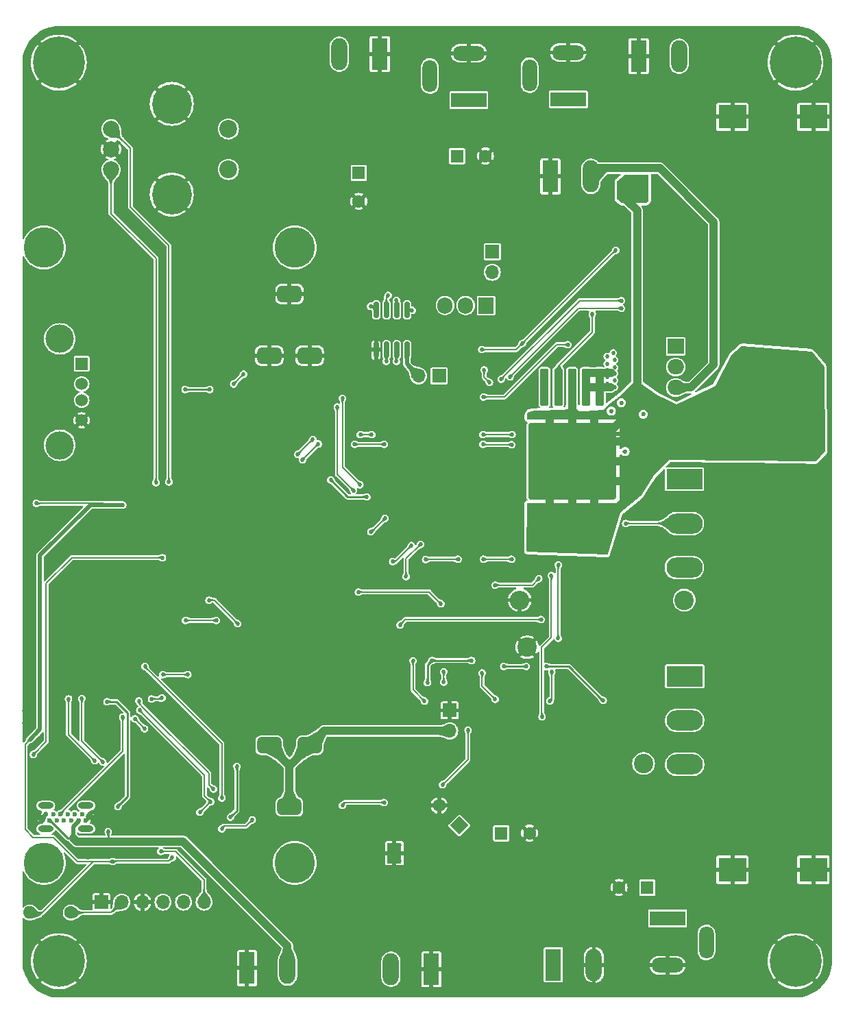
<source format=gbr>
%TF.GenerationSoftware,KiCad,Pcbnew,7.0.8*%
%TF.CreationDate,2023-10-31T22:16:14+02:00*%
%TF.ProjectId,Small_load_V1,536d616c-6c5f-46c6-9f61-645f56312e6b,rev?*%
%TF.SameCoordinates,Original*%
%TF.FileFunction,Copper,L2,Bot*%
%TF.FilePolarity,Positive*%
%FSLAX46Y46*%
G04 Gerber Fmt 4.6, Leading zero omitted, Abs format (unit mm)*
G04 Created by KiCad (PCBNEW 7.0.8) date 2023-10-31 22:16:14*
%MOMM*%
%LPD*%
G01*
G04 APERTURE LIST*
G04 Aperture macros list*
%AMRoundRect*
0 Rectangle with rounded corners*
0 $1 Rounding radius*
0 $2 $3 $4 $5 $6 $7 $8 $9 X,Y pos of 4 corners*
0 Add a 4 corners polygon primitive as box body*
4,1,4,$2,$3,$4,$5,$6,$7,$8,$9,$2,$3,0*
0 Add four circle primitives for the rounded corners*
1,1,$1+$1,$2,$3*
1,1,$1+$1,$4,$5*
1,1,$1+$1,$6,$7*
1,1,$1+$1,$8,$9*
0 Add four rect primitives between the rounded corners*
20,1,$1+$1,$2,$3,$4,$5,0*
20,1,$1+$1,$4,$5,$6,$7,0*
20,1,$1+$1,$6,$7,$8,$9,0*
20,1,$1+$1,$8,$9,$2,$3,0*%
%AMHorizOval*
0 Thick line with rounded ends*
0 $1 width*
0 $2 $3 position (X,Y) of the first rounded end (center of the circle)*
0 $4 $5 position (X,Y) of the second rounded end (center of the circle)*
0 Add line between two ends*
20,1,$1,$2,$3,$4,$5,0*
0 Add two circle primitives to create the rounded ends*
1,1,$1,$2,$3*
1,1,$1,$4,$5*%
%AMRotRect*
0 Rectangle, with rotation*
0 The origin of the aperture is its center*
0 $1 length*
0 $2 width*
0 $3 Rotation angle, in degrees counterclockwise*
0 Add horizontal line*
21,1,$1,$2,0,0,$3*%
G04 Aperture macros list end*
%TA.AperFunction,ComponentPad*%
%ADD10R,4.400000X1.800000*%
%TD*%
%TA.AperFunction,ComponentPad*%
%ADD11O,4.000000X1.800000*%
%TD*%
%TA.AperFunction,ComponentPad*%
%ADD12O,1.800000X4.000000*%
%TD*%
%TA.AperFunction,ComponentPad*%
%ADD13R,1.524000X1.524000*%
%TD*%
%TA.AperFunction,ComponentPad*%
%ADD14C,1.524000*%
%TD*%
%TA.AperFunction,ComponentPad*%
%ADD15C,3.500000*%
%TD*%
%TA.AperFunction,ComponentPad*%
%ADD16R,1.700000X1.700000*%
%TD*%
%TA.AperFunction,ComponentPad*%
%ADD17O,1.700000X1.700000*%
%TD*%
%TA.AperFunction,ComponentPad*%
%ADD18C,3.600000*%
%TD*%
%TA.AperFunction,ConnectorPad*%
%ADD19C,6.400000*%
%TD*%
%TA.AperFunction,ComponentPad*%
%ADD20R,1.980000X3.960000*%
%TD*%
%TA.AperFunction,ComponentPad*%
%ADD21O,1.980000X3.960000*%
%TD*%
%TA.AperFunction,ComponentPad*%
%ADD22C,2.000000*%
%TD*%
%TA.AperFunction,ComponentPad*%
%ADD23C,4.920000*%
%TD*%
%TA.AperFunction,ComponentPad*%
%ADD24C,2.200000*%
%TD*%
%TA.AperFunction,ComponentPad*%
%ADD25R,2.000000X1.905000*%
%TD*%
%TA.AperFunction,ComponentPad*%
%ADD26O,2.000000X1.905000*%
%TD*%
%TA.AperFunction,WasherPad*%
%ADD27C,5.000000*%
%TD*%
%TA.AperFunction,ComponentPad*%
%ADD28R,4.500000X2.500000*%
%TD*%
%TA.AperFunction,ComponentPad*%
%ADD29O,4.500000X2.500000*%
%TD*%
%TA.AperFunction,ComponentPad*%
%ADD30R,1.905000X2.000000*%
%TD*%
%TA.AperFunction,ComponentPad*%
%ADD31O,1.905000X2.000000*%
%TD*%
%TA.AperFunction,ComponentPad*%
%ADD32R,3.500000X3.000000*%
%TD*%
%TA.AperFunction,ComponentPad*%
%ADD33C,0.600000*%
%TD*%
%TA.AperFunction,ComponentPad*%
%ADD34O,1.900000X0.800000*%
%TD*%
%TA.AperFunction,ComponentPad*%
%ADD35C,0.500000*%
%TD*%
%TA.AperFunction,SMDPad,CuDef*%
%ADD36R,1.800000X2.500000*%
%TD*%
%TA.AperFunction,SMDPad,CuDef*%
%ADD37RoundRect,0.150000X0.150000X-0.825000X0.150000X0.825000X-0.150000X0.825000X-0.150000X-0.825000X0*%
%TD*%
%TA.AperFunction,ComponentPad*%
%ADD38RoundRect,0.500000X1.000000X0.500000X-1.000000X0.500000X-1.000000X-0.500000X1.000000X-0.500000X0*%
%TD*%
%TA.AperFunction,ComponentPad*%
%ADD39RoundRect,0.500000X-1.000000X-0.500000X1.000000X-0.500000X1.000000X0.500000X-1.000000X0.500000X0*%
%TD*%
%TA.AperFunction,ComponentPad*%
%ADD40C,2.400000*%
%TD*%
%TA.AperFunction,ComponentPad*%
%ADD41HorizOval,2.400000X0.000000X0.000000X0.000000X0.000000X0*%
%TD*%
%TA.AperFunction,ComponentPad*%
%ADD42C,1.600000*%
%TD*%
%TA.AperFunction,ComponentPad*%
%ADD43O,1.600000X1.600000*%
%TD*%
%TA.AperFunction,SMDPad,CuDef*%
%ADD44RoundRect,0.250000X-0.300000X2.050000X-0.300000X-2.050000X0.300000X-2.050000X0.300000X2.050000X0*%
%TD*%
%TA.AperFunction,SMDPad,CuDef*%
%ADD45RoundRect,0.250000X-2.375000X2.025000X-2.375000X-2.025000X2.375000X-2.025000X2.375000X2.025000X0*%
%TD*%
%TA.AperFunction,SMDPad,CuDef*%
%ADD46RoundRect,0.250002X-5.149998X4.449998X-5.149998X-4.449998X5.149998X-4.449998X5.149998X4.449998X0*%
%TD*%
%TA.AperFunction,ComponentPad*%
%ADD47RotRect,1.600000X1.600000X135.000000*%
%TD*%
%TA.AperFunction,ComponentPad*%
%ADD48O,2.400000X2.400000*%
%TD*%
%TA.AperFunction,ComponentPad*%
%ADD49R,1.600000X1.600000*%
%TD*%
%TA.AperFunction,ViaPad*%
%ADD50C,0.520000*%
%TD*%
%TA.AperFunction,ViaPad*%
%ADD51C,2.000000*%
%TD*%
%TA.AperFunction,Conductor*%
%ADD52C,0.200000*%
%TD*%
%TA.AperFunction,Conductor*%
%ADD53C,0.250000*%
%TD*%
%TA.AperFunction,Conductor*%
%ADD54C,0.500000*%
%TD*%
%TA.AperFunction,Conductor*%
%ADD55C,1.000000*%
%TD*%
G04 APERTURE END LIST*
D10*
%TO.P,J3,1*%
%TO.N,Net-(J9-Pin_1)*%
X105650000Y-59650000D03*
D11*
%TO.P,J3,2*%
%TO.N,GND*%
X105650000Y-53850000D03*
D12*
%TO.P,J3,3*%
%TO.N,N/C*%
X100850000Y-56650000D03*
%TD*%
D13*
%TO.P,J1,1,VBUS*%
%TO.N,+5V*%
X57827500Y-92200000D03*
D14*
%TO.P,J1,2,D-*%
%TO.N,DD-*%
X57827500Y-94700000D03*
%TO.P,J1,3,D+*%
%TO.N,DD+*%
X57827500Y-96700000D03*
%TO.P,J1,4,GND*%
%TO.N,GND*%
X57827500Y-99200000D03*
D15*
%TO.P,J1,5,Shield*%
%TO.N,unconnected-(J1-Shield-Pad5)*%
X55117500Y-89130000D03*
X55117500Y-102270000D03*
%TD*%
D16*
%TO.P,J15,1,Pin_1*%
%TO.N,GND*%
X103300000Y-135025000D03*
D17*
%TO.P,J15,2,Pin_2*%
%TO.N,Net-(J12-Pin_2)*%
X103300000Y-137565000D03*
%TD*%
D18*
%TO.P,H1,1,1*%
%TO.N,GND*%
X55000000Y-55000000D03*
D19*
X55000000Y-55000000D03*
%TD*%
D20*
%TO.P,J16,1,Pin_1*%
%TO.N,GND*%
X78250000Y-166850000D03*
D21*
%TO.P,J16,2,Pin_2*%
%TO.N,Net-(J16-Pin_2)*%
X83250000Y-166850000D03*
%TD*%
D22*
%TO.P,SW3,A,A*%
%TO.N,/ENCODER_A*%
X61450000Y-63200000D03*
%TO.P,SW3,B,B*%
%TO.N,/ENCODER_B*%
X61450000Y-68200000D03*
%TO.P,SW3,C,C*%
%TO.N,GND*%
X61450000Y-65700000D03*
D23*
%TO.P,SW3,MH,MH1*%
X68950000Y-60100000D03*
X68950000Y-71300000D03*
D24*
%TO.P,SW3,S1,S1*%
%TO.N,+3V3*%
X75950000Y-63200000D03*
%TO.P,SW3,S2,S2*%
%TO.N,/SW_OUT*%
X75950000Y-68200000D03*
%TD*%
D25*
%TO.P,Q8,1,G*%
%TO.N,Net-(Q8-G)*%
X131205000Y-90060000D03*
D26*
%TO.P,Q8,2,D*%
%TO.N,Net-(Q8-D)*%
X131205000Y-92600000D03*
%TO.P,Q8,3,S*%
%TO.N,/LDO_Vcc*%
X131205000Y-95140000D03*
%TD*%
D27*
%TO.P,U12,*%
%TO.N,*%
X53150000Y-153850000D03*
X84150000Y-153850000D03*
X53150000Y-77850000D03*
X84150000Y-77850000D03*
%TD*%
D20*
%TO.P,J7,1,Pin_1*%
%TO.N,GND*%
X126635000Y-54200000D03*
D21*
%TO.P,J7,2,Pin_2*%
%TO.N,/LDO_Vout*%
X131635000Y-54200000D03*
%TD*%
D28*
%TO.P,Q10,1,G*%
%TO.N,Net-(Q10-G)*%
X132277500Y-106480000D03*
D29*
%TO.P,Q10,2,D*%
%TO.N,LOAD*%
X132277500Y-111930000D03*
%TO.P,Q10,3,S*%
%TO.N,Net-(Q10-S)*%
X132277500Y-117380000D03*
%TD*%
D20*
%TO.P,J8,1,Pin_1*%
%TO.N,LOAD*%
X116100000Y-166450000D03*
D21*
%TO.P,J8,2,Pin_2*%
%TO.N,GND*%
X121100000Y-166450000D03*
%TD*%
D18*
%TO.P,H4,1,1*%
%TO.N,GND*%
X55000000Y-166000000D03*
D19*
X55000000Y-166000000D03*
%TD*%
D10*
%TO.P,J4,1*%
%TO.N,LOAD*%
X130200000Y-160700000D03*
D11*
%TO.P,J4,2*%
%TO.N,GND*%
X130200000Y-166500000D03*
D12*
%TO.P,J4,3*%
%TO.N,N/C*%
X135000000Y-163700000D03*
%TD*%
D28*
%TO.P,Q3,1,G*%
%TO.N,Net-(Q3-G)*%
X132317500Y-130800000D03*
D29*
%TO.P,Q3,2,D*%
%TO.N,LOAD*%
X132317500Y-136250000D03*
%TO.P,Q3,3,S*%
%TO.N,Net-(Q3-S)*%
X132317500Y-141700000D03*
%TD*%
D30*
%TO.P,U18,1,ADJ*%
%TO.N,Net-(U18-ADJ)*%
X107790000Y-85005000D03*
D31*
%TO.P,U18,2,VO*%
%TO.N,Net-(J13-Pin_1)*%
X105250000Y-85005000D03*
%TO.P,U18,3,VI*%
%TO.N,Net-(J9-Pin_2)*%
X102710000Y-85005000D03*
%TD*%
D20*
%TO.P,J11,1,Pin_1*%
%TO.N,GND*%
X115735000Y-69050000D03*
D21*
%TO.P,J11,2,Pin_2*%
%TO.N,/LDO_Vcc*%
X120735000Y-69050000D03*
%TD*%
D32*
%TO.P,HS1,1*%
%TO.N,GND*%
X138217500Y-154700000D03*
X148217500Y-154700000D03*
%TO.P,HS1,2*%
X138217500Y-61700000D03*
X148217500Y-61700000D03*
%TD*%
D20*
%TO.P,J5,1,Pin_1*%
%TO.N,GND*%
X101030000Y-167000000D03*
D21*
%TO.P,J5,2,Pin_2*%
%TO.N,Net-(J5-Pin_2)*%
X96030000Y-167000000D03*
%TD*%
D18*
%TO.P,H3,1,1*%
%TO.N,GND*%
X146000000Y-166000000D03*
D19*
X146000000Y-166000000D03*
%TD*%
D20*
%TO.P,J6,1,Pin_1*%
%TO.N,GND*%
X94650000Y-53950000D03*
D21*
%TO.P,J6,2,Pin_2*%
%TO.N,Net-(J6-Pin_2)*%
X89650000Y-53950000D03*
%TD*%
D33*
%TO.P,J14,A1,GND*%
%TO.N,GND*%
X53400000Y-147830000D03*
%TO.P,J14,A4,VBUS*%
%TO.N,Net-(J16-Pin_2)*%
X54300000Y-147830000D03*
%TO.P,J14,A5,CC1*%
%TO.N,/CC1*%
X55200000Y-147830000D03*
%TO.P,J14,A6,D+*%
%TO.N,D+*%
X56100000Y-147830000D03*
%TO.P,J14,A7,D-*%
%TO.N,D-*%
X57000000Y-147830000D03*
%TO.P,J14,A9,VBUS*%
%TO.N,Net-(J16-Pin_2)*%
X57900000Y-147830000D03*
%TO.P,J14,A12,GND*%
%TO.N,GND*%
X58800000Y-147830000D03*
%TO.P,J14,B1,GND*%
X58350000Y-148610000D03*
%TO.P,J14,B4,VBUS*%
%TO.N,Net-(J16-Pin_2)*%
X57450000Y-148610000D03*
%TO.P,J14,B5,CC2*%
%TO.N,/CC2*%
X56550000Y-148610000D03*
%TO.P,J14,B6,D+*%
%TO.N,D+*%
X55650000Y-148610000D03*
%TO.P,J14,B7,D-*%
%TO.N,D-*%
X54750000Y-148610000D03*
%TO.P,J14,B9,VBUS*%
%TO.N,Net-(J16-Pin_2)*%
X53850000Y-148610000D03*
%TO.P,J14,B12,GND*%
%TO.N,GND*%
X52950000Y-148610000D03*
D34*
%TO.P,J14,MH*%
%TO.N,N/C*%
X58350000Y-146790000D03*
X53400000Y-146790000D03*
X58350000Y-149650000D03*
X53400000Y-149650000D03*
%TD*%
D16*
%TO.P,J13,1,Pin_1*%
%TO.N,Net-(J13-Pin_1)*%
X101975000Y-93700000D03*
D17*
%TO.P,J13,2,Pin_2*%
%TO.N,+15V*%
X99435000Y-93700000D03*
%TD*%
D16*
%TO.P,J9,1,Pin_1*%
%TO.N,Net-(J9-Pin_1)*%
X108550000Y-78360000D03*
D17*
%TO.P,J9,2,Pin_2*%
%TO.N,Net-(J9-Pin_2)*%
X108550000Y-80900000D03*
%TD*%
D16*
%TO.P,J2,1,Pin_1*%
%TO.N,GND*%
X60250000Y-158700000D03*
D17*
%TO.P,J2,2,Pin_2*%
%TO.N,Net-(J2-Pin_2)*%
X62790000Y-158700000D03*
%TO.P,J2,3,Pin_3*%
%TO.N,GND*%
X65330000Y-158700000D03*
%TO.P,J2,4,Pin_4*%
%TO.N,I2C_CLK*%
X67870000Y-158700000D03*
%TO.P,J2,5,Pin_5*%
%TO.N,I2C_SDA*%
X70410000Y-158700000D03*
%TO.P,J2,6,Pin_6*%
%TO.N,+5V*%
X72950000Y-158700000D03*
%TD*%
D10*
%TO.P,J10,1*%
%TO.N,/LDO_Vcc*%
X117950000Y-59550000D03*
D11*
%TO.P,J10,2*%
%TO.N,GND*%
X117950000Y-53750000D03*
D12*
%TO.P,J10,3*%
%TO.N,N/C*%
X113150000Y-56550000D03*
%TD*%
D18*
%TO.P,H2,1,1*%
%TO.N,GND*%
X146000000Y-55000000D03*
D19*
X146000000Y-55000000D03*
%TD*%
D35*
%TO.P,U11,9,Thermal*%
%TO.N,GND*%
X97100000Y-153650000D03*
X97100000Y-152650000D03*
X97100000Y-151650000D03*
D36*
X96450000Y-152650000D03*
D35*
X95800000Y-153650000D03*
X95800000Y-152650000D03*
X95800000Y-151650000D03*
%TD*%
D37*
%TO.P,U6,1,VDD*%
%TO.N,+15V*%
X98005000Y-90475000D03*
%TO.P,U6,2,HI*%
%TO.N,/Driver_High_gate*%
X96735000Y-90475000D03*
%TO.P,U6,3,LI*%
%TO.N,/Driver_Low_gate*%
X95465000Y-90475000D03*
%TO.P,U6,4,VSS*%
%TO.N,GND*%
X94195000Y-90475000D03*
%TO.P,U6,5,LO*%
%TO.N,/buck/LO1*%
X94195000Y-85525000D03*
%TO.P,U6,6,HS*%
%TO.N,/buck/buck_SW_node*%
X95465000Y-85525000D03*
%TO.P,U6,7,HO*%
%TO.N,/buck/HO1*%
X96735000Y-85525000D03*
%TO.P,U6,8,HB*%
%TO.N,/buck/HB1*%
X98005000Y-85525000D03*
%TD*%
D38*
%TO.P,J12,1,Pin_1*%
%TO.N,GND*%
X83500000Y-83600000D03*
X86000000Y-91200000D03*
X81000000Y-91200000D03*
D39*
%TO.P,J12,2,Pin_2*%
%TO.N,Net-(J12-Pin_2)*%
X86000000Y-139333000D03*
X81000000Y-139333000D03*
X83500000Y-146933000D03*
%TD*%
D40*
%TO.P,R47,1*%
%TO.N,Net-(Q3-S)*%
X127234205Y-141584205D03*
D41*
%TO.P,R47,2*%
%TO.N,GND*%
X112865795Y-127215795D03*
%TD*%
D42*
%TO.P,R13,1*%
%TO.N,Net-(J2-Pin_2)*%
X56490000Y-160000000D03*
D43*
%TO.P,R13,2*%
%TO.N,+3V3*%
X51410000Y-160000000D03*
%TD*%
D44*
%TO.P,U7,1,NC*%
%TO.N,unconnected-(U7-NC-Pad1)*%
X115000000Y-95100000D03*
%TO.P,U7,2,SET*%
%TO.N,Net-(U7-SET)*%
X116700000Y-95100000D03*
%TO.P,U7,3,OUT*%
%TO.N,/LT3080_output*%
X118400000Y-95100000D03*
D45*
X121175000Y-101825000D03*
X115625000Y-101825000D03*
D46*
X118400000Y-104250000D03*
D45*
X121175000Y-106675000D03*
X115625000Y-106675000D03*
D44*
%TO.P,U7,4,VCONTROL*%
%TO.N,/LT3080_input*%
X120100000Y-95100000D03*
%TO.P,U7,5,IN*%
X121800000Y-95100000D03*
%TD*%
D47*
%TO.P,C28,1*%
%TO.N,/CELL_CHARGER/Buck_out*%
X104467397Y-149237437D03*
D42*
%TO.P,C28,2*%
%TO.N,GND*%
X101992523Y-146762563D03*
%TD*%
D40*
%TO.P,R22,1*%
%TO.N,Net-(Q10-S)*%
X132260000Y-121400000D03*
D48*
%TO.P,R22,2*%
%TO.N,GND*%
X111940000Y-121400000D03*
%TD*%
D49*
%TO.P,C27,1*%
%TO.N,LOAD*%
X127702651Y-156900000D03*
D42*
%TO.P,C27,2*%
%TO.N,GND*%
X124202651Y-156900000D03*
%TD*%
D49*
%TO.P,C31,1*%
%TO.N,/CELL_CHARGER/Buck_out*%
X109647349Y-150200000D03*
D42*
%TO.P,C31,2*%
%TO.N,GND*%
X113147349Y-150200000D03*
%TD*%
D49*
%TO.P,C44,1*%
%TO.N,Net-(J9-Pin_1)*%
X104197349Y-66550000D03*
D42*
%TO.P,C44,2*%
%TO.N,GND*%
X107697349Y-66550000D03*
%TD*%
D49*
%TO.P,C43,1*%
%TO.N,/buck/buck_out*%
X92050000Y-68647349D03*
D42*
%TO.P,C43,2*%
%TO.N,GND*%
X92050000Y-72147349D03*
%TD*%
D50*
%TO.N,GND*%
X91450000Y-101300000D03*
X144103395Y-84215000D03*
X64850000Y-138500000D03*
X108900000Y-117150000D03*
X141103395Y-87215000D03*
X147103395Y-159215000D03*
X107250000Y-115400000D03*
X50724500Y-135050000D03*
X90450000Y-77500000D03*
X109050000Y-71550000D03*
X144103395Y-108215000D03*
X144103395Y-72215000D03*
X100800000Y-96100000D03*
X114150000Y-117850000D03*
X87103395Y-114215000D03*
X63103395Y-126215000D03*
X147103395Y-123215000D03*
X67500000Y-122200000D03*
X72103395Y-75215000D03*
X75103395Y-72215000D03*
X144103395Y-156215000D03*
X57103395Y-78215000D03*
X63103395Y-105215000D03*
X120103395Y-51215000D03*
X120103395Y-156215000D03*
X121250000Y-128300000D03*
X135103395Y-126215000D03*
X78143236Y-141886645D03*
X113350000Y-124800000D03*
X51103395Y-102215000D03*
X129103395Y-150215000D03*
X51103395Y-87215000D03*
X67300000Y-156850000D03*
X126103395Y-129215000D03*
X98000000Y-113950000D03*
X147103395Y-108215000D03*
X81103395Y-120215000D03*
X129103395Y-60215000D03*
X111103395Y-147215000D03*
X114103395Y-168215000D03*
X90250000Y-73000000D03*
X123103395Y-165215000D03*
X84103395Y-87215000D03*
X109000000Y-128200000D03*
X81103395Y-159215000D03*
X62785817Y-147748335D03*
X59200000Y-125500000D03*
X51103395Y-93215000D03*
X111103395Y-153215000D03*
X90103395Y-51215000D03*
X97550000Y-132950000D03*
X107400000Y-97300000D03*
X58500000Y-124800000D03*
X129103395Y-51215000D03*
X50850000Y-133750000D03*
X101450000Y-131900000D03*
X105250000Y-122850000D03*
X54103395Y-99215000D03*
X89800000Y-75650000D03*
X122000000Y-86000000D03*
X135103395Y-54215000D03*
X117103395Y-75215000D03*
X138103395Y-165215000D03*
X123103395Y-54215000D03*
X51500000Y-127350000D03*
X97350000Y-111800000D03*
X126103395Y-63215000D03*
X117103395Y-66215000D03*
X95750000Y-136250000D03*
X81103395Y-63215000D03*
X141103395Y-144215000D03*
X117103395Y-51215000D03*
X63103395Y-168215000D03*
X75103395Y-129215000D03*
X89050000Y-73850000D03*
X61150000Y-108750000D03*
X141103395Y-105215000D03*
X81103395Y-81215000D03*
X51550000Y-125000000D03*
X111103395Y-51215000D03*
X144103395Y-105215000D03*
X70850000Y-94150000D03*
X81103395Y-111215000D03*
X108100000Y-72000000D03*
X54103395Y-72215000D03*
X90103395Y-165215000D03*
X102103395Y-69215000D03*
X99950000Y-111950000D03*
X75103395Y-132215000D03*
X111103395Y-63215000D03*
X93150000Y-107000000D03*
X72103395Y-78215000D03*
X112950000Y-92400000D03*
X132103395Y-114215000D03*
X111103395Y-72215000D03*
X69103395Y-63215000D03*
X107800000Y-89750000D03*
X63103395Y-57215000D03*
X61650000Y-152800000D03*
X88550000Y-73050000D03*
X60850000Y-88850000D03*
X64900000Y-161750000D03*
X128850000Y-82350000D03*
X111103395Y-168215000D03*
X62550000Y-108750000D03*
X51103395Y-105215000D03*
X51450000Y-113300000D03*
X54103395Y-51215000D03*
X84750000Y-133850000D03*
X126103395Y-51215000D03*
X108950000Y-125950000D03*
X144103395Y-126215000D03*
X129103395Y-147215000D03*
X57800000Y-125500000D03*
X83550000Y-136250000D03*
X54103395Y-162215000D03*
X68450000Y-149600000D03*
X111000000Y-118750000D03*
X109600000Y-134250000D03*
X90650000Y-117600000D03*
X60103395Y-165215000D03*
X105103395Y-51215000D03*
X97750000Y-128850000D03*
X126103395Y-66215000D03*
X135103395Y-120215000D03*
X72300000Y-143450000D03*
X144103395Y-129215000D03*
X51103395Y-84215000D03*
X135103395Y-159215000D03*
X108150000Y-72850000D03*
X96500000Y-112550000D03*
X138103395Y-66215000D03*
X90300000Y-109350000D03*
X141103395Y-57215000D03*
X84103395Y-51215000D03*
X109100000Y-68550000D03*
X102103395Y-81215000D03*
X84103395Y-132215000D03*
X64450000Y-123650000D03*
X72050000Y-156450000D03*
X57800000Y-124100000D03*
X115950000Y-80700000D03*
X115300000Y-127750000D03*
X70800000Y-96600000D03*
X144103395Y-75215000D03*
X63103395Y-72215000D03*
X138103395Y-105215000D03*
X66103395Y-126215000D03*
X88750000Y-132750000D03*
X138103395Y-54215000D03*
X94200000Y-89150000D03*
X114103395Y-141215000D03*
X144103395Y-141215000D03*
X67000000Y-129550000D03*
X81103395Y-54215000D03*
X121911509Y-83219589D03*
X147103395Y-78215000D03*
X110950000Y-99850000D03*
X87103395Y-51215000D03*
X109650000Y-92950000D03*
X111103395Y-108215000D03*
X105103395Y-162215000D03*
X120103395Y-75215000D03*
X126103395Y-126215000D03*
X51450000Y-117150000D03*
X109100000Y-70650000D03*
X147103395Y-111215000D03*
X61050000Y-84350000D03*
X93103395Y-132215000D03*
X72103395Y-60215000D03*
X75103395Y-57215000D03*
X107400000Y-99900000D03*
X111103395Y-111215000D03*
X138103395Y-87215000D03*
X95550000Y-116000000D03*
X109050000Y-132500000D03*
X93450000Y-113950000D03*
X99103395Y-162215000D03*
X111103395Y-141215000D03*
X123700000Y-139500000D03*
X57850000Y-128500000D03*
X69103395Y-144215000D03*
X63103395Y-69215000D03*
X51103395Y-60215000D03*
X57103395Y-66215000D03*
X84103395Y-96215000D03*
X87103395Y-162215000D03*
X72000000Y-101800000D03*
X78103395Y-129215000D03*
X99900000Y-115550000D03*
X63103395Y-81215000D03*
X126103395Y-60215000D03*
X64200000Y-83450000D03*
X87103395Y-141215000D03*
X106650000Y-128050000D03*
X117103395Y-153215000D03*
X96103395Y-162215000D03*
X54103395Y-93215000D03*
X114103395Y-69215000D03*
X95850000Y-155750000D03*
X66103395Y-165215000D03*
X86950000Y-73050000D03*
X108103395Y-57215000D03*
X126103395Y-144215000D03*
X75103395Y-75215000D03*
X75103395Y-111215000D03*
X81103395Y-123215000D03*
X88600000Y-100200000D03*
X114103395Y-60215000D03*
X67750000Y-96450000D03*
X61050000Y-99950000D03*
X84103395Y-81215000D03*
X141103395Y-108215000D03*
X74300000Y-124850000D03*
X105800000Y-91100000D03*
X87103395Y-168215000D03*
X144103395Y-81215000D03*
X96103395Y-87215000D03*
X135103395Y-51215000D03*
X147103395Y-75215000D03*
X141103395Y-129215000D03*
X66103395Y-66215000D03*
X51103395Y-165215000D03*
X99103395Y-60215000D03*
X78103395Y-99215000D03*
X96700000Y-95350000D03*
X90103395Y-81215000D03*
X60103395Y-168215000D03*
X120103395Y-159215000D03*
X113400000Y-77400000D03*
X89800000Y-78000000D03*
X129103395Y-120215000D03*
X141103395Y-84215000D03*
X95200000Y-95450000D03*
X67233146Y-118720157D03*
X81103395Y-165215000D03*
X138103395Y-108215000D03*
X90000000Y-147650000D03*
X84103395Y-123215000D03*
X87103395Y-99215000D03*
X89200000Y-138950000D03*
X58450000Y-126250000D03*
X63103395Y-120215000D03*
X67700000Y-106200000D03*
X68600000Y-133700000D03*
X107500000Y-117350000D03*
X81103395Y-156215000D03*
X110850000Y-103050000D03*
X111103395Y-156215000D03*
X147103395Y-117215000D03*
X123103395Y-60215000D03*
X57275000Y-138000000D03*
X69350000Y-100200000D03*
X102800000Y-91450000D03*
X93103395Y-60215000D03*
X102103395Y-54215000D03*
X115850000Y-117250000D03*
X51450000Y-122800000D03*
X87103395Y-132215000D03*
X107100000Y-73700000D03*
X141103395Y-60215000D03*
X90103395Y-84215000D03*
X56600000Y-107250000D03*
X62400000Y-121800000D03*
X109050000Y-130550000D03*
X55200000Y-116150000D03*
X118150000Y-79150000D03*
X65050000Y-120200000D03*
X111103395Y-138215000D03*
X103650000Y-145250000D03*
X107500000Y-129550000D03*
X108950000Y-103300000D03*
X65200000Y-144000000D03*
X81103395Y-72215000D03*
X102103395Y-60215000D03*
X141103395Y-54215000D03*
X90103395Y-63215000D03*
X108103395Y-63215000D03*
X78103395Y-156215000D03*
X114103395Y-72215000D03*
X114103395Y-153215000D03*
X132103395Y-123215000D03*
X118700000Y-91500000D03*
X141103395Y-150215000D03*
X138103395Y-51215000D03*
X78103395Y-114215000D03*
X70800000Y-100450000D03*
X68350000Y-112900000D03*
X78103395Y-132215000D03*
X123103395Y-66215000D03*
X69450000Y-105600000D03*
X132950000Y-68750000D03*
X78100000Y-147550000D03*
X138103395Y-57215000D03*
X132450000Y-73350000D03*
X141103395Y-135215000D03*
X59200000Y-124100000D03*
X114103395Y-156215000D03*
X94400000Y-101500000D03*
X86250000Y-73000000D03*
X51103395Y-108215000D03*
X82150000Y-67000000D03*
X129103395Y-66215000D03*
X120103395Y-150215000D03*
X64000000Y-152850000D03*
X75103395Y-102215000D03*
X147103395Y-66215000D03*
X96000000Y-145700000D03*
X90750000Y-95500000D03*
X141103395Y-63215000D03*
X147103395Y-120215000D03*
X69103395Y-114215000D03*
X138103395Y-72215000D03*
X121150000Y-136400000D03*
X90103395Y-66215000D03*
X67000000Y-127400000D03*
X65100000Y-103200000D03*
X90650000Y-98100000D03*
X97200000Y-117500000D03*
X114103395Y-66215000D03*
X90500000Y-76250000D03*
X78103395Y-108215000D03*
X105950000Y-92050000D03*
X60600000Y-124100000D03*
X120103395Y-129215000D03*
X56000000Y-118500000D03*
X84103395Y-57215000D03*
X58600000Y-153150000D03*
X57103395Y-60215000D03*
X86500000Y-73950000D03*
X96103395Y-57215000D03*
X51103395Y-69215000D03*
X108103395Y-165215000D03*
X60103395Y-147215000D03*
X120103395Y-57215000D03*
X86900000Y-103450000D03*
X93103395Y-63215000D03*
X107500000Y-121750000D03*
X57103395Y-105215000D03*
X116600000Y-128850000D03*
X74400000Y-147150000D03*
X110950000Y-124500000D03*
X63103395Y-60215000D03*
X124800000Y-83350000D03*
X105103395Y-57215000D03*
X75103395Y-78215000D03*
X144103395Y-78215000D03*
X135103395Y-144215000D03*
X99103395Y-51215000D03*
X87103395Y-123215000D03*
X53150000Y-158100000D03*
X88750000Y-145800000D03*
X54103395Y-63215000D03*
X67750000Y-103400000D03*
X65350000Y-149950000D03*
X144103395Y-144215000D03*
X105103395Y-99215000D03*
X87312210Y-73842240D03*
X111103395Y-105215000D03*
X72103395Y-51215000D03*
X132103395Y-87215000D03*
X114103395Y-159215000D03*
X99600000Y-98350000D03*
X97650000Y-145050000D03*
X93300000Y-92200000D03*
X96103395Y-60215000D03*
X63103395Y-123215000D03*
X113350000Y-123150000D03*
X111103395Y-81215000D03*
X96103395Y-69215000D03*
X81103395Y-150215000D03*
X108150000Y-87800000D03*
X94200000Y-100200000D03*
X117103395Y-159215000D03*
X93800000Y-109250000D03*
X105200000Y-127500000D03*
X66103395Y-54215000D03*
X51103395Y-162215000D03*
X117103395Y-156215000D03*
X144103395Y-147215000D03*
X96250000Y-149300000D03*
X87103395Y-87215000D03*
X141103395Y-75215000D03*
X55200000Y-81750000D03*
X66103395Y-51215000D03*
X81103395Y-147215000D03*
X130800000Y-79150000D03*
X108250000Y-122950000D03*
X75103395Y-168215000D03*
X72100000Y-120400000D03*
X90950000Y-73450000D03*
D51*
X60200000Y-137450000D03*
D50*
X54750000Y-122700000D03*
X80931351Y-132094503D03*
X120103395Y-147215000D03*
X87103395Y-93215000D03*
X96650000Y-104600000D03*
X132103395Y-126215000D03*
X90103395Y-132215000D03*
X138103395Y-159215000D03*
X108900000Y-118550000D03*
X84103395Y-126215000D03*
X75103395Y-54215000D03*
X60103395Y-93215000D03*
X57103395Y-69215000D03*
X108100000Y-73850000D03*
X138103395Y-84215000D03*
X54650000Y-127700000D03*
X87103395Y-159215000D03*
X59900000Y-123400000D03*
X147103395Y-126215000D03*
X88500000Y-151650000D03*
X88100000Y-122050000D03*
X141103395Y-111215000D03*
X54700000Y-130000000D03*
X72103395Y-117215000D03*
X58000000Y-142300000D03*
X120103395Y-141215000D03*
X138103395Y-78215000D03*
X111103395Y-66215000D03*
X104250000Y-117200000D03*
X76000000Y-124750000D03*
X131100000Y-73500000D03*
X101100000Y-142935000D03*
X124750000Y-79200000D03*
X147103395Y-51215000D03*
X117750000Y-122050000D03*
X72103395Y-57215000D03*
X138103395Y-69215000D03*
X63350000Y-127450000D03*
X84103395Y-150215000D03*
X101300000Y-105350000D03*
X117500000Y-117800000D03*
X126103395Y-168215000D03*
X113000000Y-133850000D03*
X117103395Y-162215000D03*
X111103395Y-114215000D03*
X87750000Y-73050000D03*
X114103395Y-165215000D03*
X99150000Y-136350000D03*
X101650000Y-91850000D03*
X114103395Y-138215000D03*
X108100000Y-69250000D03*
X114103395Y-51215000D03*
X75100000Y-147850000D03*
X123103395Y-69215000D03*
X147103395Y-150215000D03*
X135103395Y-63215000D03*
X60103395Y-54215000D03*
X53150000Y-107000000D03*
X114103395Y-147215000D03*
X129103395Y-87215000D03*
X135103395Y-105215000D03*
X115250000Y-122300000D03*
X75103395Y-135215000D03*
X93350000Y-141800000D03*
X75103395Y-126215000D03*
X87103395Y-150215000D03*
X141103395Y-120215000D03*
X102103395Y-108215000D03*
X90550000Y-75000000D03*
X93950000Y-97150000D03*
X123103395Y-51215000D03*
X66103395Y-57215000D03*
X51103395Y-66215000D03*
X102103395Y-162215000D03*
X54750000Y-124900000D03*
X132103395Y-156215000D03*
X73400000Y-96400000D03*
X147103395Y-162215000D03*
X51103395Y-54215000D03*
X72103395Y-138215000D03*
X147103395Y-105215000D03*
X126103395Y-150215000D03*
X141103395Y-114215000D03*
X57103395Y-75215000D03*
X147103395Y-132215000D03*
X82100000Y-68950000D03*
X51450000Y-118950000D03*
X93103395Y-57215000D03*
X90103395Y-57215000D03*
X114550000Y-88400000D03*
X105950000Y-73700000D03*
X75103395Y-66215000D03*
X105103395Y-168215000D03*
X88100000Y-120600000D03*
X60800000Y-85200000D03*
X78103395Y-51215000D03*
X106450000Y-101550000D03*
X132103395Y-138215000D03*
X50724500Y-136600000D03*
X135103395Y-153215000D03*
X141103395Y-66215000D03*
X87103395Y-156215000D03*
X129103395Y-168215000D03*
X96700000Y-141600000D03*
X54800000Y-120000000D03*
X111103395Y-60215000D03*
X123250000Y-98050000D03*
X102103395Y-114215000D03*
X141103395Y-165215000D03*
X85500000Y-101250000D03*
X129103395Y-54215000D03*
X135103395Y-60215000D03*
X51103395Y-99215000D03*
X66103395Y-168215000D03*
X135103395Y-156215000D03*
X90103395Y-123215000D03*
X51103395Y-75215000D03*
X117103395Y-141215000D03*
X99103395Y-63215000D03*
X101650000Y-127950000D03*
X72200000Y-133350000D03*
X57103395Y-162215000D03*
X72103395Y-69215000D03*
X66103395Y-123215000D03*
X144103395Y-114215000D03*
X135103395Y-123215000D03*
X76550000Y-136650000D03*
X66750000Y-138000000D03*
X113300000Y-94550000D03*
X75103395Y-108215000D03*
X84103395Y-63215000D03*
X69103395Y-147215000D03*
X92400000Y-123650000D03*
X107300000Y-74650000D03*
X62950000Y-117300000D03*
X51255000Y-135800000D03*
X108050000Y-68250000D03*
X60103395Y-60215000D03*
X84103395Y-162215000D03*
X147103395Y-129215000D03*
X108900000Y-99850000D03*
X101400000Y-98950000D03*
X108050000Y-71100000D03*
X76150000Y-145250000D03*
X124900000Y-77200000D03*
X89400000Y-73000000D03*
X59850000Y-97500000D03*
X117103395Y-63215000D03*
X126103395Y-135215000D03*
X141103395Y-159215000D03*
X129103395Y-114215000D03*
X93103395Y-168215000D03*
X87103395Y-126215000D03*
X81103395Y-51215000D03*
X144103395Y-162215000D03*
X144103395Y-132215000D03*
X67700000Y-135450000D03*
X109050000Y-72550000D03*
X114103395Y-162215000D03*
X72103395Y-66215000D03*
X118950000Y-128800000D03*
X111103395Y-159215000D03*
X75103395Y-99215000D03*
X99103395Y-168215000D03*
X63103395Y-78215000D03*
X51103395Y-81215000D03*
X67100000Y-125150000D03*
X99103395Y-165215000D03*
X52250000Y-139100000D03*
X75103395Y-60215000D03*
X87103395Y-117215000D03*
X147103395Y-141215000D03*
X90103395Y-60215000D03*
X54103395Y-105215000D03*
X72103395Y-114215000D03*
X111103395Y-75215000D03*
X135103395Y-108215000D03*
X129103395Y-111215000D03*
X147103395Y-87215000D03*
X114103395Y-75215000D03*
X132103395Y-162215000D03*
X87103395Y-165215000D03*
X102103395Y-51215000D03*
X125650000Y-111250000D03*
X147103395Y-135215000D03*
X108850000Y-101600000D03*
X64750000Y-156600000D03*
X107350000Y-95300000D03*
X117450000Y-136375000D03*
X81103395Y-57215000D03*
X147103395Y-81215000D03*
X101050000Y-138950000D03*
X123103395Y-72215000D03*
X138103395Y-81215000D03*
X69103395Y-51215000D03*
X147103395Y-84215000D03*
X144103395Y-111215000D03*
X108800000Y-74600000D03*
X105103395Y-87215000D03*
X102300000Y-145100000D03*
X120250000Y-91450000D03*
X129103395Y-117215000D03*
X129103395Y-126215000D03*
X147103395Y-138215000D03*
X144103395Y-150215000D03*
X141103395Y-156215000D03*
X75103395Y-162215000D03*
X129103395Y-132215000D03*
X120103395Y-72215000D03*
X135103395Y-168215000D03*
X126103395Y-147215000D03*
X102103395Y-87215000D03*
X87400000Y-107050000D03*
X99103395Y-87215000D03*
X58500000Y-123400000D03*
X62050000Y-145800000D03*
X129103395Y-129215000D03*
X141103395Y-138215000D03*
X123103395Y-147215000D03*
X102700000Y-117000000D03*
X120103395Y-144215000D03*
X51103395Y-63215000D03*
X126103395Y-165215000D03*
X117103395Y-144215000D03*
X84103395Y-159215000D03*
X111103395Y-54215000D03*
X138103395Y-162215000D03*
X120103395Y-117215000D03*
X105150000Y-125950000D03*
X141103395Y-168215000D03*
X127200000Y-98450000D03*
X111050000Y-115350000D03*
X144103395Y-60215000D03*
X81103395Y-87215000D03*
X144103395Y-66215000D03*
X135103395Y-57215000D03*
X90700000Y-111250000D03*
X129103395Y-57215000D03*
X75103395Y-114215000D03*
X72103395Y-72215000D03*
X78103395Y-66215000D03*
X105500000Y-136150000D03*
X130800000Y-77150000D03*
X135103395Y-117215000D03*
X133100000Y-69600000D03*
X135103395Y-66215000D03*
X144103395Y-120215000D03*
X58000000Y-120900000D03*
X126103395Y-156215000D03*
X60103395Y-162215000D03*
X108950000Y-97000000D03*
X75103395Y-117215000D03*
X84103395Y-117215000D03*
X114750000Y-90650000D03*
X59900000Y-124800000D03*
X111103395Y-162215000D03*
X69103395Y-135215000D03*
X65200000Y-142450000D03*
X54103395Y-69215000D03*
X126103395Y-57215000D03*
X123103395Y-168215000D03*
X90150000Y-142400000D03*
X132103395Y-168215000D03*
X109150000Y-69500000D03*
X72103395Y-132215000D03*
X126103395Y-114215000D03*
X88100000Y-147500000D03*
X78103395Y-111215000D03*
X75103395Y-51215000D03*
X117103395Y-72215000D03*
X60103395Y-72215000D03*
X147103395Y-69215000D03*
X122600000Y-129650000D03*
X96103395Y-132215000D03*
X112250000Y-117150000D03*
X123103395Y-63215000D03*
X51103395Y-57215000D03*
X75103395Y-96215000D03*
X63103395Y-63215000D03*
X63103395Y-162215000D03*
X113400000Y-135850000D03*
X60103395Y-102215000D03*
X90103395Y-126215000D03*
X99750000Y-117200000D03*
X135103395Y-138215000D03*
X89900000Y-73800000D03*
X78103395Y-102215000D03*
X51103395Y-111215000D03*
X97200000Y-123200000D03*
X73750000Y-156400000D03*
X92900000Y-117450000D03*
X126103395Y-120215000D03*
X108100000Y-70250000D03*
X123103395Y-75215000D03*
X144103395Y-153215000D03*
X126103395Y-153215000D03*
X66000000Y-134500000D03*
X147103395Y-72215000D03*
X78103395Y-60215000D03*
X60103395Y-75215000D03*
X71500000Y-123050000D03*
X141103395Y-147215000D03*
X100200000Y-134700000D03*
X141103395Y-69215000D03*
X108103395Y-51215000D03*
X81103395Y-102215000D03*
X51103395Y-72215000D03*
X141103395Y-78215000D03*
X115900000Y-136300000D03*
X64350000Y-91600000D03*
X93750000Y-111000000D03*
X75103395Y-165215000D03*
X66103395Y-63215000D03*
X141103395Y-117215000D03*
X141103395Y-162215000D03*
X60600000Y-125500000D03*
X51450000Y-120850000D03*
X60103395Y-57215000D03*
X63250000Y-83450000D03*
X111103395Y-144215000D03*
X57103395Y-72215000D03*
X77250000Y-122400000D03*
X141103395Y-132215000D03*
X109050000Y-73550000D03*
X123700000Y-121350000D03*
X90103395Y-114215000D03*
X78103395Y-162215000D03*
X88600000Y-96650000D03*
X66103395Y-69215000D03*
X114103395Y-144215000D03*
X144103395Y-138215000D03*
X54103395Y-96215000D03*
X98300000Y-155700000D03*
X144103395Y-135215000D03*
X93400000Y-140350000D03*
X81103395Y-96215000D03*
X108150000Y-124500000D03*
X63103395Y-54215000D03*
X141103395Y-72215000D03*
X90103395Y-168215000D03*
X66250000Y-117200000D03*
X94450000Y-123200000D03*
X102103395Y-63215000D03*
X62000000Y-149950000D03*
X123500000Y-137350000D03*
X84103395Y-93215000D03*
X57103395Y-144215000D03*
X124505914Y-97030964D03*
X105150000Y-120750000D03*
X53550000Y-117850000D03*
X144103395Y-69215000D03*
X111100000Y-89450000D03*
X59900000Y-126200000D03*
X120103395Y-153215000D03*
X52500000Y-142750000D03*
X99103395Y-54215000D03*
X78103395Y-153215000D03*
X117103395Y-147215000D03*
X83600000Y-103000000D03*
X101900000Y-89500000D03*
X111103395Y-57215000D03*
X124550000Y-86300000D03*
X111103395Y-126215000D03*
X69103395Y-75215000D03*
X71100000Y-127350000D03*
X63103395Y-165215000D03*
X72103395Y-63215000D03*
X61050000Y-119800000D03*
X60850000Y-87950000D03*
X126103395Y-117215000D03*
X78103395Y-57215000D03*
X89850000Y-76850000D03*
X51450000Y-115750000D03*
X96103395Y-51215000D03*
X129103395Y-108215000D03*
X71400000Y-124600000D03*
X81103395Y-108215000D03*
X84103395Y-54215000D03*
X71700000Y-145750000D03*
X147103395Y-147215000D03*
X123103395Y-153215000D03*
X129103395Y-63215000D03*
X96550000Y-138800000D03*
X74450000Y-142950000D03*
X60103395Y-51215000D03*
X135103395Y-69215000D03*
X114103395Y-63215000D03*
X90850000Y-104150000D03*
X65200000Y-143200000D03*
X132103395Y-159215000D03*
X88800000Y-150050000D03*
X106150000Y-74600000D03*
X99103395Y-69215000D03*
X93500000Y-102800000D03*
X72103395Y-111215000D03*
X84103395Y-108215000D03*
X87103395Y-96215000D03*
X84103395Y-120215000D03*
X123103395Y-57215000D03*
X78103395Y-135215000D03*
X147103395Y-114215000D03*
X57650000Y-117500000D03*
X141103395Y-51215000D03*
X93103395Y-51215000D03*
X132103395Y-51215000D03*
X57103395Y-51215000D03*
X51103395Y-126215000D03*
X105103395Y-165215000D03*
X141103395Y-123215000D03*
X111103395Y-165215000D03*
X117103395Y-150215000D03*
X144103395Y-51215000D03*
X93103395Y-90215000D03*
X69103395Y-54215000D03*
X81103395Y-126215000D03*
X69103395Y-66215000D03*
X132103395Y-144215000D03*
X85600000Y-104850000D03*
X108900000Y-115350000D03*
X60103395Y-78215000D03*
X123103395Y-150215000D03*
X72103395Y-54215000D03*
X57103395Y-63215000D03*
X76050000Y-140950000D03*
X81103395Y-75215000D03*
X77150000Y-150000000D03*
X69103395Y-141215000D03*
X144103395Y-117215000D03*
X111103395Y-69215000D03*
X132103395Y-147215000D03*
X126103395Y-132215000D03*
X147103395Y-144215000D03*
X60500000Y-117350000D03*
X138103395Y-168215000D03*
X89700000Y-74650000D03*
X81103395Y-84215000D03*
X141103395Y-153215000D03*
X116550000Y-127200000D03*
X88700000Y-105200000D03*
X84103395Y-60215000D03*
X88164129Y-73896618D03*
X108103395Y-168215000D03*
X123103395Y-141215000D03*
X81103395Y-93215000D03*
X96103395Y-63215000D03*
X67200000Y-77850000D03*
X93103395Y-87215000D03*
X97250000Y-121250000D03*
X108103395Y-162215000D03*
X107400000Y-103200000D03*
X78103395Y-63215000D03*
X103450000Y-129700000D03*
X84103395Y-99215000D03*
X81103395Y-168215000D03*
X99103395Y-57215000D03*
X87103395Y-54215000D03*
X54103395Y-66215000D03*
X141103395Y-141215000D03*
X74850000Y-158150000D03*
X106350000Y-137750000D03*
X51450000Y-130450000D03*
X114900000Y-124750000D03*
X72300000Y-161850000D03*
X92750000Y-112200000D03*
X97550000Y-95500000D03*
X141103395Y-126215000D03*
X93200000Y-149300000D03*
X97400000Y-131800000D03*
X81103395Y-60215000D03*
X63103395Y-51215000D03*
X54103395Y-60215000D03*
X144103395Y-63215000D03*
X138103395Y-150215000D03*
X51103395Y-129215000D03*
X124950000Y-103050000D03*
X59150000Y-80550000D03*
X78100000Y-123700000D03*
X129103395Y-144215000D03*
X108103395Y-138215000D03*
X124450000Y-113600000D03*
X95300000Y-106700000D03*
X117103395Y-57215000D03*
X141103395Y-81215000D03*
X117103395Y-138215000D03*
X63103395Y-66215000D03*
X73050000Y-104900000D03*
X144103395Y-87215000D03*
X74350000Y-120200000D03*
X51103395Y-90215000D03*
X120350000Y-77500000D03*
X138103395Y-75215000D03*
X123103395Y-144215000D03*
X144103395Y-123215000D03*
X51103395Y-96215000D03*
X78103395Y-54215000D03*
X90550000Y-74150000D03*
%TO.N,D+*%
X67750000Y-133500000D03*
X66450000Y-133600000D03*
%TO.N,+5V*%
X112750000Y-129600000D03*
X67600000Y-152450000D03*
X93050000Y-108650000D03*
X109950000Y-129600000D03*
X101100000Y-128850000D03*
X115200000Y-129600000D03*
X76200000Y-148200000D03*
X70600000Y-95400000D03*
X122250000Y-133800000D03*
X106000000Y-128850000D03*
X100550000Y-131600000D03*
X88600000Y-106550000D03*
X73650000Y-95400000D03*
X77000000Y-141950000D03*
%TO.N,+3V3*%
X51450000Y-138600000D03*
X123800000Y-78200000D03*
X108900000Y-133650000D03*
X107300000Y-130400000D03*
X115650000Y-133850000D03*
X107250000Y-90450000D03*
X52225000Y-137825000D03*
X61650000Y-153700000D03*
X75150000Y-149650000D03*
X102400000Y-144200000D03*
X112250000Y-89700000D03*
X60650000Y-109650000D03*
X78900000Y-148550000D03*
X95200000Y-146400000D03*
X110950000Y-116350000D03*
X100300000Y-116400000D03*
X52212500Y-109450000D03*
X104350000Y-116350000D03*
X90050000Y-146750000D03*
X107450000Y-116350000D03*
X61500000Y-109650000D03*
X62200000Y-109650000D03*
X69012500Y-153187500D03*
X105550000Y-137450000D03*
X62900000Y-109650000D03*
X115900000Y-130250000D03*
%TO.N,LOAD*%
X125025000Y-111925000D03*
%TO.N,REF_2v5*%
X98750000Y-128900000D03*
X100175000Y-133875000D03*
X95300000Y-111300000D03*
X93550000Y-112950000D03*
%TO.N,/ENCODER_A*%
X68600000Y-106800000D03*
%TO.N,/ENCODER_B*%
X67000000Y-106900000D03*
%TO.N,/SW_OUT*%
X76600000Y-94700000D03*
X77825000Y-93475000D03*
%TO.N,SDA*%
X124500000Y-84400000D03*
X70950000Y-130600000D03*
X109650000Y-94100000D03*
X67850000Y-130600000D03*
%TO.N,SCL*%
X102550000Y-130250000D03*
X110750000Y-93800000D03*
X102550000Y-131550000D03*
X124500000Y-85350000D03*
%TO.N,Net-(U7-SET)*%
X120900000Y-86050000D03*
%TO.N,/BOOT*%
X51850000Y-140450000D03*
X67800000Y-116150000D03*
%TO.N,Net-(J9-Pin_1)*%
X108200000Y-94500000D03*
X107550000Y-92950000D03*
%TO.N,Net-(Q10-S)*%
X114600000Y-123800000D03*
X97150000Y-124450000D03*
%TO.N,/buck/HB1*%
X98650000Y-85600000D03*
%TO.N,/buck/buck_SW_node*%
X95700000Y-83750000D03*
%TO.N,Net-(J6-Pin_2)*%
X91400000Y-107850000D03*
X89400000Y-97550000D03*
%TO.N,/buck/HO1*%
X96700000Y-84350000D03*
%TO.N,/buck/LO1*%
X93500000Y-85100000D03*
%TO.N,/buck/buck_out*%
X92200000Y-107150000D03*
X90050000Y-96500000D03*
%TO.N,/Load_current_small*%
X99700000Y-114500000D03*
X97900000Y-118500000D03*
%TO.N,SDA1*%
X64900000Y-133850000D03*
X74100000Y-144750000D03*
%TO.N,SCL1*%
X72425000Y-147600000D03*
X73750000Y-146300000D03*
X65000000Y-135000000D03*
%TO.N,/BUCK_EN*%
X75150000Y-145850000D03*
X65650000Y-129600000D03*
%TO.N,/Load_current_main*%
X107400000Y-102150000D03*
X110950000Y-102200000D03*
X115850000Y-118350000D03*
X114700000Y-135800000D03*
%TO.N,/Load_voltage*%
X116682500Y-126117500D03*
X116700000Y-117050000D03*
X107400000Y-100950000D03*
X111000000Y-100950000D03*
%TO.N,/Divider_nmos*%
X73550000Y-121400000D03*
X108900000Y-119550000D03*
X114300000Y-118750000D03*
X77100000Y-124300000D03*
%TO.N,/LDO_Vin*%
X107450000Y-96300000D03*
X117900000Y-89850000D03*
%TO.N,SPI_MOSI*%
X93650000Y-100950000D03*
X92250000Y-100950000D03*
%TO.N,SPI_MISO*%
X95200000Y-102150000D03*
X91550000Y-102150000D03*
%TO.N,SPI_clk*%
X74450000Y-123900000D03*
X70650000Y-123900000D03*
%TO.N,Net-(U19B-+)*%
X102200000Y-121850000D03*
X92000000Y-120400000D03*
%TO.N,/Driver_Low_gate*%
X95450000Y-91900000D03*
X86385000Y-101565000D03*
X84525000Y-103375000D03*
%TO.N,/Driver_High_gate*%
X87050000Y-102100000D03*
X85100000Y-104050000D03*
X96700000Y-91900000D03*
%TO.N,SMPS_current*%
X98550000Y-114650000D03*
X96250000Y-116650000D03*
%TO.N,/LT3080_input*%
X122750000Y-92950000D03*
X123650000Y-92650000D03*
X123500000Y-90850000D03*
X122750000Y-91300000D03*
X122750000Y-93800000D03*
X123650000Y-94250000D03*
X122750000Y-92200000D03*
X123650000Y-93400000D03*
X122750000Y-94650000D03*
X123650000Y-95100000D03*
X123650000Y-91750000D03*
%TO.N,/LT3080_output*%
X124950000Y-100900000D03*
X125150000Y-72000000D03*
X124600000Y-71400000D03*
X124950000Y-102000000D03*
X124650000Y-69900000D03*
X125200000Y-69250000D03*
X125150000Y-70700000D03*
X125650000Y-71400000D03*
X124950000Y-99650000D03*
X125700000Y-69900000D03*
%TO.N,/CFG2*%
X59450000Y-141250000D03*
X56200000Y-133600000D03*
%TO.N,/CFG3*%
X60450000Y-141400000D03*
X57850000Y-133550000D03*
%TO.N,Net-(U15-Vbus)*%
X62300000Y-146900000D03*
X60950000Y-133950000D03*
%TO.N,/CC1*%
X62900000Y-135850000D03*
%TO.N,/CC2*%
X65600000Y-137300000D03*
X64400000Y-136050000D03*
%TO.N,Net-(J16-Pin_2)*%
X61100000Y-150000000D03*
%TD*%
D52*
%TO.N,GND*%
X94195000Y-89155000D02*
X94200000Y-89150000D01*
X91750000Y-101600000D02*
X94300000Y-101600000D01*
X94195000Y-90475000D02*
X94195000Y-89155000D01*
X94300000Y-101600000D02*
X94400000Y-101500000D01*
X91450000Y-101300000D02*
X91750000Y-101600000D01*
%TO.N,D+*%
X66450000Y-133600000D02*
X67650000Y-133600000D01*
X67650000Y-133600000D02*
X67750000Y-133500000D01*
D53*
%TO.N,+5V*%
X109950000Y-129600000D02*
X112750000Y-129600000D01*
X100550000Y-131600000D02*
X100550000Y-129400000D01*
X88600000Y-106550000D02*
X90700000Y-108650000D01*
X100550000Y-129400000D02*
X101100000Y-128850000D01*
D52*
X72950000Y-158700000D02*
X72950000Y-155950000D01*
D53*
X122200000Y-133800000D02*
X118000000Y-129600000D01*
X70600000Y-95400000D02*
X73650000Y-95400000D01*
X90700000Y-108650000D02*
X93050000Y-108650000D01*
X101100000Y-128850000D02*
X106000000Y-128850000D01*
X76200000Y-148200000D02*
X77000000Y-147400000D01*
X118000000Y-129600000D02*
X115200000Y-129600000D01*
D52*
X69440000Y-152440000D02*
X67610000Y-152440000D01*
X67610000Y-152440000D02*
X67600000Y-152450000D01*
D53*
X122250000Y-133800000D02*
X122200000Y-133800000D01*
D52*
X72950000Y-155950000D02*
X69440000Y-152440000D01*
D53*
X77000000Y-147400000D02*
X77000000Y-141950000D01*
D54*
%TO.N,+3V3*%
X52665000Y-137385000D02*
X52665000Y-115885000D01*
D52*
X112293395Y-89700000D02*
X123793395Y-78200000D01*
X51410000Y-160000000D02*
X52950000Y-160000000D01*
X115900000Y-133600000D02*
X115900000Y-130250000D01*
D54*
X51450000Y-138600000D02*
X52665000Y-137385000D01*
D52*
X60650000Y-109650000D02*
X60450000Y-109450000D01*
X51450000Y-138600000D02*
X50850000Y-139200000D01*
D54*
X58900000Y-109650000D02*
X60650000Y-109650000D01*
D52*
X57300000Y-153700000D02*
X61650000Y-153700000D01*
X50850000Y-139200000D02*
X50850000Y-149750000D01*
X102400000Y-144200000D02*
X105550000Y-141050000D01*
X104350000Y-116350000D02*
X100350000Y-116350000D01*
X111500000Y-90450000D02*
X112250000Y-89700000D01*
X112250000Y-89700000D02*
X112293395Y-89700000D01*
X90400000Y-146400000D02*
X95200000Y-146400000D01*
X107450000Y-116350000D02*
X110950000Y-116350000D01*
X68550000Y-153650000D02*
X61700000Y-153650000D01*
X105550000Y-141050000D02*
X105550000Y-137450000D01*
X107300000Y-132000000D02*
X107300000Y-130400000D01*
X123793395Y-78200000D02*
X123800000Y-78200000D01*
X69012500Y-153187500D02*
X68550000Y-153650000D01*
X50850000Y-149750000D02*
X51800000Y-150700000D01*
X51800000Y-150700000D02*
X54300000Y-150700000D01*
X108900000Y-133600000D02*
X107300000Y-132000000D01*
X90050000Y-146750000D02*
X90400000Y-146400000D01*
X60450000Y-109450000D02*
X52212500Y-109450000D01*
X115650000Y-133850000D02*
X115900000Y-133600000D01*
X52950000Y-160000000D02*
X59250000Y-153700000D01*
X75150000Y-149650000D02*
X75500000Y-149300000D01*
X107250000Y-90450000D02*
X111500000Y-90450000D01*
D54*
X62900000Y-109650000D02*
X60650000Y-109650000D01*
D52*
X54300000Y-150700000D02*
X57300000Y-153700000D01*
X59250000Y-153700000D02*
X61650000Y-153700000D01*
X75500000Y-149300000D02*
X78150000Y-149300000D01*
D54*
X62200000Y-109650000D02*
X60650000Y-109650000D01*
D52*
X61700000Y-153650000D02*
X61650000Y-153700000D01*
X78150000Y-149300000D02*
X78900000Y-148550000D01*
X100350000Y-116350000D02*
X100300000Y-116400000D01*
D54*
X52665000Y-115885000D02*
X58900000Y-109650000D01*
D52*
%TO.N,LOAD*%
X125030000Y-111930000D02*
X132277500Y-111930000D01*
X125025000Y-111925000D02*
X125030000Y-111930000D01*
%TO.N,REF_2v5*%
X93650000Y-112950000D02*
X95300000Y-111300000D01*
X93550000Y-112950000D02*
X93650000Y-112950000D01*
X98750000Y-128900000D02*
X98750000Y-132450000D01*
X98750000Y-132450000D02*
X100175000Y-133875000D01*
%TO.N,/ENCODER_A*%
X68600000Y-106800000D02*
X68600000Y-77600000D01*
X63850000Y-65600000D02*
X61450000Y-63200000D01*
X63850000Y-72850000D02*
X63850000Y-65600000D01*
X68600000Y-77600000D02*
X63850000Y-72850000D01*
%TO.N,/ENCODER_B*%
X61450000Y-73650000D02*
X67000000Y-79200000D01*
X67000000Y-79200000D02*
X67000000Y-106900000D01*
X61450000Y-68200000D02*
X61450000Y-73650000D01*
%TO.N,/SW_OUT*%
X77825000Y-93475000D02*
X76600000Y-94700000D01*
%TO.N,SDA*%
X109650000Y-94100000D02*
X119350000Y-84400000D01*
X70950000Y-130600000D02*
X67850000Y-130600000D01*
X119350000Y-84400000D02*
X124500000Y-84400000D01*
%TO.N,SCL*%
X119200000Y-85350000D02*
X124500000Y-85350000D01*
X110750000Y-93800000D02*
X119200000Y-85350000D01*
X102550000Y-130250000D02*
X102550000Y-131550000D01*
%TO.N,Net-(U7-SET)*%
X116700000Y-92500000D02*
X116700000Y-95100000D01*
X120900000Y-88300000D02*
X116700000Y-92500000D01*
X120900000Y-86050000D02*
X120900000Y-88300000D01*
%TO.N,/BOOT*%
X56600000Y-116150000D02*
X67800000Y-116150000D01*
X53450000Y-119300000D02*
X56600000Y-116150000D01*
X53450000Y-138850000D02*
X53450000Y-119300000D01*
X51850000Y-140450000D02*
X53450000Y-138850000D01*
%TO.N,Net-(J9-Pin_1)*%
X107550000Y-92950000D02*
X107550000Y-93850000D01*
X107550000Y-93850000D02*
X108200000Y-94500000D01*
%TO.N,Net-(J2-Pin_2)*%
X61490000Y-160000000D02*
X62790000Y-158700000D01*
X56490000Y-160000000D02*
X61490000Y-160000000D01*
%TO.N,Net-(Q10-S)*%
X97800000Y-123800000D02*
X97150000Y-124450000D01*
X114600000Y-123800000D02*
X97800000Y-123800000D01*
D55*
%TO.N,/LDO_Vcc*%
X129250000Y-68050000D02*
X135900000Y-74700000D01*
X120735000Y-69050000D02*
X121735000Y-68050000D01*
X133060000Y-95140000D02*
X131205000Y-95140000D01*
X135900000Y-74700000D02*
X135900000Y-92300000D01*
X135900000Y-92300000D02*
X133060000Y-95140000D01*
X121735000Y-68050000D02*
X129250000Y-68050000D01*
D54*
%TO.N,+15V*%
X98005000Y-92270000D02*
X99435000Y-93700000D01*
X98005000Y-90475000D02*
X98005000Y-92270000D01*
D52*
%TO.N,/buck/HB1*%
X98650000Y-85600000D02*
X98080000Y-85600000D01*
X98080000Y-85600000D02*
X98005000Y-85525000D01*
%TO.N,/buck/buck_SW_node*%
X95700000Y-83750000D02*
X95465000Y-83985000D01*
X95465000Y-83985000D02*
X95465000Y-85525000D01*
%TO.N,Net-(J6-Pin_2)*%
X89400000Y-105850000D02*
X91400000Y-107850000D01*
X89400000Y-97550000D02*
X89400000Y-105850000D01*
%TO.N,/buck/HO1*%
X96735000Y-85525000D02*
X96735000Y-84385000D01*
X96735000Y-84385000D02*
X96700000Y-84350000D01*
%TO.N,/buck/LO1*%
X93770000Y-85100000D02*
X94195000Y-85525000D01*
X93500000Y-85100000D02*
X93770000Y-85100000D01*
%TO.N,/buck/buck_out*%
X90050000Y-105000000D02*
X92200000Y-107150000D01*
X90050000Y-96500000D02*
X90050000Y-105000000D01*
%TO.N,/Load_current_small*%
X97900000Y-118500000D02*
X97900000Y-116300000D01*
X97900000Y-116300000D02*
X99700000Y-114500000D01*
%TO.N,SDA1*%
X65465000Y-134721605D02*
X65465000Y-134708395D01*
X65465000Y-134708395D02*
X64900000Y-134143395D01*
X74100000Y-144750000D02*
X73550000Y-144200000D01*
X73550000Y-142806605D02*
X65465000Y-134721605D01*
X73550000Y-144200000D02*
X73550000Y-142806605D01*
X64900000Y-134143395D02*
X64900000Y-133850000D01*
%TO.N,SCL1*%
X73000000Y-143050000D02*
X73000000Y-145550000D01*
X65000000Y-135050000D02*
X73000000Y-143050000D01*
X73000000Y-145550000D02*
X73750000Y-146300000D01*
X73750000Y-146300000D02*
X72450000Y-147600000D01*
X72450000Y-147600000D02*
X72425000Y-147600000D01*
X65000000Y-135000000D02*
X65000000Y-135050000D01*
%TO.N,/BUCK_EN*%
X65650000Y-129600000D02*
X65650000Y-129650000D01*
X65650000Y-129650000D02*
X75150000Y-139150000D01*
X75150000Y-139150000D02*
X75150000Y-145850000D01*
%TO.N,/Load_current_main*%
X114665000Y-135765000D02*
X114665000Y-127235000D01*
X114700000Y-135800000D02*
X114665000Y-135765000D01*
X110950000Y-102200000D02*
X107450000Y-102200000D01*
X107450000Y-102200000D02*
X107400000Y-102150000D01*
X114665000Y-127235000D02*
X115850000Y-126050000D01*
X115850000Y-126050000D02*
X115850000Y-118350000D01*
%TO.N,/Load_voltage*%
X116700000Y-117050000D02*
X116682500Y-117067500D01*
X116682500Y-117067500D02*
X116682500Y-126117500D01*
X111000000Y-100950000D02*
X107400000Y-100950000D01*
%TO.N,/Divider_nmos*%
X113500000Y-119550000D02*
X114300000Y-118750000D01*
X74200000Y-121400000D02*
X73550000Y-121400000D01*
X77100000Y-124300000D02*
X74200000Y-121400000D01*
X108900000Y-119550000D02*
X113500000Y-119550000D01*
%TO.N,/LDO_Vin*%
X117900000Y-89850000D02*
X116500000Y-89850000D01*
X116500000Y-89850000D02*
X110050000Y-96300000D01*
X110050000Y-96300000D02*
X107450000Y-96300000D01*
%TO.N,SPI_MOSI*%
X93650000Y-100950000D02*
X92250000Y-100950000D01*
%TO.N,SPI_MISO*%
X95200000Y-102150000D02*
X91550000Y-102150000D01*
%TO.N,SPI_clk*%
X74450000Y-123900000D02*
X70650000Y-123900000D01*
%TO.N,Net-(U19B-+)*%
X100750000Y-120400000D02*
X92000000Y-120400000D01*
X102200000Y-121850000D02*
X100750000Y-120400000D01*
%TO.N,/Driver_Low_gate*%
X86335000Y-101565000D02*
X86385000Y-101565000D01*
X84525000Y-103375000D02*
X86335000Y-101565000D01*
X95465000Y-90475000D02*
X95465000Y-91885000D01*
X95465000Y-91885000D02*
X95450000Y-91900000D01*
%TO.N,/Driver_High_gate*%
X96700000Y-90510000D02*
X96735000Y-90475000D01*
X96700000Y-91900000D02*
X96700000Y-90510000D01*
X85100000Y-104050000D02*
X87050000Y-102100000D01*
%TO.N,SMPS_current*%
X96250000Y-116650000D02*
X96550000Y-116650000D01*
X96550000Y-116650000D02*
X98550000Y-114650000D01*
D55*
%TO.N,Net-(J12-Pin_2)*%
X86000000Y-139333000D02*
X87768000Y-137565000D01*
X83500000Y-141833000D02*
X83766500Y-141566500D01*
X81000000Y-139333000D02*
X83233500Y-141566500D01*
X87768000Y-137565000D02*
X103300000Y-137565000D01*
X83233500Y-141566500D02*
X83766500Y-141566500D01*
X83766500Y-141566500D02*
X86000000Y-139333000D01*
X83500000Y-146933000D02*
X83500000Y-141833000D01*
%TO.N,/LT3080_input*%
X120175000Y-93350000D02*
X123225000Y-93350000D01*
X120100000Y-95100000D02*
X123150000Y-95100000D01*
D54*
%TO.N,/LT3080_output*%
X123825000Y-99875000D02*
X123125000Y-99875000D01*
X124050000Y-99650000D02*
X123825000Y-99875000D01*
D55*
X121875000Y-101825000D02*
X126450000Y-97250000D01*
X126450000Y-73300000D02*
X125150000Y-72000000D01*
D54*
X123125000Y-99875000D02*
X121175000Y-101825000D01*
D55*
X118400000Y-95100000D02*
X118400000Y-104250000D01*
X126450000Y-97250000D02*
X126450000Y-73300000D01*
D54*
X124950000Y-100900000D02*
X122100000Y-100900000D01*
D55*
X121175000Y-101825000D02*
X122775000Y-101825000D01*
D54*
X121350000Y-102000000D02*
X121175000Y-101825000D01*
X124950000Y-99650000D02*
X124050000Y-99650000D01*
X122100000Y-100900000D02*
X121175000Y-101825000D01*
X124950000Y-102000000D02*
X121350000Y-102000000D01*
D55*
X121175000Y-101825000D02*
X121875000Y-101825000D01*
D52*
%TO.N,/CFG2*%
X56200000Y-133600000D02*
X56200000Y-138000000D01*
X56200000Y-138000000D02*
X59450000Y-141250000D01*
%TO.N,/CFG3*%
X60450000Y-141400000D02*
X57850000Y-138800000D01*
X57850000Y-138800000D02*
X57850000Y-133550000D01*
D53*
%TO.N,Net-(U15-Vbus)*%
X60950000Y-133950000D02*
X62150000Y-133950000D01*
X63500000Y-145650000D02*
X62300000Y-146850000D01*
X63500000Y-135300000D02*
X63500000Y-145650000D01*
X62150000Y-133950000D02*
X63500000Y-135300000D01*
X62300000Y-146850000D02*
X62300000Y-146900000D01*
D52*
%TO.N,/CC1*%
X55200000Y-147800000D02*
X55200000Y-147830000D01*
X62900000Y-135850000D02*
X62900000Y-140100000D01*
X62900000Y-140100000D02*
X55200000Y-147800000D01*
%TO.N,/CC2*%
X65600000Y-137250000D02*
X64400000Y-136050000D01*
X65600000Y-137300000D02*
X65600000Y-137250000D01*
D53*
%TO.N,Net-(J16-Pin_2)*%
X53922685Y-148610000D02*
X56112685Y-150800000D01*
X56112685Y-150800000D02*
X56800000Y-150800000D01*
D55*
X61100000Y-151200000D02*
X70350000Y-151200000D01*
D53*
X61100000Y-150000000D02*
X61100000Y-151200000D01*
X53850000Y-148610000D02*
X53922685Y-148610000D01*
D55*
X56800000Y-150800000D02*
X57200000Y-151200000D01*
X70350000Y-151200000D02*
X83250000Y-164100000D01*
D54*
X57450000Y-148714092D02*
X57450000Y-148610000D01*
X56800000Y-150800000D02*
X56800000Y-149364092D01*
D55*
X83250000Y-164100000D02*
X83250000Y-166850000D01*
X57200000Y-151200000D02*
X61100000Y-151200000D01*
D54*
X56800000Y-149364092D02*
X57450000Y-148714092D01*
%TD*%
%TA.AperFunction,Conductor*%
%TO.N,/LT3080_output*%
G36*
X127793039Y-68870185D02*
G01*
X127838794Y-68922989D01*
X127850000Y-68974500D01*
X127850000Y-71998638D01*
X127830315Y-72065677D01*
X127813681Y-72086319D01*
X127586319Y-72313681D01*
X127524996Y-72347166D01*
X127498638Y-72350000D01*
X124594894Y-72350000D01*
X124527855Y-72330315D01*
X124515511Y-72321259D01*
X123994617Y-71887180D01*
X123955718Y-71829141D01*
X123950000Y-71791921D01*
X123950000Y-69711277D01*
X123969685Y-69644238D01*
X123998676Y-69612777D01*
X124962154Y-68876000D01*
X125027365Y-68850913D01*
X125037478Y-68850500D01*
X127726000Y-68850500D01*
X127793039Y-68870185D01*
G37*
%TD.AperFunction*%
%TD*%
%TA.AperFunction,Conductor*%
%TO.N,GND*%
G36*
X125003654Y-102799862D02*
G01*
X125028600Y-102806545D01*
X125066565Y-102822271D01*
X125088940Y-102835190D01*
X125121529Y-102860196D01*
X125139804Y-102878471D01*
X125150227Y-102892055D01*
X125164808Y-102911058D01*
X125177727Y-102933434D01*
X125193203Y-102970796D01*
X125193448Y-102971386D01*
X125200137Y-102996353D01*
X125205498Y-103037079D01*
X125205498Y-103062919D01*
X125200137Y-103103645D01*
X125193448Y-103128612D01*
X125177729Y-103166560D01*
X125164807Y-103188941D01*
X125139802Y-103221528D01*
X125121526Y-103239803D01*
X125088938Y-103264808D01*
X125066560Y-103277728D01*
X125028611Y-103293448D01*
X125003643Y-103300138D01*
X124962922Y-103305498D01*
X124937082Y-103305498D01*
X124896353Y-103300137D01*
X124871388Y-103293448D01*
X124833436Y-103277728D01*
X124811058Y-103264807D01*
X124778472Y-103239803D01*
X124760196Y-103221527D01*
X124760041Y-103221325D01*
X124760039Y-103221322D01*
X124750022Y-103209551D01*
X124727553Y-103185704D01*
X124723929Y-103181923D01*
X124652577Y-103131713D01*
X124615870Y-103082764D01*
X124614945Y-103021585D01*
X124650156Y-102971547D01*
X124651091Y-102970854D01*
X124702530Y-102933296D01*
X124764750Y-102872539D01*
X124764751Y-102872536D01*
X124767281Y-102870067D01*
X124767463Y-102870253D01*
X124777290Y-102861102D01*
X124811066Y-102835185D01*
X124833434Y-102822270D01*
X124871392Y-102806548D01*
X124896347Y-102799862D01*
X124931678Y-102795211D01*
X124937080Y-102794500D01*
X124962914Y-102794499D01*
X125003654Y-102799862D01*
G37*
%TD.AperFunction*%
%TA.AperFunction,Conductor*%
G36*
X127253654Y-98199862D02*
G01*
X127278600Y-98206545D01*
X127316565Y-98222271D01*
X127338939Y-98235189D01*
X127344950Y-98239802D01*
X127371529Y-98260196D01*
X127389806Y-98278473D01*
X127414808Y-98311058D01*
X127427727Y-98333434D01*
X127443448Y-98371389D01*
X127450137Y-98396353D01*
X127455498Y-98437079D01*
X127455498Y-98462919D01*
X127450137Y-98503645D01*
X127443448Y-98528612D01*
X127427729Y-98566560D01*
X127414807Y-98588941D01*
X127389802Y-98621528D01*
X127371526Y-98639803D01*
X127338938Y-98664808D01*
X127316560Y-98677728D01*
X127278611Y-98693448D01*
X127253643Y-98700138D01*
X127212922Y-98705498D01*
X127187082Y-98705498D01*
X127146353Y-98700137D01*
X127121388Y-98693448D01*
X127083436Y-98677728D01*
X127061059Y-98664808D01*
X127028467Y-98639799D01*
X127010195Y-98621526D01*
X126985190Y-98588938D01*
X126972270Y-98566560D01*
X126956546Y-98528600D01*
X126949861Y-98503645D01*
X126944499Y-98462914D01*
X126944499Y-98437086D01*
X126949861Y-98396346D01*
X126956547Y-98371395D01*
X126972270Y-98333436D01*
X126985189Y-98311061D01*
X127010199Y-98278467D01*
X127028467Y-98260199D01*
X127061063Y-98235187D01*
X127083435Y-98222270D01*
X127121392Y-98206548D01*
X127146347Y-98199862D01*
X127180170Y-98195409D01*
X127187080Y-98194500D01*
X127212914Y-98194499D01*
X127253654Y-98199862D01*
G37*
%TD.AperFunction*%
%TA.AperFunction,Conductor*%
G36*
X123303654Y-97799862D02*
G01*
X123328600Y-97806545D01*
X123366565Y-97822271D01*
X123388939Y-97835189D01*
X123416366Y-97856235D01*
X123421529Y-97860196D01*
X123439804Y-97878471D01*
X123446207Y-97886816D01*
X123464807Y-97911057D01*
X123477726Y-97933435D01*
X123493449Y-97971392D01*
X123500139Y-97996357D01*
X123505499Y-98037072D01*
X123505499Y-98062916D01*
X123500137Y-98103646D01*
X123493448Y-98128610D01*
X123477729Y-98166559D01*
X123464807Y-98188940D01*
X123439804Y-98221525D01*
X123421528Y-98239801D01*
X123388936Y-98264809D01*
X123366557Y-98277729D01*
X123328610Y-98293448D01*
X123303643Y-98300138D01*
X123262922Y-98305498D01*
X123237082Y-98305498D01*
X123196353Y-98300137D01*
X123171388Y-98293448D01*
X123133436Y-98277728D01*
X123111060Y-98264809D01*
X123078467Y-98239799D01*
X123060195Y-98221526D01*
X123060194Y-98221525D01*
X123039457Y-98194499D01*
X123035190Y-98188938D01*
X123022270Y-98166562D01*
X123006546Y-98128600D01*
X122999861Y-98103646D01*
X122994499Y-98062914D01*
X122994499Y-98037086D01*
X122999861Y-97996346D01*
X123006548Y-97971392D01*
X123022271Y-97933435D01*
X123035186Y-97911065D01*
X123060199Y-97878467D01*
X123078467Y-97860199D01*
X123111065Y-97835186D01*
X123133436Y-97822270D01*
X123171392Y-97806548D01*
X123196347Y-97799862D01*
X123230170Y-97795409D01*
X123237080Y-97794500D01*
X123262914Y-97794499D01*
X123303654Y-97799862D01*
G37*
%TD.AperFunction*%
%TA.AperFunction,Conductor*%
G36*
X124559568Y-96780826D02*
G01*
X124584514Y-96787509D01*
X124622479Y-96803235D01*
X124644853Y-96816153D01*
X124671781Y-96836816D01*
X124677443Y-96841160D01*
X124695718Y-96859435D01*
X124716002Y-96885870D01*
X124720722Y-96892022D01*
X124733641Y-96914398D01*
X124749362Y-96952353D01*
X124756051Y-96977317D01*
X124761412Y-97018043D01*
X124761412Y-97043883D01*
X124756051Y-97084609D01*
X124749362Y-97109576D01*
X124733643Y-97147524D01*
X124720721Y-97169905D01*
X124695716Y-97202492D01*
X124677440Y-97220767D01*
X124644852Y-97245772D01*
X124622474Y-97258692D01*
X124584525Y-97274412D01*
X124559557Y-97281102D01*
X124518836Y-97286462D01*
X124492996Y-97286462D01*
X124452267Y-97281101D01*
X124427302Y-97274412D01*
X124389350Y-97258692D01*
X124366973Y-97245772D01*
X124334381Y-97220763D01*
X124316109Y-97202490D01*
X124312968Y-97198397D01*
X124296983Y-97177564D01*
X124291104Y-97169902D01*
X124278184Y-97147524D01*
X124262460Y-97109564D01*
X124255775Y-97084609D01*
X124250413Y-97043878D01*
X124250413Y-97018050D01*
X124255775Y-96977310D01*
X124262461Y-96952359D01*
X124278184Y-96914400D01*
X124291103Y-96892025D01*
X124316113Y-96859431D01*
X124334381Y-96841163D01*
X124366977Y-96816151D01*
X124389349Y-96803234D01*
X124427306Y-96787512D01*
X124452261Y-96780826D01*
X124486084Y-96776373D01*
X124492994Y-96775464D01*
X124518828Y-96775463D01*
X124559568Y-96780826D01*
G37*
%TD.AperFunction*%
%TA.AperFunction,Conductor*%
G36*
X128977026Y-68769407D02*
G01*
X128988839Y-68779496D01*
X135170504Y-74961161D01*
X135198281Y-75015678D01*
X135199500Y-75031165D01*
X135199500Y-91968835D01*
X135180593Y-92027026D01*
X135170504Y-92038839D01*
X132798839Y-94410504D01*
X132744322Y-94438281D01*
X132728835Y-94439500D01*
X132452329Y-94439500D01*
X132423272Y-94435139D01*
X132398731Y-94427604D01*
X132378766Y-94421473D01*
X132376298Y-94420644D01*
X132272825Y-94382809D01*
X132270506Y-94381894D01*
X132166325Y-94337696D01*
X132164134Y-94336703D01*
X132059227Y-94286049D01*
X132057181Y-94285003D01*
X131980316Y-94243386D01*
X131967792Y-94235331D01*
X131862084Y-94155505D01*
X131862082Y-94155503D01*
X131862077Y-94155500D01*
X131740581Y-94095002D01*
X131736926Y-94092985D01*
X131731897Y-94089927D01*
X131727200Y-94087298D01*
X131724335Y-94085724D01*
X131718996Y-94083553D01*
X131719094Y-94083310D01*
X131710425Y-94079986D01*
X131670796Y-94060253D01*
X131653546Y-94055345D01*
X131465271Y-94001776D01*
X131395178Y-93995281D01*
X131305813Y-93987000D01*
X131305811Y-93987000D01*
X131104189Y-93987000D01*
X131104186Y-93987000D01*
X130944729Y-94001776D01*
X130739204Y-94060253D01*
X130739203Y-94060253D01*
X130739201Y-94060254D01*
X130547930Y-94155496D01*
X130547921Y-94155501D01*
X130453497Y-94226807D01*
X130387287Y-94276807D01*
X130377400Y-94284273D01*
X130289159Y-94381069D01*
X130233444Y-94442185D01*
X130120955Y-94623862D01*
X130091461Y-94699996D01*
X130043763Y-94823117D01*
X130004500Y-95033159D01*
X130004500Y-95246840D01*
X130033129Y-95399996D01*
X130043764Y-95456885D01*
X130120955Y-95656138D01*
X130233444Y-95837815D01*
X130377401Y-95995728D01*
X130547923Y-96124500D01*
X130739204Y-96219747D01*
X130944729Y-96278224D01*
X131104189Y-96293000D01*
X131104194Y-96293000D01*
X131305806Y-96293000D01*
X131305811Y-96293000D01*
X131465271Y-96278224D01*
X131670796Y-96219747D01*
X131694458Y-96207963D01*
X131713762Y-96200748D01*
X131717019Y-96199905D01*
X131890147Y-96116303D01*
X132071003Y-96035550D01*
X132251631Y-95961471D01*
X132432035Y-95894048D01*
X132575371Y-95845694D01*
X132607016Y-95840500D01*
X133037339Y-95840500D01*
X133040310Y-95840589D01*
X133060516Y-95841811D01*
X133117456Y-95864195D01*
X133150367Y-95915774D01*
X133146675Y-95976848D01*
X133107790Y-96024088D01*
X133098070Y-96029546D01*
X131347426Y-96886633D01*
X131286849Y-96895239D01*
X131258838Y-96885870D01*
X129209733Y-95838551D01*
X129204173Y-95835234D01*
X129200696Y-95832839D01*
X128961680Y-95668183D01*
X127193337Y-94449990D01*
X127156142Y-94401408D01*
X127150500Y-94368463D01*
X127150500Y-92706841D01*
X130004500Y-92706841D01*
X130006601Y-92718080D01*
X130041912Y-92906981D01*
X130043764Y-92916885D01*
X130120955Y-93116138D01*
X130233444Y-93297815D01*
X130377401Y-93455728D01*
X130547923Y-93584500D01*
X130739204Y-93679747D01*
X130944729Y-93738224D01*
X131104189Y-93753000D01*
X131104194Y-93753000D01*
X131305806Y-93753000D01*
X131305811Y-93753000D01*
X131465271Y-93738224D01*
X131670796Y-93679747D01*
X131862077Y-93584500D01*
X132032599Y-93455728D01*
X132176556Y-93297815D01*
X132289045Y-93116138D01*
X132366236Y-92916885D01*
X132405500Y-92706841D01*
X132405500Y-92493159D01*
X132366236Y-92283115D01*
X132289045Y-92083862D01*
X132176556Y-91902185D01*
X132032599Y-91744272D01*
X131862077Y-91615500D01*
X131670796Y-91520253D01*
X131465271Y-91461776D01*
X131412117Y-91456850D01*
X131305813Y-91447000D01*
X131305811Y-91447000D01*
X131104189Y-91447000D01*
X131104186Y-91447000D01*
X130944729Y-91461776D01*
X130739204Y-91520253D01*
X130739203Y-91520253D01*
X130739201Y-91520254D01*
X130547930Y-91615496D01*
X130547921Y-91615501D01*
X130468303Y-91675626D01*
X130381340Y-91741298D01*
X130377400Y-91744273D01*
X130278567Y-91852687D01*
X130233444Y-91902185D01*
X130120955Y-92083862D01*
X130094743Y-92151524D01*
X130043763Y-92283117D01*
X130013716Y-92443858D01*
X130004500Y-92493159D01*
X130004500Y-92706841D01*
X127150500Y-92706841D01*
X127150500Y-91032246D01*
X130004500Y-91032246D01*
X130004501Y-91032258D01*
X130016132Y-91090727D01*
X130016134Y-91090733D01*
X130041110Y-91128111D01*
X130060448Y-91157052D01*
X130126769Y-91201367D01*
X130171231Y-91210211D01*
X130185241Y-91212998D01*
X130185246Y-91212998D01*
X130185252Y-91213000D01*
X130185253Y-91213000D01*
X132224747Y-91213000D01*
X132224748Y-91213000D01*
X132283231Y-91201367D01*
X132349552Y-91157052D01*
X132393867Y-91090731D01*
X132405500Y-91032248D01*
X132405500Y-89087752D01*
X132393867Y-89029269D01*
X132349552Y-88962948D01*
X132349548Y-88962945D01*
X132283233Y-88918634D01*
X132283231Y-88918633D01*
X132283228Y-88918632D01*
X132283227Y-88918632D01*
X132224758Y-88907001D01*
X132224748Y-88907000D01*
X130185252Y-88907000D01*
X130185251Y-88907000D01*
X130185241Y-88907001D01*
X130126772Y-88918632D01*
X130126766Y-88918634D01*
X130060451Y-88962945D01*
X130060445Y-88962951D01*
X130016134Y-89029266D01*
X130016132Y-89029272D01*
X130004501Y-89087741D01*
X130004500Y-89087753D01*
X130004500Y-91032246D01*
X127150500Y-91032246D01*
X127150500Y-73322658D01*
X127150589Y-73319692D01*
X127154358Y-73257394D01*
X127143104Y-73195985D01*
X127142660Y-73193070D01*
X127135140Y-73131128D01*
X127130741Y-73119529D01*
X127125931Y-73102274D01*
X127123695Y-73090069D01*
X127098075Y-73033145D01*
X127096947Y-73030421D01*
X127074818Y-72972070D01*
X127067768Y-72961856D01*
X127058965Y-72946247D01*
X127055923Y-72939488D01*
X127053878Y-72934944D01*
X127053876Y-72934942D01*
X127053876Y-72934940D01*
X127015402Y-72885832D01*
X127013644Y-72883445D01*
X126978183Y-72832071D01*
X126974267Y-72828602D01*
X126943249Y-72775863D01*
X126949154Y-72714963D01*
X126989727Y-72669165D01*
X127039917Y-72655500D01*
X127506820Y-72655500D01*
X127523162Y-72654624D01*
X127533205Y-72653543D01*
X127557653Y-72650916D01*
X127564040Y-72650153D01*
X127564660Y-72650080D01*
X127671407Y-72615297D01*
X127732730Y-72581812D01*
X127802340Y-72529702D01*
X128035488Y-72296554D01*
X128046424Y-72284379D01*
X128068192Y-72257366D01*
X128072553Y-72251825D01*
X128123439Y-72151749D01*
X128143124Y-72084710D01*
X128155500Y-71998638D01*
X128155500Y-68974500D01*
X128148518Y-68909559D01*
X128140031Y-68870545D01*
X128146136Y-68809665D01*
X128186860Y-68764001D01*
X128236768Y-68750500D01*
X128918835Y-68750500D01*
X128977026Y-68769407D01*
G37*
%TD.AperFunction*%
%TA.AperFunction,Conductor*%
G36*
X146390016Y-50517528D02*
G01*
X146394291Y-50517902D01*
X146779195Y-50568577D01*
X146783425Y-50569322D01*
X147162453Y-50653350D01*
X147166601Y-50654461D01*
X147371273Y-50718994D01*
X147536857Y-50771203D01*
X147540913Y-50772678D01*
X147720245Y-50846960D01*
X147899574Y-50921241D01*
X147903490Y-50923067D01*
X148247833Y-51102321D01*
X148251568Y-51104478D01*
X148578988Y-51313067D01*
X148582519Y-51315539D01*
X148747315Y-51441991D01*
X148890511Y-51551869D01*
X148893804Y-51554631D01*
X149180049Y-51816927D01*
X149183072Y-51819950D01*
X149445366Y-52106193D01*
X149448128Y-52109486D01*
X149661531Y-52387598D01*
X149684454Y-52417471D01*
X149686932Y-52421011D01*
X149895521Y-52748431D01*
X149897682Y-52752173D01*
X150076932Y-53096509D01*
X150078758Y-53100425D01*
X150227319Y-53459082D01*
X150228796Y-53463142D01*
X150345534Y-53833386D01*
X150346652Y-53837560D01*
X150419478Y-54166059D01*
X150430673Y-54216554D01*
X150431423Y-54220809D01*
X150482095Y-54605695D01*
X150482472Y-54609999D01*
X150499500Y-55000000D01*
X150499500Y-166000000D01*
X150482472Y-166390000D01*
X150482095Y-166394304D01*
X150431423Y-166779190D01*
X150430673Y-166783445D01*
X150346652Y-167162439D01*
X150345534Y-167166613D01*
X150228796Y-167536857D01*
X150227319Y-167540917D01*
X150078758Y-167899574D01*
X150076932Y-167903490D01*
X149897682Y-168247826D01*
X149895521Y-168251568D01*
X149686932Y-168578988D01*
X149684454Y-168582528D01*
X149448130Y-168890511D01*
X149445356Y-168893817D01*
X149201228Y-169160237D01*
X149183088Y-169180033D01*
X149180037Y-169183083D01*
X149020654Y-169329132D01*
X148893821Y-169445353D01*
X148890511Y-169448130D01*
X148582528Y-169684454D01*
X148578988Y-169686932D01*
X148251568Y-169895521D01*
X148247826Y-169897682D01*
X147903490Y-170076932D01*
X147899574Y-170078758D01*
X147540917Y-170227319D01*
X147536857Y-170228796D01*
X147166613Y-170345534D01*
X147162439Y-170346652D01*
X146783445Y-170430673D01*
X146779190Y-170431423D01*
X146394304Y-170482095D01*
X146390000Y-170482472D01*
X146000000Y-170499500D01*
X55000000Y-170499500D01*
X54609999Y-170482472D01*
X54605695Y-170482095D01*
X54220809Y-170431423D01*
X54216554Y-170430673D01*
X53837560Y-170346652D01*
X53833386Y-170345534D01*
X53463142Y-170228796D01*
X53459082Y-170227319D01*
X53100425Y-170078758D01*
X53096509Y-170076932D01*
X52752173Y-169897682D01*
X52748431Y-169895521D01*
X52421011Y-169686932D01*
X52417471Y-169684454D01*
X52109488Y-169448130D01*
X52106193Y-169445366D01*
X51819950Y-169183072D01*
X51816927Y-169180049D01*
X51554631Y-168893804D01*
X51551869Y-168890511D01*
X51315539Y-168582519D01*
X51313067Y-168578988D01*
X51104478Y-168251568D01*
X51102317Y-168247826D01*
X51082465Y-168209691D01*
X50923067Y-167903490D01*
X50921241Y-167899574D01*
X50785072Y-167570834D01*
X50772678Y-167540913D01*
X50771203Y-167536857D01*
X50696027Y-167298430D01*
X50654461Y-167166601D01*
X50653350Y-167162453D01*
X50569322Y-166783425D01*
X50568576Y-166779190D01*
X50561920Y-166728631D01*
X50517902Y-166394291D01*
X50517528Y-166390016D01*
X50500500Y-166000000D01*
X51544933Y-166000000D01*
X51565186Y-166373556D01*
X51625712Y-166742743D01*
X51725790Y-167103194D01*
X51725794Y-167103205D01*
X51864264Y-167450741D01*
X52039505Y-167781278D01*
X52249443Y-168090913D01*
X52249450Y-168090923D01*
X52390024Y-168256419D01*
X53702264Y-166944178D01*
X53865130Y-167134870D01*
X54055818Y-167297733D01*
X52741152Y-168612400D01*
X52763235Y-168633320D01*
X52763240Y-168633324D01*
X53061056Y-168859717D01*
X53061061Y-168859720D01*
X53381619Y-169052593D01*
X53381625Y-169052596D01*
X53721142Y-169209674D01*
X54075680Y-169329132D01*
X54441027Y-169409551D01*
X54441026Y-169409551D01*
X54812945Y-169450000D01*
X55187055Y-169450000D01*
X55558973Y-169409551D01*
X55924318Y-169329132D01*
X55924320Y-169329132D01*
X56278857Y-169209674D01*
X56618374Y-169052596D01*
X56618380Y-169052593D01*
X56938938Y-168859720D01*
X56938943Y-168859717D01*
X56945643Y-168854624D01*
X77010000Y-168854624D01*
X77024506Y-168927546D01*
X77024507Y-168927548D01*
X77079758Y-169010237D01*
X77079762Y-169010241D01*
X77162451Y-169065492D01*
X77162453Y-169065493D01*
X77235375Y-169079999D01*
X77235377Y-169080000D01*
X77999999Y-169080000D01*
X78000000Y-169079999D01*
X78000000Y-167461057D01*
X78090892Y-167495528D01*
X78210081Y-167510000D01*
X78289919Y-167510000D01*
X78409108Y-167495528D01*
X78500000Y-167461057D01*
X78500000Y-169079999D01*
X78500001Y-169080000D01*
X79264623Y-169080000D01*
X79264624Y-169079999D01*
X79337546Y-169065493D01*
X79337548Y-169065492D01*
X79420237Y-169010241D01*
X79420241Y-169010237D01*
X79475492Y-168927548D01*
X79475493Y-168927546D01*
X79489999Y-168854624D01*
X79490000Y-168854622D01*
X79490000Y-167100001D01*
X79489999Y-167100000D01*
X78864168Y-167100000D01*
X78871643Y-167085758D01*
X78910000Y-166930138D01*
X78910000Y-166769862D01*
X78871643Y-166614242D01*
X78864168Y-166600000D01*
X79489999Y-166600000D01*
X79490000Y-166599999D01*
X79490000Y-164845377D01*
X79489999Y-164845375D01*
X79475493Y-164772453D01*
X79475492Y-164772451D01*
X79420241Y-164689762D01*
X79420237Y-164689758D01*
X79337548Y-164634507D01*
X79337546Y-164634506D01*
X79264624Y-164620000D01*
X78500001Y-164620000D01*
X78500000Y-164620001D01*
X78500000Y-166238942D01*
X78409108Y-166204472D01*
X78289919Y-166190000D01*
X78210081Y-166190000D01*
X78090892Y-166204472D01*
X78000000Y-166238942D01*
X78000000Y-164620001D01*
X77999999Y-164620000D01*
X77235375Y-164620000D01*
X77162453Y-164634506D01*
X77162451Y-164634507D01*
X77079762Y-164689758D01*
X77079758Y-164689762D01*
X77024507Y-164772451D01*
X77024506Y-164772453D01*
X77010000Y-164845375D01*
X77010000Y-166599999D01*
X77010001Y-166600000D01*
X77635832Y-166600000D01*
X77628357Y-166614242D01*
X77590000Y-166769862D01*
X77590000Y-166930138D01*
X77628357Y-167085758D01*
X77635832Y-167100000D01*
X77010001Y-167100000D01*
X77010000Y-167100001D01*
X77010000Y-168854624D01*
X56945643Y-168854624D01*
X57236760Y-168633323D01*
X57236763Y-168633321D01*
X57258846Y-168612400D01*
X55944179Y-167297733D01*
X56134870Y-167134870D01*
X56297733Y-166944179D01*
X57609974Y-168256420D01*
X57750549Y-168090923D01*
X57750556Y-168090913D01*
X57960494Y-167781278D01*
X58135735Y-167450741D01*
X58274205Y-167103205D01*
X58274209Y-167103194D01*
X58374287Y-166742743D01*
X58434813Y-166373556D01*
X58455066Y-166000000D01*
X58434813Y-165626443D01*
X58374287Y-165257256D01*
X58274209Y-164896805D01*
X58274205Y-164896794D01*
X58135735Y-164549258D01*
X57960494Y-164218721D01*
X57750556Y-163909086D01*
X57750549Y-163909076D01*
X57609973Y-163743578D01*
X56297732Y-165055818D01*
X56134870Y-164865130D01*
X55944178Y-164702265D01*
X57258846Y-163387598D01*
X57236757Y-163366673D01*
X56938943Y-163140282D01*
X56938938Y-163140279D01*
X56618380Y-162947406D01*
X56618374Y-162947403D01*
X56278857Y-162790325D01*
X55924319Y-162670867D01*
X55558972Y-162590448D01*
X55558973Y-162590448D01*
X55187055Y-162550000D01*
X54812945Y-162550000D01*
X54441026Y-162590448D01*
X54075681Y-162670867D01*
X54075679Y-162670867D01*
X53721142Y-162790325D01*
X53381625Y-162947403D01*
X53381619Y-162947406D01*
X53061061Y-163140279D01*
X53061056Y-163140282D01*
X52763233Y-163366681D01*
X52741152Y-163387598D01*
X54055820Y-164702266D01*
X53865130Y-164865130D01*
X53702266Y-165055820D01*
X52390024Y-163743578D01*
X52249450Y-163909076D01*
X52249443Y-163909086D01*
X52039505Y-164218721D01*
X51864264Y-164549258D01*
X51725794Y-164896794D01*
X51725790Y-164896805D01*
X51625712Y-165257256D01*
X51565186Y-165626443D01*
X51544933Y-166000000D01*
X50500500Y-166000000D01*
X50500500Y-165934108D01*
X50500500Y-160745554D01*
X50519407Y-160687363D01*
X50568907Y-160651399D01*
X50630093Y-160651399D01*
X50676029Y-160682750D01*
X50699114Y-160710880D01*
X50699121Y-160710887D01*
X50851457Y-160835906D01*
X50851462Y-160835910D01*
X50984353Y-160906942D01*
X51023961Y-160928113D01*
X51025273Y-160928814D01*
X51213868Y-160986024D01*
X51213870Y-160986024D01*
X51213873Y-160986025D01*
X51409997Y-161005341D01*
X51410000Y-161005341D01*
X51410003Y-161005341D01*
X51606126Y-160986025D01*
X51606132Y-160986024D01*
X51794727Y-160928814D01*
X51794737Y-160928808D01*
X51796417Y-160928113D01*
X51801875Y-160926218D01*
X51801884Y-160926214D01*
X51801886Y-160926214D01*
X51982001Y-160855538D01*
X52140854Y-160799542D01*
X52279750Y-160754049D01*
X52407111Y-160712053D01*
X52526363Y-160667766D01*
X52533736Y-160664720D01*
X52646478Y-160613146D01*
X52650926Y-160610980D01*
X52655810Y-160608455D01*
X52660132Y-160606088D01*
X52772628Y-160540909D01*
X52776892Y-160538298D01*
X52776894Y-160538297D01*
X52781537Y-160535297D01*
X52785607Y-160532525D01*
X52906577Y-160445852D01*
X52913504Y-160440467D01*
X52943299Y-160415244D01*
X53048612Y-160326093D01*
X53053458Y-160321729D01*
X53142213Y-160236940D01*
X53153107Y-160228512D01*
X53155947Y-160225923D01*
X53155948Y-160225921D01*
X53155952Y-160225919D01*
X53156820Y-160224769D01*
X53167446Y-160212835D01*
X53197346Y-160184273D01*
X53197902Y-160183727D01*
X53198437Y-160183205D01*
X53207034Y-160170482D01*
X53219047Y-160155922D01*
X53374966Y-160000003D01*
X55484659Y-160000003D01*
X55503974Y-160196126D01*
X55503975Y-160196129D01*
X55530952Y-160285060D01*
X55558763Y-160376741D01*
X55561187Y-160384730D01*
X55561188Y-160384732D01*
X55593857Y-160445851D01*
X55654090Y-160558538D01*
X55654092Y-160558540D01*
X55654093Y-160558542D01*
X55779112Y-160710878D01*
X55779121Y-160710887D01*
X55931457Y-160835906D01*
X55931462Y-160835910D01*
X56064353Y-160906942D01*
X56103961Y-160928113D01*
X56105273Y-160928814D01*
X56293868Y-160986024D01*
X56293870Y-160986024D01*
X56293873Y-160986025D01*
X56489997Y-161005341D01*
X56490000Y-161005341D01*
X56490003Y-161005341D01*
X56686126Y-160986025D01*
X56686132Y-160986024D01*
X56874724Y-160928815D01*
X56874724Y-160928814D01*
X56874727Y-160928814D01*
X56879409Y-160926311D01*
X56892538Y-160920475D01*
X56895496Y-160919408D01*
X56895507Y-160919406D01*
X57065330Y-160838649D01*
X57070222Y-160836161D01*
X57075588Y-160833248D01*
X57080328Y-160830509D01*
X57226788Y-160740598D01*
X57228760Y-160739321D01*
X57230914Y-160737929D01*
X57233173Y-160736387D01*
X57235431Y-160734848D01*
X57239410Y-160731994D01*
X57267412Y-160710880D01*
X57359472Y-160641465D01*
X57361516Y-160639816D01*
X57364751Y-160637208D01*
X57466022Y-160550429D01*
X57551217Y-160476379D01*
X57553593Y-160474441D01*
X57626414Y-160418807D01*
X57631767Y-160415244D01*
X57698643Y-160376736D01*
X57713661Y-160369694D01*
X57790055Y-160341426D01*
X57805767Y-160337047D01*
X57918119Y-160315520D01*
X57924751Y-160314709D01*
X58089998Y-160305798D01*
X58100508Y-160303262D01*
X58123729Y-160300500D01*
X61424836Y-160300500D01*
X61438511Y-160302732D01*
X61438683Y-160301506D01*
X61447764Y-160302772D01*
X61447765Y-160302773D01*
X61447765Y-160302772D01*
X61447766Y-160302773D01*
X61456507Y-160302368D01*
X61495793Y-160300552D01*
X61498070Y-160300500D01*
X61517841Y-160300500D01*
X61517844Y-160300500D01*
X61521337Y-160299846D01*
X61528141Y-160299056D01*
X61559992Y-160297585D01*
X61568976Y-160293617D01*
X61590777Y-160286865D01*
X61600433Y-160285061D01*
X61627543Y-160268274D01*
X61633589Y-160265088D01*
X61662765Y-160252206D01*
X61669709Y-160245260D01*
X61687601Y-160231089D01*
X61695952Y-160225919D01*
X61715165Y-160200474D01*
X61719662Y-160195308D01*
X61744481Y-160170489D01*
X61776859Y-160138110D01*
X61796426Y-160122926D01*
X61804046Y-160118417D01*
X61936357Y-159999811D01*
X61941695Y-159995650D01*
X62044362Y-159926367D01*
X62058772Y-159918304D01*
X62140121Y-159881334D01*
X62155908Y-159875718D01*
X62237743Y-159854214D01*
X62244060Y-159852988D01*
X62342487Y-159840475D01*
X62345579Y-159840181D01*
X62466293Y-159832490D01*
X62608273Y-159822312D01*
X62615161Y-159821588D01*
X62773414Y-159800039D01*
X62778419Y-159799231D01*
X62783865Y-159798214D01*
X62785140Y-159797943D01*
X62788668Y-159797197D01*
X62966453Y-159755114D01*
X62971805Y-159753694D01*
X62977753Y-159751943D01*
X62980414Y-159751080D01*
X62983077Y-159750217D01*
X63174788Y-159682234D01*
X63177750Y-159681099D01*
X63177750Y-159681098D01*
X63182592Y-159679243D01*
X63182673Y-159679456D01*
X63190752Y-159676203D01*
X63193954Y-159675232D01*
X63376450Y-159577685D01*
X63536410Y-159446410D01*
X63667685Y-159286450D01*
X63765232Y-159103954D01*
X63811933Y-158950000D01*
X64257473Y-158950000D01*
X64299887Y-159099070D01*
X64390750Y-159281548D01*
X64390755Y-159281557D01*
X64513608Y-159444240D01*
X64664266Y-159581582D01*
X64837581Y-159688895D01*
X64837586Y-159688898D01*
X65027683Y-159762541D01*
X65079999Y-159772321D01*
X65080000Y-159772321D01*
X65080000Y-159135501D01*
X65187685Y-159184680D01*
X65294237Y-159200000D01*
X65365763Y-159200000D01*
X65472315Y-159184680D01*
X65580000Y-159135501D01*
X65580000Y-159772321D01*
X65632316Y-159762541D01*
X65822413Y-159688898D01*
X65822418Y-159688895D01*
X65995733Y-159581582D01*
X66146391Y-159444240D01*
X66269244Y-159281557D01*
X66269249Y-159281548D01*
X66360112Y-159099070D01*
X66402527Y-158950000D01*
X65763686Y-158950000D01*
X65789493Y-158909844D01*
X65830000Y-158771889D01*
X65830000Y-158700003D01*
X66814417Y-158700003D01*
X66834698Y-158905929D01*
X66834699Y-158905934D01*
X66894768Y-159103954D01*
X66992316Y-159286452D01*
X67123585Y-159446404D01*
X67123590Y-159446410D01*
X67140733Y-159460479D01*
X67283547Y-159577683D01*
X67283548Y-159577683D01*
X67283550Y-159577685D01*
X67466046Y-159675232D01*
X67603997Y-159717078D01*
X67664065Y-159735300D01*
X67664070Y-159735301D01*
X67869997Y-159755583D01*
X67870000Y-159755583D01*
X67870003Y-159755583D01*
X68075929Y-159735301D01*
X68075934Y-159735300D01*
X68120540Y-159721769D01*
X68273954Y-159675232D01*
X68456450Y-159577685D01*
X68616410Y-159446410D01*
X68747685Y-159286450D01*
X68845232Y-159103954D01*
X68905300Y-158905934D01*
X68905301Y-158905929D01*
X68925583Y-158700003D01*
X69354417Y-158700003D01*
X69374698Y-158905929D01*
X69374699Y-158905934D01*
X69434768Y-159103954D01*
X69532316Y-159286452D01*
X69663585Y-159446404D01*
X69663590Y-159446410D01*
X69680733Y-159460479D01*
X69823547Y-159577683D01*
X69823548Y-159577683D01*
X69823550Y-159577685D01*
X70006046Y-159675232D01*
X70143997Y-159717078D01*
X70204065Y-159735300D01*
X70204070Y-159735301D01*
X70409997Y-159755583D01*
X70410000Y-159755583D01*
X70410003Y-159755583D01*
X70615929Y-159735301D01*
X70615934Y-159735300D01*
X70660540Y-159721769D01*
X70813954Y-159675232D01*
X70996450Y-159577685D01*
X71156410Y-159446410D01*
X71287685Y-159286450D01*
X71385232Y-159103954D01*
X71445300Y-158905934D01*
X71445301Y-158905929D01*
X71465583Y-158700003D01*
X71465583Y-158699996D01*
X71445301Y-158494070D01*
X71445300Y-158494065D01*
X71391781Y-158317636D01*
X71385232Y-158296046D01*
X71287685Y-158113550D01*
X71271615Y-158093969D01*
X71156414Y-157953595D01*
X71156410Y-157953590D01*
X71119392Y-157923210D01*
X70996452Y-157822316D01*
X70813954Y-157724768D01*
X70615934Y-157664699D01*
X70615929Y-157664698D01*
X70410003Y-157644417D01*
X70409997Y-157644417D01*
X70204070Y-157664698D01*
X70204065Y-157664699D01*
X70006045Y-157724768D01*
X69823547Y-157822316D01*
X69663595Y-157953585D01*
X69663585Y-157953595D01*
X69532316Y-158113547D01*
X69434768Y-158296045D01*
X69374699Y-158494065D01*
X69374698Y-158494070D01*
X69354417Y-158699996D01*
X69354417Y-158700003D01*
X68925583Y-158700003D01*
X68925583Y-158699996D01*
X68905301Y-158494070D01*
X68905300Y-158494065D01*
X68851781Y-158317636D01*
X68845232Y-158296046D01*
X68747685Y-158113550D01*
X68731615Y-158093969D01*
X68616414Y-157953595D01*
X68616410Y-157953590D01*
X68579392Y-157923210D01*
X68456452Y-157822316D01*
X68273954Y-157724768D01*
X68075934Y-157664699D01*
X68075929Y-157664698D01*
X67870003Y-157644417D01*
X67869997Y-157644417D01*
X67664070Y-157664698D01*
X67664065Y-157664699D01*
X67466045Y-157724768D01*
X67283547Y-157822316D01*
X67123595Y-157953585D01*
X67123585Y-157953595D01*
X66992316Y-158113547D01*
X66894768Y-158296045D01*
X66834699Y-158494065D01*
X66834698Y-158494070D01*
X66814417Y-158699996D01*
X66814417Y-158700003D01*
X65830000Y-158700003D01*
X65830000Y-158628111D01*
X65789493Y-158490156D01*
X65763686Y-158450000D01*
X66402527Y-158450000D01*
X66360112Y-158300929D01*
X66269249Y-158118451D01*
X66269244Y-158118442D01*
X66146391Y-157955759D01*
X65995733Y-157818417D01*
X65822418Y-157711104D01*
X65822413Y-157711101D01*
X65632319Y-157637459D01*
X65632315Y-157637458D01*
X65580000Y-157627678D01*
X65580000Y-158264498D01*
X65472315Y-158215320D01*
X65365763Y-158200000D01*
X65294237Y-158200000D01*
X65187685Y-158215320D01*
X65080000Y-158264498D01*
X65080000Y-157627678D01*
X65027684Y-157637458D01*
X65027680Y-157637459D01*
X64837586Y-157711101D01*
X64837581Y-157711104D01*
X64664266Y-157818417D01*
X64513608Y-157955759D01*
X64390755Y-158118442D01*
X64390750Y-158118451D01*
X64299887Y-158300929D01*
X64257473Y-158450000D01*
X64896314Y-158450000D01*
X64870507Y-158490156D01*
X64830000Y-158628111D01*
X64830000Y-158771889D01*
X64870507Y-158909844D01*
X64896314Y-158950000D01*
X64257473Y-158950000D01*
X63811933Y-158950000D01*
X63825300Y-158905934D01*
X63825301Y-158905929D01*
X63845583Y-158700003D01*
X63845583Y-158699996D01*
X63825301Y-158494070D01*
X63825300Y-158494065D01*
X63771781Y-158317636D01*
X63765232Y-158296046D01*
X63667685Y-158113550D01*
X63651615Y-158093969D01*
X63536414Y-157953595D01*
X63536410Y-157953590D01*
X63499392Y-157923210D01*
X63376452Y-157822316D01*
X63193954Y-157724768D01*
X62995934Y-157664699D01*
X62995929Y-157664698D01*
X62790003Y-157644417D01*
X62789997Y-157644417D01*
X62584070Y-157664698D01*
X62584065Y-157664699D01*
X62386045Y-157724768D01*
X62203547Y-157822316D01*
X62043595Y-157953585D01*
X62043585Y-157953595D01*
X61912316Y-158113547D01*
X61814767Y-158296048D01*
X61814765Y-158296051D01*
X61812692Y-158302886D01*
X61807577Y-158316203D01*
X61806907Y-158317629D01*
X61739776Y-158506938D01*
X61738052Y-158512252D01*
X61736314Y-158518154D01*
X61734891Y-158523516D01*
X61693114Y-158700000D01*
X61692789Y-158701372D01*
X61691765Y-158706216D01*
X61690758Y-158711620D01*
X61689958Y-158716583D01*
X61668413Y-158874807D01*
X61667689Y-158881676D01*
X61665950Y-158905934D01*
X61657508Y-159023706D01*
X61649816Y-159144417D01*
X61649521Y-159147512D01*
X61637011Y-159245920D01*
X61635780Y-159252265D01*
X61614278Y-159334086D01*
X61608658Y-159349884D01*
X61571697Y-159431214D01*
X61563630Y-159445632D01*
X61531062Y-159493893D01*
X61482839Y-159531552D01*
X61421691Y-159533674D01*
X61370973Y-159499448D01*
X61350060Y-159441948D01*
X61350000Y-159438515D01*
X61350000Y-158950001D01*
X61349999Y-158950000D01*
X60683686Y-158950000D01*
X60709493Y-158909844D01*
X60750000Y-158771889D01*
X60750000Y-158628111D01*
X60709493Y-158490156D01*
X60683686Y-158450000D01*
X61349999Y-158450000D01*
X61350000Y-158449999D01*
X61350000Y-157825377D01*
X61349999Y-157825375D01*
X61335493Y-157752453D01*
X61335492Y-157752451D01*
X61280241Y-157669762D01*
X61280237Y-157669758D01*
X61197548Y-157614507D01*
X61197546Y-157614506D01*
X61124624Y-157600000D01*
X60500001Y-157600000D01*
X60500000Y-157600001D01*
X60500000Y-158264498D01*
X60392315Y-158215320D01*
X60285763Y-158200000D01*
X60214237Y-158200000D01*
X60107685Y-158215320D01*
X60000000Y-158264498D01*
X60000000Y-157600001D01*
X59999999Y-157600000D01*
X59375375Y-157600000D01*
X59302453Y-157614506D01*
X59302451Y-157614507D01*
X59219762Y-157669758D01*
X59219758Y-157669762D01*
X59164507Y-157752451D01*
X59164506Y-157752453D01*
X59150000Y-157825375D01*
X59150000Y-158449999D01*
X59150001Y-158450000D01*
X59816314Y-158450000D01*
X59790507Y-158490156D01*
X59750000Y-158628111D01*
X59750000Y-158771889D01*
X59790507Y-158909844D01*
X59816314Y-158950000D01*
X59150001Y-158950000D01*
X59150000Y-158950001D01*
X59150000Y-159574629D01*
X59151305Y-159581187D01*
X59144113Y-159641948D01*
X59102580Y-159686877D01*
X59054207Y-159699500D01*
X58123183Y-159699500D01*
X58098672Y-159696417D01*
X58090000Y-159694201D01*
X58089998Y-159694200D01*
X58089994Y-159694200D01*
X57944656Y-159686361D01*
X57924769Y-159685288D01*
X57918115Y-159684475D01*
X57805775Y-159662951D01*
X57790050Y-159658568D01*
X57713675Y-159630307D01*
X57698639Y-159623257D01*
X57684773Y-159615273D01*
X57631759Y-159584747D01*
X57626421Y-159581193D01*
X57553620Y-159525577D01*
X57551196Y-159523601D01*
X57466023Y-159449569D01*
X57364752Y-159362790D01*
X57359474Y-159358534D01*
X57304668Y-159317210D01*
X57239417Y-159268010D01*
X57238721Y-159267511D01*
X57235470Y-159265177D01*
X57233140Y-159263588D01*
X57230970Y-159262107D01*
X57226814Y-159259416D01*
X57080347Y-159169499D01*
X57075651Y-159166784D01*
X57070699Y-159164093D01*
X57070291Y-159163871D01*
X57065355Y-159161358D01*
X56944634Y-159103954D01*
X56893220Y-159079506D01*
X56890377Y-159078239D01*
X56890375Y-159078238D01*
X56885651Y-159076133D01*
X56885692Y-159076038D01*
X56876391Y-159072075D01*
X56874725Y-159071185D01*
X56874725Y-159071184D01*
X56686132Y-159013975D01*
X56686126Y-159013974D01*
X56490003Y-158994659D01*
X56489997Y-158994659D01*
X56293873Y-159013974D01*
X56293870Y-159013975D01*
X56105269Y-159071187D01*
X56105267Y-159071188D01*
X55931467Y-159164087D01*
X55931457Y-159164093D01*
X55779121Y-159289112D01*
X55779112Y-159289121D01*
X55654093Y-159441457D01*
X55654087Y-159441467D01*
X55561188Y-159615267D01*
X55561187Y-159615269D01*
X55503975Y-159803870D01*
X55503974Y-159803873D01*
X55484659Y-159999996D01*
X55484659Y-160000003D01*
X53374966Y-160000003D01*
X59345475Y-154029496D01*
X59399992Y-154001719D01*
X59415479Y-154000500D01*
X61101664Y-154000500D01*
X61123612Y-154002963D01*
X61135791Y-154005733D01*
X61175553Y-154006814D01*
X61178999Y-154007030D01*
X61207456Y-154009815D01*
X61211962Y-154010467D01*
X61227727Y-154013495D01*
X61232847Y-154014767D01*
X61239019Y-154016652D01*
X61242329Y-154017663D01*
X61247060Y-154019377D01*
X61258369Y-154024135D01*
X61261618Y-154025642D01*
X61281862Y-154035943D01*
X61313183Y-154053105D01*
X61354988Y-154075608D01*
X61405701Y-154100794D01*
X61410132Y-154102861D01*
X61457379Y-154123730D01*
X61458416Y-154124177D01*
X61462215Y-154124968D01*
X61466062Y-154125932D01*
X61531416Y-154145121D01*
X61583790Y-154160500D01*
X61583791Y-154160500D01*
X61716209Y-154160500D01*
X61716210Y-154160500D01*
X61843266Y-154123193D01*
X61843270Y-154123189D01*
X61845891Y-154121992D01*
X61846113Y-154121870D01*
X61847852Y-154121053D01*
X61847859Y-154121052D01*
X61894937Y-154098957D01*
X61895019Y-154098915D01*
X61899283Y-154096791D01*
X61904110Y-154094240D01*
X61908441Y-154091817D01*
X61958883Y-154061969D01*
X61966567Y-154056976D01*
X61996112Y-154035943D01*
X62008724Y-154026965D01*
X62013331Y-154023509D01*
X62042276Y-154000498D01*
X62047086Y-153996674D01*
X62054927Y-153990432D01*
X62069825Y-153978572D01*
X62072364Y-153976683D01*
X62072910Y-153976302D01*
X62074384Y-153975278D01*
X62113923Y-153959021D01*
X62117445Y-153958408D01*
X62118985Y-153958140D01*
X62125048Y-153957465D01*
X62159012Y-153955798D01*
X62167899Y-153953687D01*
X62170041Y-153953179D01*
X62192916Y-153950500D01*
X68484836Y-153950500D01*
X68498511Y-153952732D01*
X68498683Y-153951506D01*
X68507764Y-153952772D01*
X68507765Y-153952773D01*
X68507765Y-153952772D01*
X68507766Y-153952773D01*
X68516507Y-153952368D01*
X68555793Y-153950552D01*
X68558070Y-153950500D01*
X68577841Y-153950500D01*
X68577844Y-153950500D01*
X68581337Y-153949846D01*
X68588141Y-153949056D01*
X68619992Y-153947585D01*
X68628976Y-153943617D01*
X68650777Y-153936865D01*
X68660433Y-153935061D01*
X68687543Y-153918274D01*
X68693589Y-153915088D01*
X68722765Y-153902206D01*
X68729709Y-153895260D01*
X68747601Y-153881089D01*
X68755952Y-153875919D01*
X68775165Y-153850474D01*
X68779662Y-153845308D01*
X68837258Y-153787711D01*
X68854520Y-153773936D01*
X68865082Y-153767287D01*
X68865081Y-153767287D01*
X68865084Y-153767286D01*
X68893977Y-153739922D01*
X68896540Y-153737662D01*
X68918666Y-153719480D01*
X68922298Y-153716767D01*
X68935569Y-153707773D01*
X68940080Y-153705055D01*
X68948865Y-153700382D01*
X68953388Y-153698263D01*
X68964794Y-153693611D01*
X68968147Y-153692385D01*
X68989731Y-153685361D01*
X69024017Y-153675349D01*
X69069496Y-153661698D01*
X69122922Y-153643727D01*
X69127493Y-153642076D01*
X69176288Y-153623182D01*
X69177712Y-153622610D01*
X69177715Y-153622607D01*
X69182092Y-153620318D01*
X69182388Y-153620885D01*
X69201993Y-153611800D01*
X69205766Y-153610693D01*
X69317164Y-153539101D01*
X69403881Y-153439025D01*
X69458890Y-153318572D01*
X69460691Y-153306046D01*
X69477735Y-153187503D01*
X69477735Y-153187498D01*
X69472243Y-153149304D01*
X69482676Y-153089015D01*
X69526553Y-153046372D01*
X69587116Y-153037664D01*
X69640239Y-153065210D01*
X72620504Y-156045475D01*
X72648281Y-156099992D01*
X72649500Y-156115479D01*
X72649500Y-156966696D01*
X72646399Y-156991281D01*
X72644202Y-156999847D01*
X72634507Y-157177264D01*
X72633673Y-157184005D01*
X72610070Y-157305575D01*
X72605579Y-157321475D01*
X72574203Y-157405125D01*
X72567005Y-157420271D01*
X72524351Y-157493332D01*
X72520736Y-157498689D01*
X72459998Y-157577119D01*
X72458018Y-157579517D01*
X72415627Y-157627678D01*
X72378102Y-157670310D01*
X72284995Y-157777796D01*
X72280667Y-157783123D01*
X72253833Y-157818417D01*
X72183839Y-157910479D01*
X72180813Y-157914673D01*
X72177702Y-157919224D01*
X72175084Y-157923252D01*
X72079100Y-158078768D01*
X72076249Y-158083687D01*
X72073301Y-158089115D01*
X72070828Y-158093969D01*
X71983341Y-158277600D01*
X71979943Y-158285216D01*
X71979740Y-158285125D01*
X71976337Y-158293110D01*
X71974770Y-158296042D01*
X71974764Y-158296056D01*
X71914699Y-158494065D01*
X71914698Y-158494070D01*
X71894417Y-158699996D01*
X71894417Y-158700003D01*
X71914698Y-158905929D01*
X71914699Y-158905934D01*
X71974768Y-159103954D01*
X72072316Y-159286452D01*
X72203585Y-159446404D01*
X72203590Y-159446410D01*
X72220733Y-159460479D01*
X72363547Y-159577683D01*
X72363548Y-159577683D01*
X72363550Y-159577685D01*
X72546046Y-159675232D01*
X72683997Y-159717078D01*
X72744065Y-159735300D01*
X72744070Y-159735301D01*
X72949997Y-159755583D01*
X72950000Y-159755583D01*
X72950003Y-159755583D01*
X73155929Y-159735301D01*
X73155934Y-159735300D01*
X73200540Y-159721769D01*
X73353954Y-159675232D01*
X73536450Y-159577685D01*
X73696410Y-159446410D01*
X73827685Y-159286450D01*
X73925232Y-159103954D01*
X73985300Y-158905934D01*
X73985301Y-158905929D01*
X74005583Y-158700003D01*
X74005583Y-158699996D01*
X73985301Y-158494070D01*
X73985300Y-158494065D01*
X73930417Y-158313140D01*
X73925232Y-158296046D01*
X73921860Y-158289738D01*
X73916049Y-158276676D01*
X73915521Y-158275213D01*
X73829162Y-158093953D01*
X73826662Y-158089048D01*
X73825571Y-158087045D01*
X73823697Y-158083599D01*
X73820875Y-158078733D01*
X73743643Y-157953595D01*
X73724890Y-157923210D01*
X73722183Y-157919054D01*
X73719042Y-157914474D01*
X73716104Y-157910407D01*
X73619325Y-157783116D01*
X73614956Y-157777742D01*
X73521897Y-157670311D01*
X73441982Y-157579522D01*
X73440002Y-157577124D01*
X73379253Y-157498683D01*
X73375641Y-157493331D01*
X73332992Y-157420274D01*
X73325796Y-157405131D01*
X73294419Y-157321476D01*
X73289928Y-157305578D01*
X73266322Y-157183995D01*
X73265490Y-157177263D01*
X73261587Y-157105830D01*
X73255798Y-156999852D01*
X73253274Y-156989415D01*
X73250500Y-156966145D01*
X73250500Y-156015171D01*
X73252731Y-156001494D01*
X73251506Y-156001324D01*
X73252774Y-155992233D01*
X73250553Y-155944203D01*
X73250500Y-155941917D01*
X73250500Y-155922161D01*
X73250500Y-155922156D01*
X73249845Y-155918654D01*
X73249057Y-155911865D01*
X73247585Y-155880009D01*
X73243615Y-155871019D01*
X73236865Y-155849220D01*
X73236061Y-155844919D01*
X73235061Y-155839567D01*
X73218278Y-155812462D01*
X73215085Y-155806406D01*
X73206090Y-155786031D01*
X73202207Y-155777236D01*
X73195257Y-155770286D01*
X73181088Y-155752396D01*
X73175920Y-155744049D01*
X73175919Y-155744048D01*
X73150483Y-155724839D01*
X73145306Y-155720334D01*
X69698565Y-152273594D01*
X69690479Y-152262344D01*
X69689487Y-152263094D01*
X69683958Y-152255772D01*
X69648428Y-152223382D01*
X69646775Y-152221804D01*
X69632797Y-152207826D01*
X69629859Y-152205813D01*
X69624496Y-152201564D01*
X69600933Y-152180084D01*
X69591762Y-152176531D01*
X69571586Y-152165895D01*
X69563484Y-152160345D01*
X69563479Y-152160343D01*
X69532457Y-152153046D01*
X69525902Y-152151016D01*
X69496177Y-152139501D01*
X69496174Y-152139500D01*
X69496173Y-152139500D01*
X69496172Y-152139500D01*
X69486348Y-152139500D01*
X69463683Y-152136870D01*
X69454119Y-152134621D01*
X69454118Y-152134621D01*
X69422547Y-152139025D01*
X69415701Y-152139500D01*
X68145613Y-152139500D01*
X68124051Y-152137123D01*
X68122761Y-152136835D01*
X68111352Y-152134289D01*
X68105057Y-152134142D01*
X68071040Y-152133353D01*
X68068028Y-152133191D01*
X68037419Y-152130610D01*
X68033408Y-152130106D01*
X68015411Y-152127094D01*
X68010697Y-152126067D01*
X68001505Y-152123590D01*
X67999708Y-152123106D01*
X67995160Y-152121641D01*
X67983608Y-152117295D01*
X67980260Y-152115894D01*
X67960832Y-152106910D01*
X67930893Y-152091713D01*
X67923057Y-152087724D01*
X67879779Y-152044473D01*
X67870188Y-151984044D01*
X67897948Y-151929519D01*
X67952456Y-151901724D01*
X67967974Y-151900500D01*
X70018835Y-151900500D01*
X70077026Y-151919407D01*
X70088839Y-151929496D01*
X82472609Y-164313266D01*
X82500386Y-164367783D01*
X82497901Y-164410098D01*
X82462358Y-164536347D01*
X82422664Y-164670141D01*
X82386808Y-164784506D01*
X82383112Y-164796293D01*
X82343731Y-164914757D01*
X82341009Y-164922453D01*
X82304565Y-165025479D01*
X82265664Y-165128398D01*
X82227099Y-165223442D01*
X82188962Y-165310517D01*
X82149903Y-165392618D01*
X82145160Y-165404423D01*
X82145158Y-165404430D01*
X82143852Y-165408366D01*
X82138513Y-165421314D01*
X82135138Y-165428093D01*
X82135133Y-165428104D01*
X82074757Y-165640307D01*
X82059590Y-165803995D01*
X82059500Y-165804961D01*
X82059500Y-167895039D01*
X82074757Y-168059691D01*
X82135136Y-168271901D01*
X82233480Y-168469402D01*
X82366441Y-168645471D01*
X82529490Y-168794109D01*
X82717075Y-168910257D01*
X82922809Y-168989959D01*
X83139684Y-169030500D01*
X83360316Y-169030500D01*
X83577191Y-168989959D01*
X83782925Y-168910257D01*
X83970510Y-168794109D01*
X84133559Y-168645471D01*
X84266520Y-168469402D01*
X84364864Y-168271901D01*
X84425243Y-168059691D01*
X84426600Y-168045041D01*
X94839500Y-168045041D01*
X94843751Y-168090913D01*
X94854757Y-168209691D01*
X94915136Y-168421901D01*
X95013480Y-168619402D01*
X95146441Y-168795471D01*
X95309490Y-168944109D01*
X95497075Y-169060257D01*
X95702809Y-169139959D01*
X95919684Y-169180500D01*
X96140316Y-169180500D01*
X96357191Y-169139959D01*
X96562925Y-169060257D01*
X96652775Y-169004624D01*
X99790000Y-169004624D01*
X99804506Y-169077546D01*
X99804507Y-169077548D01*
X99859758Y-169160237D01*
X99859762Y-169160241D01*
X99942451Y-169215492D01*
X99942453Y-169215493D01*
X100015375Y-169229999D01*
X100015377Y-169230000D01*
X100779999Y-169230000D01*
X100780000Y-169229999D01*
X100780000Y-167611057D01*
X100870892Y-167645528D01*
X100990081Y-167660000D01*
X101069919Y-167660000D01*
X101189108Y-167645528D01*
X101280000Y-167611057D01*
X101280000Y-169229999D01*
X101280001Y-169230000D01*
X102044623Y-169230000D01*
X102044624Y-169229999D01*
X102117546Y-169215493D01*
X102117548Y-169215492D01*
X102200237Y-169160241D01*
X102200241Y-169160237D01*
X102255492Y-169077548D01*
X102255493Y-169077546D01*
X102269999Y-169004624D01*
X102270000Y-169004622D01*
X102270000Y-168449746D01*
X114909500Y-168449746D01*
X114909501Y-168449758D01*
X114921132Y-168508227D01*
X114921134Y-168508233D01*
X114939924Y-168536354D01*
X114965448Y-168574552D01*
X115031769Y-168618867D01*
X115076231Y-168627711D01*
X115090241Y-168630498D01*
X115090246Y-168630498D01*
X115090252Y-168630500D01*
X115090253Y-168630500D01*
X117109747Y-168630500D01*
X117109748Y-168630500D01*
X117168231Y-168618867D01*
X117234552Y-168574552D01*
X117278867Y-168508231D01*
X117290500Y-168449748D01*
X117290500Y-167495683D01*
X119860000Y-167495683D01*
X119860001Y-167495706D01*
X119874994Y-167662298D01*
X119874997Y-167662311D01*
X119934372Y-167877455D01*
X119934376Y-167877466D01*
X120031221Y-168078565D01*
X120162418Y-168259143D01*
X120323744Y-168413386D01*
X120510031Y-168536353D01*
X120510032Y-168536354D01*
X120715271Y-168624077D01*
X120850000Y-168654826D01*
X120850000Y-167061057D01*
X120940892Y-167095528D01*
X121060081Y-167110000D01*
X121139919Y-167110000D01*
X121259108Y-167095528D01*
X121350000Y-167061057D01*
X121350000Y-168657458D01*
X121377039Y-168653796D01*
X121589323Y-168584822D01*
X121785873Y-168479053D01*
X121960376Y-168339892D01*
X121960381Y-168339887D01*
X122107234Y-168171801D01*
X122221718Y-167980185D01*
X122300141Y-167771227D01*
X122300146Y-167771210D01*
X122339999Y-167551608D01*
X122340000Y-167551597D01*
X122340000Y-166700001D01*
X122339999Y-166700000D01*
X121714168Y-166700000D01*
X121721643Y-166685758D01*
X121760000Y-166530138D01*
X121760000Y-166369862D01*
X121730456Y-166249999D01*
X127976812Y-166249999D01*
X127976813Y-166250000D01*
X128784314Y-166250000D01*
X128772359Y-166261955D01*
X128714835Y-166374852D01*
X128695014Y-166500000D01*
X128714835Y-166625148D01*
X128772359Y-166738045D01*
X128784314Y-166750000D01*
X127976813Y-166750000D01*
X127989161Y-166816059D01*
X128066152Y-167014793D01*
X128178352Y-167196004D01*
X128321924Y-167353493D01*
X128321935Y-167353503D01*
X128492007Y-167481937D01*
X128492016Y-167481942D01*
X128682789Y-167576935D01*
X128887783Y-167635261D01*
X129046827Y-167649999D01*
X129046835Y-167650000D01*
X129949999Y-167650000D01*
X129950000Y-167649999D01*
X129950000Y-166900000D01*
X130450000Y-166900000D01*
X130450000Y-167649999D01*
X130450001Y-167650000D01*
X131353165Y-167650000D01*
X131353172Y-167649999D01*
X131512216Y-167635261D01*
X131717210Y-167576935D01*
X131907983Y-167481942D01*
X131907992Y-167481937D01*
X132078064Y-167353503D01*
X132078075Y-167353493D01*
X132221647Y-167196004D01*
X132333847Y-167014793D01*
X132410838Y-166816059D01*
X132423187Y-166750000D01*
X131615686Y-166750000D01*
X131627641Y-166738045D01*
X131685165Y-166625148D01*
X131704986Y-166500000D01*
X131685165Y-166374852D01*
X131627641Y-166261955D01*
X131615686Y-166250000D01*
X132423187Y-166250000D01*
X132423187Y-166249999D01*
X132410838Y-166183940D01*
X132339578Y-166000000D01*
X142544933Y-166000000D01*
X142565186Y-166373556D01*
X142625712Y-166742743D01*
X142725790Y-167103194D01*
X142725794Y-167103205D01*
X142864264Y-167450741D01*
X143039505Y-167781278D01*
X143249443Y-168090913D01*
X143249450Y-168090923D01*
X143390024Y-168256419D01*
X144702264Y-166944178D01*
X144865130Y-167134870D01*
X145055818Y-167297733D01*
X143741152Y-168612400D01*
X143763235Y-168633320D01*
X143763240Y-168633324D01*
X144061056Y-168859717D01*
X144061061Y-168859720D01*
X144381619Y-169052593D01*
X144381625Y-169052596D01*
X144721142Y-169209674D01*
X145075680Y-169329132D01*
X145441027Y-169409551D01*
X145441026Y-169409551D01*
X145812945Y-169450000D01*
X146187055Y-169450000D01*
X146558973Y-169409551D01*
X146924318Y-169329132D01*
X146924320Y-169329132D01*
X147278857Y-169209674D01*
X147618374Y-169052596D01*
X147618380Y-169052593D01*
X147938938Y-168859720D01*
X147938943Y-168859717D01*
X148236760Y-168633323D01*
X148236763Y-168633321D01*
X148258846Y-168612400D01*
X146944179Y-167297733D01*
X147134870Y-167134870D01*
X147297733Y-166944179D01*
X148609974Y-168256420D01*
X148750549Y-168090923D01*
X148750556Y-168090913D01*
X148960494Y-167781278D01*
X149135735Y-167450741D01*
X149274205Y-167103205D01*
X149274209Y-167103194D01*
X149374287Y-166742743D01*
X149434813Y-166373556D01*
X149455066Y-166000000D01*
X149434813Y-165626443D01*
X149374287Y-165257256D01*
X149274209Y-164896805D01*
X149274205Y-164896794D01*
X149135735Y-164549258D01*
X148960494Y-164218721D01*
X148750556Y-163909086D01*
X148750549Y-163909076D01*
X148609973Y-163743578D01*
X147297732Y-165055818D01*
X147134870Y-164865130D01*
X146944178Y-164702265D01*
X148258846Y-163387598D01*
X148236757Y-163366673D01*
X147938943Y-163140282D01*
X147938938Y-163140279D01*
X147618380Y-162947406D01*
X147618374Y-162947403D01*
X147278857Y-162790325D01*
X146924319Y-162670867D01*
X146558972Y-162590448D01*
X146558973Y-162590448D01*
X146187055Y-162550000D01*
X145812945Y-162550000D01*
X145441026Y-162590448D01*
X145075681Y-162670867D01*
X145075679Y-162670867D01*
X144721142Y-162790325D01*
X144381625Y-162947403D01*
X144381619Y-162947406D01*
X144061061Y-163140279D01*
X144061056Y-163140282D01*
X143763233Y-163366681D01*
X143741152Y-163387598D01*
X145055820Y-164702266D01*
X144865130Y-164865130D01*
X144702266Y-165055820D01*
X143390024Y-163743578D01*
X143249450Y-163909076D01*
X143249443Y-163909086D01*
X143039505Y-164218721D01*
X142864264Y-164549258D01*
X142725794Y-164896794D01*
X142725790Y-164896805D01*
X142625712Y-165257256D01*
X142565186Y-165626443D01*
X142544933Y-166000000D01*
X132339578Y-166000000D01*
X132333847Y-165985206D01*
X132221647Y-165803995D01*
X132078075Y-165646506D01*
X132078064Y-165646496D01*
X131907992Y-165518062D01*
X131907983Y-165518057D01*
X131717210Y-165423064D01*
X131512216Y-165364738D01*
X131353172Y-165350000D01*
X130450001Y-165350000D01*
X130450000Y-165350001D01*
X130450000Y-166100000D01*
X129950000Y-166100000D01*
X129950000Y-165350001D01*
X129949999Y-165350000D01*
X129046827Y-165350000D01*
X128887783Y-165364738D01*
X128682789Y-165423064D01*
X128492016Y-165518057D01*
X128492007Y-165518062D01*
X128321935Y-165646496D01*
X128321924Y-165646506D01*
X128178352Y-165803995D01*
X128066152Y-165985206D01*
X127989161Y-166183940D01*
X127976812Y-166249999D01*
X121730456Y-166249999D01*
X121721643Y-166214242D01*
X121714168Y-166200000D01*
X122339999Y-166200000D01*
X122340000Y-166199999D01*
X122340000Y-165404316D01*
X122339998Y-165404293D01*
X122325005Y-165237701D01*
X122325002Y-165237688D01*
X122265627Y-165022544D01*
X122265623Y-165022533D01*
X122183703Y-164852425D01*
X133899500Y-164852425D01*
X133905292Y-164913077D01*
X133914472Y-165009218D01*
X133973685Y-165210879D01*
X134069987Y-165397679D01*
X134069989Y-165397682D01*
X134199907Y-165562886D01*
X134296410Y-165646506D01*
X134358744Y-165700519D01*
X134540756Y-165805604D01*
X134739367Y-165874344D01*
X134947398Y-165904254D01*
X135157330Y-165894254D01*
X135361576Y-165844704D01*
X135552753Y-165757396D01*
X135723952Y-165635486D01*
X135868986Y-165483378D01*
X135982613Y-165306572D01*
X136060725Y-165111457D01*
X136100500Y-164905085D01*
X136100500Y-162547575D01*
X136085528Y-162390782D01*
X136026316Y-162189125D01*
X136026314Y-162189122D01*
X136026314Y-162189120D01*
X135930012Y-162002320D01*
X135930010Y-162002317D01*
X135800092Y-161837113D01*
X135641255Y-161699480D01*
X135459246Y-161594397D01*
X135459239Y-161594394D01*
X135260637Y-161525657D01*
X135260631Y-161525655D01*
X135052603Y-161495746D01*
X135052602Y-161495746D01*
X134947636Y-161500746D01*
X134842669Y-161505746D01*
X134842662Y-161505747D01*
X134638426Y-161555295D01*
X134638413Y-161555300D01*
X134447248Y-161642602D01*
X134447245Y-161642604D01*
X134276050Y-161764511D01*
X134131015Y-161916621D01*
X134017388Y-162093426D01*
X134017385Y-162093431D01*
X133979078Y-162189120D01*
X133939275Y-162288543D01*
X133899500Y-162494915D01*
X133899500Y-164852425D01*
X122183703Y-164852425D01*
X122168778Y-164821434D01*
X122037581Y-164640856D01*
X121876255Y-164486613D01*
X121689968Y-164363646D01*
X121689967Y-164363645D01*
X121484729Y-164275922D01*
X121350000Y-164245171D01*
X121350000Y-165838942D01*
X121259108Y-165804472D01*
X121139919Y-165790000D01*
X121060081Y-165790000D01*
X120940892Y-165804472D01*
X120850000Y-165838942D01*
X120850000Y-164242540D01*
X120822962Y-164246202D01*
X120610678Y-164315177D01*
X120414126Y-164420946D01*
X120239623Y-164560107D01*
X120239618Y-164560112D01*
X120092765Y-164728198D01*
X119978281Y-164919814D01*
X119899858Y-165128772D01*
X119899853Y-165128789D01*
X119860000Y-165348391D01*
X119860000Y-166199999D01*
X119860001Y-166200000D01*
X120485832Y-166200000D01*
X120478357Y-166214242D01*
X120440000Y-166369862D01*
X120440000Y-166530138D01*
X120478357Y-166685758D01*
X120485832Y-166700000D01*
X119860001Y-166700000D01*
X119860000Y-166700001D01*
X119860000Y-167495683D01*
X117290500Y-167495683D01*
X117290500Y-164450252D01*
X117278867Y-164391769D01*
X117234552Y-164325448D01*
X117216321Y-164313266D01*
X117168233Y-164281134D01*
X117168231Y-164281133D01*
X117168228Y-164281132D01*
X117168227Y-164281132D01*
X117109758Y-164269501D01*
X117109748Y-164269500D01*
X115090252Y-164269500D01*
X115090251Y-164269500D01*
X115090241Y-164269501D01*
X115031772Y-164281132D01*
X115031766Y-164281134D01*
X114965451Y-164325445D01*
X114965445Y-164325451D01*
X114921134Y-164391766D01*
X114921132Y-164391772D01*
X114909501Y-164450241D01*
X114909500Y-164450253D01*
X114909500Y-168449746D01*
X102270000Y-168449746D01*
X102270000Y-167250001D01*
X102269999Y-167250000D01*
X101644168Y-167250000D01*
X101651643Y-167235758D01*
X101690000Y-167080138D01*
X101690000Y-166919862D01*
X101651643Y-166764242D01*
X101644168Y-166750000D01*
X102269999Y-166750000D01*
X102270000Y-166749999D01*
X102270000Y-164995377D01*
X102269999Y-164995375D01*
X102255493Y-164922453D01*
X102255492Y-164922451D01*
X102200241Y-164839762D01*
X102200237Y-164839758D01*
X102117548Y-164784507D01*
X102117546Y-164784506D01*
X102044624Y-164770000D01*
X101280001Y-164770000D01*
X101280000Y-164770001D01*
X101280000Y-166388942D01*
X101189108Y-166354472D01*
X101069919Y-166340000D01*
X100990081Y-166340000D01*
X100870892Y-166354472D01*
X100780000Y-166388942D01*
X100780000Y-164770001D01*
X100779999Y-164770000D01*
X100015375Y-164770000D01*
X99942453Y-164784506D01*
X99942451Y-164784507D01*
X99859762Y-164839758D01*
X99859758Y-164839762D01*
X99804507Y-164922451D01*
X99804506Y-164922453D01*
X99790000Y-164995375D01*
X99790000Y-166749999D01*
X99790001Y-166750000D01*
X100415832Y-166750000D01*
X100408357Y-166764242D01*
X100370000Y-166919862D01*
X100370000Y-167080138D01*
X100408357Y-167235758D01*
X100415832Y-167250000D01*
X99790001Y-167250000D01*
X99790000Y-167250001D01*
X99790000Y-169004624D01*
X96652775Y-169004624D01*
X96750510Y-168944109D01*
X96913559Y-168795471D01*
X97046520Y-168619402D01*
X97144864Y-168421901D01*
X97205243Y-168209691D01*
X97220500Y-168045039D01*
X97220500Y-165954961D01*
X97205243Y-165790309D01*
X97144864Y-165578099D01*
X97046520Y-165380598D01*
X96913559Y-165204529D01*
X96750510Y-165055891D01*
X96562925Y-164939743D01*
X96357191Y-164860041D01*
X96357190Y-164860040D01*
X96357188Y-164860040D01*
X96140316Y-164819500D01*
X95919684Y-164819500D01*
X95702811Y-164860040D01*
X95497074Y-164939743D01*
X95497069Y-164939746D01*
X95309492Y-165055889D01*
X95309489Y-165055891D01*
X95146442Y-165204528D01*
X95013481Y-165380596D01*
X95013476Y-165380605D01*
X94922711Y-165562886D01*
X94915136Y-165578099D01*
X94866530Y-165748931D01*
X94854757Y-165790309D01*
X94839500Y-165954958D01*
X94839500Y-168045041D01*
X84426600Y-168045041D01*
X84440500Y-167895039D01*
X84440500Y-165804961D01*
X84425243Y-165640309D01*
X84364864Y-165428099D01*
X84358192Y-165414700D01*
X84356490Y-165411282D01*
X84348815Y-165390136D01*
X84348637Y-165389391D01*
X84280441Y-165240991D01*
X84210146Y-165080811D01*
X84139706Y-164913077D01*
X84069140Y-164737806D01*
X83998464Y-164555014D01*
X83956709Y-164442738D01*
X83950500Y-164408230D01*
X83950500Y-164122658D01*
X83950589Y-164119692D01*
X83954358Y-164057394D01*
X83943104Y-163995985D01*
X83942660Y-163993070D01*
X83935140Y-163931128D01*
X83930741Y-163919529D01*
X83925931Y-163902274D01*
X83923695Y-163890069D01*
X83898074Y-163833143D01*
X83896946Y-163830419D01*
X83874818Y-163772070D01*
X83867770Y-163761860D01*
X83858967Y-163746251D01*
X83853879Y-163734945D01*
X83853873Y-163734936D01*
X83843152Y-163721252D01*
X83815380Y-163685804D01*
X83813637Y-163683435D01*
X83778183Y-163632071D01*
X83778179Y-163632067D01*
X83778177Y-163632065D01*
X83731489Y-163590704D01*
X83729312Y-163588654D01*
X81760404Y-161619746D01*
X127799500Y-161619746D01*
X127799501Y-161619758D01*
X127804046Y-161642604D01*
X127811133Y-161678231D01*
X127855448Y-161744552D01*
X127921769Y-161788867D01*
X127966231Y-161797711D01*
X127980241Y-161800498D01*
X127980246Y-161800498D01*
X127980252Y-161800500D01*
X127980253Y-161800500D01*
X132419747Y-161800500D01*
X132419748Y-161800500D01*
X132478231Y-161788867D01*
X132544552Y-161744552D01*
X132588867Y-161678231D01*
X132600500Y-161619748D01*
X132600500Y-159780252D01*
X132598922Y-159772321D01*
X132594869Y-159751943D01*
X132588867Y-159721769D01*
X132544552Y-159655448D01*
X132544548Y-159655445D01*
X132478233Y-159611134D01*
X132478231Y-159611133D01*
X132478228Y-159611132D01*
X132478227Y-159611132D01*
X132419758Y-159599501D01*
X132419748Y-159599500D01*
X127980252Y-159599500D01*
X127980251Y-159599500D01*
X127980241Y-159599501D01*
X127921772Y-159611132D01*
X127921766Y-159611134D01*
X127855451Y-159655445D01*
X127855445Y-159655451D01*
X127811134Y-159721766D01*
X127811132Y-159721772D01*
X127799501Y-159780241D01*
X127799500Y-159780253D01*
X127799500Y-161619746D01*
X81760404Y-161619746D01*
X77040662Y-156900004D01*
X123147570Y-156900004D01*
X123167841Y-157105830D01*
X123167842Y-157105836D01*
X123227883Y-157303762D01*
X123227885Y-157303767D01*
X123303626Y-157445469D01*
X123804696Y-156944398D01*
X123817486Y-157025148D01*
X123875010Y-157138045D01*
X123964606Y-157227641D01*
X124077503Y-157285165D01*
X124158249Y-157297953D01*
X123657180Y-157799023D01*
X123798883Y-157874765D01*
X123798888Y-157874767D01*
X123996814Y-157934808D01*
X123996820Y-157934809D01*
X124202647Y-157955081D01*
X124202655Y-157955081D01*
X124408481Y-157934809D01*
X124408487Y-157934808D01*
X124606413Y-157874767D01*
X124748120Y-157799023D01*
X124668843Y-157719746D01*
X126702151Y-157719746D01*
X126702152Y-157719758D01*
X126713783Y-157778227D01*
X126713785Y-157778233D01*
X126727677Y-157799023D01*
X126758099Y-157844552D01*
X126824420Y-157888867D01*
X126868882Y-157897711D01*
X126882892Y-157900498D01*
X126882897Y-157900498D01*
X126882903Y-157900500D01*
X126882904Y-157900500D01*
X128522398Y-157900500D01*
X128522399Y-157900500D01*
X128580882Y-157888867D01*
X128647203Y-157844552D01*
X128691518Y-157778231D01*
X128703151Y-157719748D01*
X128703151Y-156224624D01*
X136217500Y-156224624D01*
X136232006Y-156297546D01*
X136232007Y-156297548D01*
X136287258Y-156380237D01*
X136287262Y-156380241D01*
X136369951Y-156435492D01*
X136369953Y-156435493D01*
X136442875Y-156449999D01*
X136442877Y-156450000D01*
X137967499Y-156450000D01*
X137967500Y-156449999D01*
X137967500Y-155450000D01*
X138467500Y-155450000D01*
X138467500Y-156449999D01*
X138467501Y-156450000D01*
X139992123Y-156450000D01*
X139992124Y-156449999D01*
X140065046Y-156435493D01*
X140065048Y-156435492D01*
X140147737Y-156380241D01*
X140147741Y-156380237D01*
X140202992Y-156297548D01*
X140202993Y-156297546D01*
X140217499Y-156224624D01*
X146217500Y-156224624D01*
X146232006Y-156297546D01*
X146232007Y-156297548D01*
X146287258Y-156380237D01*
X146287262Y-156380241D01*
X146369951Y-156435492D01*
X146369953Y-156435493D01*
X146442875Y-156449999D01*
X146442877Y-156450000D01*
X147967499Y-156450000D01*
X147967500Y-156449999D01*
X147967500Y-155450000D01*
X148467500Y-155450000D01*
X148467500Y-156449999D01*
X148467501Y-156450000D01*
X149992123Y-156450000D01*
X149992124Y-156449999D01*
X150065046Y-156435493D01*
X150065048Y-156435492D01*
X150147737Y-156380241D01*
X150147741Y-156380237D01*
X150202992Y-156297548D01*
X150202993Y-156297546D01*
X150217499Y-156224624D01*
X150217500Y-156224622D01*
X150217500Y-154950001D01*
X150217499Y-154950000D01*
X149425544Y-154950000D01*
X149461134Y-154831123D01*
X149471328Y-154656094D01*
X149440884Y-154483433D01*
X149426462Y-154450000D01*
X150217499Y-154450000D01*
X150217500Y-154449999D01*
X150217500Y-153175377D01*
X150217499Y-153175375D01*
X150202993Y-153102453D01*
X150202992Y-153102451D01*
X150147741Y-153019762D01*
X150147737Y-153019758D01*
X150065048Y-152964507D01*
X150065046Y-152964506D01*
X149992124Y-152950000D01*
X148467501Y-152950000D01*
X148467500Y-152950001D01*
X148467500Y-153950000D01*
X147967500Y-153950000D01*
X147967500Y-152950001D01*
X147967499Y-152950000D01*
X146442875Y-152950000D01*
X146369953Y-152964506D01*
X146369951Y-152964507D01*
X146287262Y-153019758D01*
X146287258Y-153019762D01*
X146232007Y-153102451D01*
X146232006Y-153102453D01*
X146217500Y-153175375D01*
X146217500Y-154449999D01*
X146217501Y-154450000D01*
X147009456Y-154450000D01*
X146973866Y-154568877D01*
X146963672Y-154743906D01*
X146994116Y-154916567D01*
X147008538Y-154950000D01*
X146217501Y-154950000D01*
X146217500Y-154950001D01*
X146217500Y-156224624D01*
X140217499Y-156224624D01*
X140217500Y-156224622D01*
X140217500Y-154950001D01*
X140217499Y-154950000D01*
X139425544Y-154950000D01*
X139461134Y-154831123D01*
X139471328Y-154656094D01*
X139440884Y-154483433D01*
X139426462Y-154450000D01*
X140217499Y-154450000D01*
X140217500Y-154449999D01*
X140217500Y-153175377D01*
X140217499Y-153175375D01*
X140202993Y-153102453D01*
X140202992Y-153102451D01*
X140147741Y-153019762D01*
X140147737Y-153019758D01*
X140065048Y-152964507D01*
X140065046Y-152964506D01*
X139992124Y-152950000D01*
X138467501Y-152950000D01*
X138467500Y-152950001D01*
X138467500Y-153950000D01*
X137967500Y-153950000D01*
X137967500Y-152950001D01*
X137967499Y-152950000D01*
X136442875Y-152950000D01*
X136369953Y-152964506D01*
X136369951Y-152964507D01*
X136287262Y-153019758D01*
X136287258Y-153019762D01*
X136232007Y-153102451D01*
X136232006Y-153102453D01*
X136217500Y-153175375D01*
X136217500Y-154449999D01*
X136217501Y-154450000D01*
X137009456Y-154450000D01*
X136973866Y-154568877D01*
X136963672Y-154743906D01*
X136994116Y-154916567D01*
X137008538Y-154950000D01*
X136217501Y-154950000D01*
X136217500Y-154950001D01*
X136217500Y-156224624D01*
X128703151Y-156224624D01*
X128703151Y-156080252D01*
X128691518Y-156021769D01*
X128647203Y-155955448D01*
X128630374Y-155944203D01*
X128580884Y-155911134D01*
X128580882Y-155911133D01*
X128580879Y-155911132D01*
X128580878Y-155911132D01*
X128522409Y-155899501D01*
X128522399Y-155899500D01*
X126882903Y-155899500D01*
X126882902Y-155899500D01*
X126882892Y-155899501D01*
X126824423Y-155911132D01*
X126824417Y-155911134D01*
X126758102Y-155955445D01*
X126758096Y-155955451D01*
X126713785Y-156021766D01*
X126713783Y-156021772D01*
X126702152Y-156080241D01*
X126702151Y-156080253D01*
X126702151Y-157719746D01*
X124668843Y-157719746D01*
X124247050Y-157297953D01*
X124327799Y-157285165D01*
X124440696Y-157227641D01*
X124530292Y-157138045D01*
X124587816Y-157025148D01*
X124600604Y-156944399D01*
X125101674Y-157445469D01*
X125177418Y-157303762D01*
X125237459Y-157105836D01*
X125237460Y-157105830D01*
X125257732Y-156900004D01*
X125257732Y-156899995D01*
X125237460Y-156694169D01*
X125237459Y-156694163D01*
X125177418Y-156496237D01*
X125177416Y-156496232D01*
X125101674Y-156354529D01*
X124600604Y-156855598D01*
X124587816Y-156774852D01*
X124530292Y-156661955D01*
X124440696Y-156572359D01*
X124327799Y-156514835D01*
X124247049Y-156502045D01*
X124748120Y-156000975D01*
X124606418Y-155925234D01*
X124606413Y-155925232D01*
X124408487Y-155865191D01*
X124408481Y-155865190D01*
X124202655Y-155844919D01*
X124202647Y-155844919D01*
X123996820Y-155865190D01*
X123996814Y-155865191D01*
X123798888Y-155925232D01*
X123798883Y-155925234D01*
X123657179Y-156000975D01*
X124158250Y-156502046D01*
X124077503Y-156514835D01*
X123964606Y-156572359D01*
X123875010Y-156661955D01*
X123817486Y-156774852D01*
X123804697Y-156855599D01*
X123303626Y-156354528D01*
X123227885Y-156496232D01*
X123227883Y-156496237D01*
X123167842Y-156694163D01*
X123167841Y-156694169D01*
X123147570Y-156899995D01*
X123147570Y-156900004D01*
X77040662Y-156900004D01*
X73990664Y-153850006D01*
X81444564Y-153850006D01*
X81464289Y-154176105D01*
X81523178Y-154497450D01*
X81523178Y-154497451D01*
X81620373Y-154809362D01*
X81683669Y-154950000D01*
X81741076Y-155077553D01*
X81754457Y-155107283D01*
X81923467Y-155386859D01*
X81923469Y-155386862D01*
X81923470Y-155386863D01*
X82124952Y-155644036D01*
X82355964Y-155875048D01*
X82610509Y-156074471D01*
X82613140Y-156076532D01*
X82892716Y-156245542D01*
X82892721Y-156245545D01*
X83190639Y-156379627D01*
X83502547Y-156476821D01*
X83629032Y-156500000D01*
X83823895Y-156535710D01*
X83823892Y-156535710D01*
X84149994Y-156555436D01*
X84150000Y-156555436D01*
X84150006Y-156555436D01*
X84476105Y-156535710D01*
X84590016Y-156514835D01*
X84797453Y-156476821D01*
X85109361Y-156379627D01*
X85407279Y-156245545D01*
X85686863Y-156076530D01*
X85944036Y-155875048D01*
X86175048Y-155644036D01*
X86376530Y-155386863D01*
X86545545Y-155107279D01*
X86679627Y-154809361D01*
X86776821Y-154497453D01*
X86822336Y-154249082D01*
X86835710Y-154176105D01*
X86855436Y-153850006D01*
X86855436Y-153849993D01*
X86843338Y-153650001D01*
X95294858Y-153650001D01*
X95298992Y-153678751D01*
X95300000Y-153692841D01*
X95300000Y-153924624D01*
X95314506Y-153997546D01*
X95314507Y-153997548D01*
X95369758Y-154080237D01*
X95369762Y-154080241D01*
X95452451Y-154135492D01*
X95452453Y-154135493D01*
X95525375Y-154149999D01*
X95525377Y-154150000D01*
X96199999Y-154150000D01*
X96200000Y-154149999D01*
X96700000Y-154149999D01*
X96700001Y-154150000D01*
X97374623Y-154150000D01*
X97374624Y-154149999D01*
X97447546Y-154135493D01*
X97447548Y-154135492D01*
X97530237Y-154080241D01*
X97530241Y-154080237D01*
X97585492Y-153997548D01*
X97585493Y-153997546D01*
X97599999Y-153924624D01*
X97600000Y-153924622D01*
X97600000Y-153692841D01*
X97601008Y-153678751D01*
X97605142Y-153650001D01*
X97605142Y-153649998D01*
X97601008Y-153621246D01*
X97600000Y-153607157D01*
X97600000Y-152900001D01*
X97599999Y-152900000D01*
X96700001Y-152900000D01*
X96700000Y-152900001D01*
X96700000Y-154149999D01*
X96200000Y-154149999D01*
X96200000Y-152900001D01*
X96199999Y-152900000D01*
X95300001Y-152900000D01*
X95300000Y-152900001D01*
X95300000Y-153607157D01*
X95298992Y-153621246D01*
X95294858Y-153649998D01*
X95294858Y-153650001D01*
X86843338Y-153650001D01*
X86835710Y-153523894D01*
X86802170Y-153340871D01*
X86776821Y-153202547D01*
X86679627Y-152890639D01*
X86571324Y-152650000D01*
X95644709Y-152650000D01*
X95665514Y-152727645D01*
X95722355Y-152784486D01*
X95780254Y-152800000D01*
X95819746Y-152800000D01*
X95877645Y-152784486D01*
X95934486Y-152727646D01*
X95955291Y-152650000D01*
X96944709Y-152650000D01*
X96965514Y-152727645D01*
X97022355Y-152784486D01*
X97080254Y-152800000D01*
X97119746Y-152800000D01*
X97177645Y-152784486D01*
X97234486Y-152727646D01*
X97255291Y-152650000D01*
X97234486Y-152572355D01*
X97177645Y-152515514D01*
X97119746Y-152500000D01*
X97080254Y-152500000D01*
X97022355Y-152515514D01*
X96965514Y-152572354D01*
X96944709Y-152650000D01*
X95955291Y-152650000D01*
X95934486Y-152572355D01*
X95877645Y-152515514D01*
X95819746Y-152500000D01*
X95780254Y-152500000D01*
X95722355Y-152515514D01*
X95665514Y-152572354D01*
X95644709Y-152650000D01*
X86571324Y-152650000D01*
X86545545Y-152592721D01*
X86459267Y-152450000D01*
X86376532Y-152313140D01*
X86345550Y-152273594D01*
X86175048Y-152055964D01*
X85944036Y-151824952D01*
X85720727Y-151650001D01*
X95294858Y-151650001D01*
X95298992Y-151678751D01*
X95300000Y-151692841D01*
X95300000Y-152399999D01*
X95300001Y-152400000D01*
X96199999Y-152400000D01*
X96200000Y-152399999D01*
X96700000Y-152399999D01*
X96700001Y-152400000D01*
X97599999Y-152400000D01*
X97600000Y-152399999D01*
X97600000Y-151692841D01*
X97601008Y-151678751D01*
X97605142Y-151650001D01*
X97605142Y-151649998D01*
X97601008Y-151621246D01*
X97600000Y-151607157D01*
X97600000Y-151375377D01*
X97599999Y-151375375D01*
X97585493Y-151302453D01*
X97585492Y-151302451D01*
X97530241Y-151219762D01*
X97530237Y-151219758D01*
X97447548Y-151164507D01*
X97447546Y-151164506D01*
X97374624Y-151150000D01*
X96700001Y-151150000D01*
X96700000Y-151150001D01*
X96700000Y-152399999D01*
X96200000Y-152399999D01*
X96200000Y-151150001D01*
X96199999Y-151150000D01*
X95525375Y-151150000D01*
X95452453Y-151164506D01*
X95452451Y-151164507D01*
X95369762Y-151219758D01*
X95369758Y-151219762D01*
X95314507Y-151302451D01*
X95314506Y-151302453D01*
X95300000Y-151375375D01*
X95300000Y-151607157D01*
X95298992Y-151621246D01*
X95294858Y-151649998D01*
X95294858Y-151650001D01*
X85720727Y-151650001D01*
X85686863Y-151623470D01*
X85686862Y-151623469D01*
X85686859Y-151623467D01*
X85407283Y-151454457D01*
X85109362Y-151320373D01*
X84797450Y-151223178D01*
X84476104Y-151164289D01*
X84476107Y-151164289D01*
X84150006Y-151144564D01*
X84149994Y-151144564D01*
X83823894Y-151164289D01*
X83502549Y-151223178D01*
X83502548Y-151223178D01*
X83190637Y-151320373D01*
X82892716Y-151454457D01*
X82613140Y-151623467D01*
X82355970Y-151824947D01*
X82355967Y-151824949D01*
X82124949Y-152055967D01*
X82124947Y-152055970D01*
X81923467Y-152313140D01*
X81754457Y-152592716D01*
X81620373Y-152890637D01*
X81523178Y-153202548D01*
X81523178Y-153202549D01*
X81464289Y-153523894D01*
X81444564Y-153849993D01*
X81444564Y-153850006D01*
X73990664Y-153850006D01*
X71160404Y-151019746D01*
X108646849Y-151019746D01*
X108646850Y-151019758D01*
X108658481Y-151078227D01*
X108658483Y-151078233D01*
X108702794Y-151144548D01*
X108702797Y-151144552D01*
X108769118Y-151188867D01*
X108809392Y-151196878D01*
X108827590Y-151200498D01*
X108827595Y-151200498D01*
X108827601Y-151200500D01*
X108827602Y-151200500D01*
X110467096Y-151200500D01*
X110467097Y-151200500D01*
X110525580Y-151188867D01*
X110591901Y-151144552D01*
X110636216Y-151078231D01*
X110647849Y-151019748D01*
X110647849Y-150200004D01*
X112092268Y-150200004D01*
X112112539Y-150405830D01*
X112112540Y-150405836D01*
X112172581Y-150603762D01*
X112172583Y-150603767D01*
X112248324Y-150745469D01*
X112749394Y-150244398D01*
X112762184Y-150325148D01*
X112819708Y-150438045D01*
X112909304Y-150527641D01*
X113022201Y-150585165D01*
X113102947Y-150597953D01*
X112601878Y-151099023D01*
X112743581Y-151174765D01*
X112743586Y-151174767D01*
X112941512Y-151234808D01*
X112941518Y-151234809D01*
X113147345Y-151255081D01*
X113147353Y-151255081D01*
X113353179Y-151234809D01*
X113353185Y-151234808D01*
X113551111Y-151174767D01*
X113692818Y-151099023D01*
X113191748Y-150597953D01*
X113272497Y-150585165D01*
X113385394Y-150527641D01*
X113474990Y-150438045D01*
X113532514Y-150325148D01*
X113545302Y-150244399D01*
X114046372Y-150745469D01*
X114122116Y-150603762D01*
X114182157Y-150405836D01*
X114182158Y-150405830D01*
X114202430Y-150200004D01*
X114202430Y-150199995D01*
X114182158Y-149994169D01*
X114182157Y-149994163D01*
X114122116Y-149796237D01*
X114122114Y-149796232D01*
X114046372Y-149654529D01*
X113545302Y-150155598D01*
X113532514Y-150074852D01*
X113474990Y-149961955D01*
X113385394Y-149872359D01*
X113272497Y-149814835D01*
X113191747Y-149802045D01*
X113692818Y-149300975D01*
X113551116Y-149225234D01*
X113551111Y-149225232D01*
X113353185Y-149165191D01*
X113353179Y-149165190D01*
X113147353Y-149144919D01*
X113147345Y-149144919D01*
X112941518Y-149165190D01*
X112941512Y-149165191D01*
X112743586Y-149225232D01*
X112743581Y-149225234D01*
X112601877Y-149300975D01*
X113102948Y-149802046D01*
X113022201Y-149814835D01*
X112909304Y-149872359D01*
X112819708Y-149961955D01*
X112762184Y-150074852D01*
X112749395Y-150155599D01*
X112248324Y-149654528D01*
X112172583Y-149796232D01*
X112172581Y-149796237D01*
X112112540Y-149994163D01*
X112112539Y-149994169D01*
X112092268Y-150199995D01*
X112092268Y-150200004D01*
X110647849Y-150200004D01*
X110647849Y-149380252D01*
X110636216Y-149321769D01*
X110591901Y-149255448D01*
X110591897Y-149255445D01*
X110525582Y-149211134D01*
X110525580Y-149211133D01*
X110525577Y-149211132D01*
X110525576Y-149211132D01*
X110467107Y-149199501D01*
X110467097Y-149199500D01*
X108827601Y-149199500D01*
X108827600Y-149199500D01*
X108827590Y-149199501D01*
X108769121Y-149211132D01*
X108769115Y-149211134D01*
X108702800Y-149255445D01*
X108702794Y-149255451D01*
X108658483Y-149321766D01*
X108658481Y-149321772D01*
X108646850Y-149380241D01*
X108646849Y-149380253D01*
X108646849Y-151019746D01*
X71160404Y-151019746D01*
X70861344Y-150720686D01*
X70859294Y-150718508D01*
X70842173Y-150699183D01*
X70817929Y-150671817D01*
X70817925Y-150671814D01*
X70766576Y-150636369D01*
X70764168Y-150634598D01*
X70724815Y-150603767D01*
X70715057Y-150596122D01*
X70715055Y-150596121D01*
X70715054Y-150596120D01*
X70703743Y-150591029D01*
X70688141Y-150582229D01*
X70677933Y-150575183D01*
X70619600Y-150553060D01*
X70616848Y-150551920D01*
X70562901Y-150527641D01*
X70559933Y-150526305D01*
X70559926Y-150526303D01*
X70547723Y-150524067D01*
X70530461Y-150519255D01*
X70518875Y-150514861D01*
X70518873Y-150514860D01*
X70456954Y-150507341D01*
X70453999Y-150506891D01*
X70392602Y-150495641D01*
X70353598Y-150498001D01*
X70330306Y-150499410D01*
X70327341Y-150499500D01*
X61540295Y-150499500D01*
X61482104Y-150480593D01*
X61446140Y-150431093D01*
X61446140Y-150369907D01*
X61447957Y-150364797D01*
X61448559Y-150363238D01*
X61453151Y-150351364D01*
X61454012Y-150349285D01*
X61465854Y-150322465D01*
X61483107Y-150285044D01*
X61504773Y-150237193D01*
X61524484Y-150191201D01*
X61526833Y-150179860D01*
X61533724Y-150158805D01*
X61546390Y-150131072D01*
X61554712Y-150073192D01*
X61565235Y-150000003D01*
X61565235Y-149999996D01*
X61546391Y-149868932D01*
X61546390Y-149868930D01*
X61546390Y-149868928D01*
X61491381Y-149748475D01*
X61406054Y-149650003D01*
X74684765Y-149650003D01*
X74703608Y-149781067D01*
X74703609Y-149781069D01*
X74703609Y-149781070D01*
X74703610Y-149781072D01*
X74758619Y-149901525D01*
X74845336Y-150001601D01*
X74956734Y-150073193D01*
X75083790Y-150110500D01*
X75083791Y-150110500D01*
X75216209Y-150110500D01*
X75216210Y-150110500D01*
X75343266Y-150073193D01*
X75454664Y-150001601D01*
X75541381Y-149901525D01*
X75578722Y-149819757D01*
X75580262Y-149816675D01*
X75584225Y-149809387D01*
X75590227Y-149798351D01*
X75592993Y-149789459D01*
X75595227Y-149783616D01*
X75596390Y-149781072D01*
X75596391Y-149781067D01*
X75597510Y-149777256D01*
X75599411Y-149768842D01*
X75603476Y-149755786D01*
X75605558Y-149748043D01*
X75607755Y-149738386D01*
X75609241Y-149730412D01*
X75614094Y-149697119D01*
X75615828Y-149685219D01*
X75642931Y-149630366D01*
X75697100Y-149601917D01*
X75713793Y-149600500D01*
X78084836Y-149600500D01*
X78098511Y-149602732D01*
X78098683Y-149601506D01*
X78107764Y-149602772D01*
X78107765Y-149602773D01*
X78107765Y-149602772D01*
X78107766Y-149602773D01*
X78116507Y-149602368D01*
X78155793Y-149600552D01*
X78158070Y-149600500D01*
X78177841Y-149600500D01*
X78177844Y-149600500D01*
X78181337Y-149599846D01*
X78188141Y-149599056D01*
X78219992Y-149597585D01*
X78228976Y-149593617D01*
X78250777Y-149586865D01*
X78260433Y-149585061D01*
X78287543Y-149568274D01*
X78293589Y-149565088D01*
X78322765Y-149552206D01*
X78329709Y-149545260D01*
X78347601Y-149531089D01*
X78355952Y-149525919D01*
X78375165Y-149500474D01*
X78379662Y-149495308D01*
X78527811Y-149347159D01*
X78637532Y-149237437D01*
X103131599Y-149237437D01*
X103147158Y-149315666D01*
X103147159Y-149315668D01*
X103151237Y-149321772D01*
X103180287Y-149365248D01*
X104339586Y-150524547D01*
X104389166Y-150557675D01*
X104428281Y-150565455D01*
X104467396Y-150573235D01*
X104467397Y-150573235D01*
X104467398Y-150573235D01*
X104493474Y-150568048D01*
X104545628Y-150557675D01*
X104595208Y-150524547D01*
X105754507Y-149365248D01*
X105787635Y-149315668D01*
X105803195Y-149237437D01*
X105800767Y-149225232D01*
X105790709Y-149174660D01*
X105787635Y-149159206D01*
X105754507Y-149109626D01*
X104595208Y-147950327D01*
X104592436Y-147948475D01*
X104545628Y-147917199D01*
X104545626Y-147917198D01*
X104467398Y-147901639D01*
X104467396Y-147901639D01*
X104389167Y-147917198D01*
X104389165Y-147917199D01*
X104339589Y-147950324D01*
X103180284Y-149109629D01*
X103147159Y-149159205D01*
X103147158Y-149159207D01*
X103131599Y-149237436D01*
X103131599Y-149237437D01*
X78637532Y-149237437D01*
X78724758Y-149150211D01*
X78742020Y-149136436D01*
X78752582Y-149129787D01*
X78752581Y-149129787D01*
X78752584Y-149129786D01*
X78781477Y-149102422D01*
X78784040Y-149100162D01*
X78806166Y-149081980D01*
X78809798Y-149079267D01*
X78823069Y-149070273D01*
X78827580Y-149067555D01*
X78836365Y-149062882D01*
X78840888Y-149060763D01*
X78852294Y-149056111D01*
X78855647Y-149054885D01*
X78877231Y-149047861D01*
X78911517Y-149037849D01*
X78956996Y-149024198D01*
X79010422Y-149006227D01*
X79014993Y-149004576D01*
X79031596Y-148998147D01*
X79063788Y-148985682D01*
X79065212Y-148985110D01*
X79065215Y-148985107D01*
X79069592Y-148982818D01*
X79069888Y-148983385D01*
X79089493Y-148974300D01*
X79093266Y-148973193D01*
X79204664Y-148901601D01*
X79291381Y-148801525D01*
X79346390Y-148681072D01*
X79348191Y-148668548D01*
X79365235Y-148550003D01*
X79365235Y-148549996D01*
X79346391Y-148418932D01*
X79346390Y-148418930D01*
X79346390Y-148418928D01*
X79291381Y-148298475D01*
X79204664Y-148198399D01*
X79093266Y-148126807D01*
X79013457Y-148103373D01*
X78966211Y-148089500D01*
X78966210Y-148089500D01*
X78833790Y-148089500D01*
X78833788Y-148089500D01*
X78706734Y-148126807D01*
X78706733Y-148126807D01*
X78595338Y-148198397D01*
X78595336Y-148198398D01*
X78595336Y-148198399D01*
X78584172Y-148211283D01*
X78508617Y-148298476D01*
X78480043Y-148361045D01*
X78476799Y-148367024D01*
X78463852Y-148387412D01*
X78463847Y-148387421D01*
X78451694Y-148418804D01*
X78445423Y-148434999D01*
X78443789Y-148439517D01*
X78434364Y-148467543D01*
X78425800Y-148493007D01*
X78412150Y-148538478D01*
X78402137Y-148572767D01*
X78395110Y-148594351D01*
X78393877Y-148597721D01*
X78389245Y-148609078D01*
X78387116Y-148613624D01*
X78382458Y-148622387D01*
X78379722Y-148626928D01*
X78370725Y-148640202D01*
X78367994Y-148643856D01*
X78349849Y-148665938D01*
X78347546Y-148668548D01*
X78320217Y-148697407D01*
X78320210Y-148697415D01*
X78312906Y-148708846D01*
X78299490Y-148725537D01*
X78054526Y-148970503D01*
X78000009Y-148998281D01*
X77984522Y-148999500D01*
X75565165Y-148999500D01*
X75551489Y-148997267D01*
X75551318Y-148998494D01*
X75542233Y-148997226D01*
X75532100Y-148997695D01*
X75512669Y-148996679D01*
X75503409Y-148995273D01*
X75503407Y-148995273D01*
X75479353Y-148996373D01*
X75443269Y-148998023D01*
X75439762Y-148998281D01*
X75437586Y-148998441D01*
X75431048Y-148999105D01*
X75426499Y-148999703D01*
X75424982Y-148999903D01*
X75363380Y-149009888D01*
X75356202Y-149011316D01*
X75351851Y-149012343D01*
X75347500Y-149013371D01*
X75340467Y-149015298D01*
X75324474Y-149020295D01*
X75289288Y-149031291D01*
X75282040Y-149033858D01*
X75273292Y-149037329D01*
X75266263Y-149040427D01*
X75222584Y-149061660D01*
X75217015Y-149064581D01*
X75210945Y-149068006D01*
X75205561Y-149071265D01*
X75166151Y-149096800D01*
X75160227Y-149100899D01*
X75123061Y-149128655D01*
X75090742Y-149152995D01*
X75088884Y-149154328D01*
X75059119Y-149174660D01*
X75055914Y-149176674D01*
X75022107Y-149196157D01*
X75018259Y-149198156D01*
X75015366Y-149199501D01*
X74973995Y-149218736D01*
X74973991Y-149218738D01*
X74969848Y-149220665D01*
X74969793Y-149220546D01*
X74962991Y-149223476D01*
X74963170Y-149223868D01*
X74956732Y-149226807D01*
X74845338Y-149298397D01*
X74758619Y-149398475D01*
X74703609Y-149518930D01*
X74703608Y-149518932D01*
X74684765Y-149649996D01*
X74684765Y-149650003D01*
X61406054Y-149650003D01*
X61404664Y-149648399D01*
X61293266Y-149576807D01*
X61209483Y-149552206D01*
X61166211Y-149539500D01*
X61166210Y-149539500D01*
X61033790Y-149539500D01*
X61033788Y-149539500D01*
X60906734Y-149576807D01*
X60906733Y-149576807D01*
X60795338Y-149648397D01*
X60795336Y-149648398D01*
X60795336Y-149648399D01*
X60788292Y-149656528D01*
X60708619Y-149748475D01*
X60653609Y-149868930D01*
X60653608Y-149868932D01*
X60634765Y-149999996D01*
X60634765Y-150000003D01*
X60653608Y-150131069D01*
X60666215Y-150158673D01*
X60673017Y-150179308D01*
X60675551Y-150191288D01*
X60675551Y-150191289D01*
X60695225Y-150237194D01*
X60716893Y-150285046D01*
X60734144Y-150322463D01*
X60745989Y-150349299D01*
X60746871Y-150351431D01*
X60752037Y-150364787D01*
X60755394Y-150425881D01*
X60722201Y-150477279D01*
X60665135Y-150499351D01*
X60659703Y-150499500D01*
X57531165Y-150499500D01*
X57472974Y-150480593D01*
X57461161Y-150470504D01*
X57279496Y-150288839D01*
X57251719Y-150234322D01*
X57250500Y-150218835D01*
X57250500Y-150186020D01*
X57269407Y-150127829D01*
X57318907Y-150091865D01*
X57380093Y-150091865D01*
X57409767Y-150107478D01*
X57497159Y-150174536D01*
X57497160Y-150174536D01*
X57497161Y-150174537D01*
X57537604Y-150191289D01*
X57643238Y-150235044D01*
X57760639Y-150250500D01*
X57760640Y-150250500D01*
X58939360Y-150250500D01*
X58939361Y-150250500D01*
X59056762Y-150235044D01*
X59202841Y-150174536D01*
X59328282Y-150078282D01*
X59424536Y-149952841D01*
X59485044Y-149806762D01*
X59505682Y-149650000D01*
X59505681Y-149649996D01*
X59497133Y-149585061D01*
X59485044Y-149493238D01*
X59424537Y-149347161D01*
X59424537Y-149347160D01*
X59328286Y-149221723D01*
X59328285Y-149221722D01*
X59328282Y-149221718D01*
X59328277Y-149221714D01*
X59328276Y-149221713D01*
X59246816Y-149159207D01*
X59202841Y-149125464D01*
X59202840Y-149125463D01*
X59202838Y-149125462D01*
X59056766Y-149064957D01*
X59056758Y-149064955D01*
X58939362Y-149049500D01*
X58939361Y-149049500D01*
X58906771Y-149049500D01*
X58848580Y-149030593D01*
X58812616Y-148981093D01*
X58812616Y-148919907D01*
X58828230Y-148890231D01*
X58830424Y-148887371D01*
X58885843Y-148753578D01*
X58904746Y-148610000D01*
X58886187Y-148469039D01*
X58897337Y-148408878D01*
X58941719Y-148366760D01*
X58946453Y-148364652D01*
X58970950Y-148354504D01*
X58816449Y-148200003D01*
X75734765Y-148200003D01*
X75753608Y-148331067D01*
X75753609Y-148331069D01*
X75753609Y-148331070D01*
X75753610Y-148331072D01*
X75808619Y-148451525D01*
X75895336Y-148551601D01*
X76006734Y-148623193D01*
X76133790Y-148660500D01*
X76133791Y-148660500D01*
X76266209Y-148660500D01*
X76266210Y-148660500D01*
X76393266Y-148623193D01*
X76504664Y-148551601D01*
X76591381Y-148451525D01*
X76617464Y-148394407D01*
X76624534Y-148381549D01*
X76635392Y-148364862D01*
X76653939Y-148318496D01*
X76661480Y-148298475D01*
X76672453Y-148269341D01*
X76677714Y-148255079D01*
X76686715Y-148230683D01*
X76697334Y-148203276D01*
X76698173Y-148201254D01*
X76705741Y-148184138D01*
X76707328Y-148180883D01*
X76713510Y-148169318D01*
X76715692Y-148165633D01*
X76723639Y-148153462D01*
X76725971Y-148150192D01*
X76726084Y-148150047D01*
X76739804Y-148132365D01*
X76741809Y-148129947D01*
X76764983Y-148103739D01*
X76766476Y-148102123D01*
X76795754Y-148071871D01*
X76803686Y-148059675D01*
X76816664Y-148043660D01*
X77218583Y-147641742D01*
X77221760Y-147638829D01*
X77253194Y-147612455D01*
X77273714Y-147576911D01*
X77276012Y-147573303D01*
X77299554Y-147539684D01*
X77299942Y-147538236D01*
X77309838Y-147514345D01*
X77310588Y-147513045D01*
X77312887Y-147500005D01*
X77317710Y-147472650D01*
X77318640Y-147468452D01*
X77329264Y-147428807D01*
X77325687Y-147387922D01*
X77325500Y-147383623D01*
X77325500Y-142496324D01*
X77327732Y-142475420D01*
X77330661Y-142461862D01*
X77331351Y-142419802D01*
X77331437Y-142417578D01*
X77333583Y-142382658D01*
X77333875Y-142379530D01*
X77336702Y-142357115D01*
X77337362Y-142353173D01*
X77340351Y-142338945D01*
X77341413Y-142334800D01*
X77345215Y-142322263D01*
X77346414Y-142318786D01*
X77346415Y-142318784D01*
X77353155Y-142301355D01*
X77354007Y-142299299D01*
X77365854Y-142272465D01*
X77383107Y-142235044D01*
X77404773Y-142187193D01*
X77424484Y-142141201D01*
X77426833Y-142129860D01*
X77433724Y-142108805D01*
X77446390Y-142081072D01*
X77465235Y-141950000D01*
X77465235Y-141949996D01*
X77446391Y-141818932D01*
X77446390Y-141818930D01*
X77446390Y-141818928D01*
X77391381Y-141698475D01*
X77304664Y-141598399D01*
X77193266Y-141526807D01*
X77126320Y-141507150D01*
X77066211Y-141489500D01*
X77066210Y-141489500D01*
X76933790Y-141489500D01*
X76933788Y-141489500D01*
X76806734Y-141526807D01*
X76806733Y-141526807D01*
X76695338Y-141598397D01*
X76695336Y-141598398D01*
X76695336Y-141598399D01*
X76649302Y-141651525D01*
X76608619Y-141698475D01*
X76553609Y-141818930D01*
X76553608Y-141818932D01*
X76534765Y-141949996D01*
X76534765Y-141950003D01*
X76553608Y-142081069D01*
X76566215Y-142108673D01*
X76573017Y-142129308D01*
X76575551Y-142141288D01*
X76575551Y-142141289D01*
X76595225Y-142187194D01*
X76616893Y-142235046D01*
X76634144Y-142272463D01*
X76645989Y-142299299D01*
X76646872Y-142301432D01*
X76653583Y-142318784D01*
X76654784Y-142322270D01*
X76658578Y-142334778D01*
X76659649Y-142338960D01*
X76662628Y-142353144D01*
X76663295Y-142357123D01*
X76666119Y-142379511D01*
X76666414Y-142382658D01*
X76668561Y-142417584D01*
X76668647Y-142419788D01*
X76669339Y-142461868D01*
X76672353Y-142476100D01*
X76674500Y-142496607D01*
X76674500Y-147224166D01*
X76655593Y-147282357D01*
X76645503Y-147294170D01*
X76356148Y-147583524D01*
X76339789Y-147596727D01*
X76328129Y-147604243D01*
X76328125Y-147604247D01*
X76297913Y-147633482D01*
X76296279Y-147634994D01*
X76270045Y-147658189D01*
X76267604Y-147660211D01*
X76249801Y-147674027D01*
X76246515Y-147676369D01*
X76234380Y-147684293D01*
X76230653Y-147686500D01*
X76219143Y-147692653D01*
X76215820Y-147694273D01*
X76198793Y-147701802D01*
X76196665Y-147702684D01*
X76169318Y-147713283D01*
X76153258Y-147719207D01*
X76130661Y-147727544D01*
X76121302Y-147731069D01*
X76081500Y-147746059D01*
X76035040Y-147764643D01*
X76030635Y-147766942D01*
X76030387Y-147766467D01*
X76010300Y-147775759D01*
X76006738Y-147776804D01*
X76006737Y-147776805D01*
X75895337Y-147848398D01*
X75895336Y-147848398D01*
X75895336Y-147848399D01*
X75889305Y-147855359D01*
X75808619Y-147948475D01*
X75753609Y-148068930D01*
X75753608Y-148068932D01*
X75734765Y-148199996D01*
X75734765Y-148200003D01*
X58816449Y-148200003D01*
X58799999Y-148183553D01*
X58778969Y-148204582D01*
X58873966Y-148299579D01*
X58901743Y-148354096D01*
X58892172Y-148414528D01*
X58873966Y-148439587D01*
X58420004Y-148893549D01*
X58365487Y-148921326D01*
X58305055Y-148911755D01*
X58279996Y-148893549D01*
X58066450Y-148680003D01*
X58054041Y-148655649D01*
X58150000Y-148655649D01*
X58189613Y-148737905D01*
X58260992Y-148794827D01*
X58327468Y-148810000D01*
X58372532Y-148810000D01*
X58439008Y-148794827D01*
X58510387Y-148737905D01*
X58550000Y-148655649D01*
X58550000Y-148564351D01*
X58510387Y-148482095D01*
X58439008Y-148425173D01*
X58372532Y-148410000D01*
X58327468Y-148410000D01*
X58260992Y-148425173D01*
X58189613Y-148482095D01*
X58150000Y-148564351D01*
X58150000Y-148655649D01*
X58054041Y-148655649D01*
X58038673Y-148625486D01*
X58048244Y-148565054D01*
X58066450Y-148539995D01*
X58371029Y-148235416D01*
X58346896Y-148211283D01*
X58319119Y-148156766D01*
X58326846Y-148100155D01*
X58385165Y-147972457D01*
X58394107Y-147910262D01*
X58411125Y-147875649D01*
X58600000Y-147875649D01*
X58639613Y-147957905D01*
X58710992Y-148014827D01*
X58777468Y-148030000D01*
X58822532Y-148030000D01*
X58889008Y-148014827D01*
X58960387Y-147957905D01*
X59000000Y-147875649D01*
X59000000Y-147830000D01*
X59153553Y-147830000D01*
X59324504Y-148000950D01*
X59335843Y-147973577D01*
X59354746Y-147830000D01*
X59354746Y-147829999D01*
X59335843Y-147686421D01*
X59335842Y-147686420D01*
X59324505Y-147659048D01*
X59153553Y-147830000D01*
X59000000Y-147830000D01*
X59000000Y-147784351D01*
X58960387Y-147702095D01*
X58889008Y-147645173D01*
X58822532Y-147630000D01*
X58777468Y-147630000D01*
X58710992Y-147645173D01*
X58639613Y-147702095D01*
X58600000Y-147784351D01*
X58600000Y-147875649D01*
X58411125Y-147875649D01*
X58421101Y-147855359D01*
X58422095Y-147854350D01*
X58736763Y-147539685D01*
X58856949Y-147419497D01*
X58911465Y-147391719D01*
X58926953Y-147390500D01*
X58939360Y-147390500D01*
X58939361Y-147390500D01*
X59056762Y-147375044D01*
X59202841Y-147314536D01*
X59328282Y-147218282D01*
X59424536Y-147092841D01*
X59485044Y-146946762D01*
X59505682Y-146790000D01*
X59485044Y-146633238D01*
X59479118Y-146618932D01*
X59424537Y-146487161D01*
X59424537Y-146487160D01*
X59328286Y-146361723D01*
X59328285Y-146361722D01*
X59328282Y-146361718D01*
X59328277Y-146361714D01*
X59328276Y-146361713D01*
X59242841Y-146296157D01*
X59202841Y-146265464D01*
X59202840Y-146265463D01*
X59202838Y-146265462D01*
X59056766Y-146204957D01*
X59056758Y-146204955D01*
X58939362Y-146189500D01*
X58939361Y-146189500D01*
X57760639Y-146189500D01*
X57760637Y-146189500D01*
X57643241Y-146204955D01*
X57643233Y-146204957D01*
X57497161Y-146265462D01*
X57497160Y-146265462D01*
X57371723Y-146361713D01*
X57371713Y-146361723D01*
X57275462Y-146487160D01*
X57275462Y-146487161D01*
X57214957Y-146633233D01*
X57214955Y-146633241D01*
X57194318Y-146789999D01*
X57194318Y-146790000D01*
X57214955Y-146946758D01*
X57214957Y-146946766D01*
X57275462Y-147092838D01*
X57275462Y-147092839D01*
X57371223Y-147217637D01*
X57371718Y-147218282D01*
X57371722Y-147218285D01*
X57371723Y-147218286D01*
X57446925Y-147275990D01*
X57497159Y-147314536D01*
X57508101Y-147319068D01*
X57554627Y-147358804D01*
X57568912Y-147418299D01*
X57545498Y-147474827D01*
X57545037Y-147475364D01*
X57524820Y-147498696D01*
X57472424Y-147530292D01*
X57411463Y-147525057D01*
X57375181Y-147498696D01*
X57331129Y-147447858D01*
X57331127Y-147447856D01*
X57210057Y-147370049D01*
X57210054Y-147370047D01*
X57210053Y-147370047D01*
X57210050Y-147370046D01*
X57071964Y-147329500D01*
X57071961Y-147329500D01*
X56928039Y-147329500D01*
X56928035Y-147329500D01*
X56789949Y-147370046D01*
X56789942Y-147370049D01*
X56668872Y-147447856D01*
X56668870Y-147447858D01*
X56624819Y-147498696D01*
X56572423Y-147530292D01*
X56511462Y-147525056D01*
X56475181Y-147498696D01*
X56431129Y-147447858D01*
X56431127Y-147447856D01*
X56310057Y-147370049D01*
X56310054Y-147370047D01*
X56310053Y-147370047D01*
X56310046Y-147370045D01*
X56288740Y-147363789D01*
X56272929Y-147359146D01*
X56222423Y-147324611D01*
X56201861Y-147266984D01*
X56219099Y-147208277D01*
X56230812Y-147194158D01*
X63005496Y-140419473D01*
X63060013Y-140391697D01*
X63120445Y-140401268D01*
X63163710Y-140444533D01*
X63174500Y-140489478D01*
X63174500Y-145474165D01*
X63155593Y-145532356D01*
X63145504Y-145544169D01*
X62429177Y-146260495D01*
X62410896Y-146274905D01*
X62401601Y-146280600D01*
X62401599Y-146280601D01*
X62401597Y-146280603D01*
X62389364Y-146291908D01*
X62366336Y-146313188D01*
X62362898Y-146316087D01*
X62335784Y-146336919D01*
X62331798Y-146339682D01*
X62309975Y-146353278D01*
X62306222Y-146355395D01*
X62283115Y-146367136D01*
X62280776Y-146368248D01*
X62209192Y-146400026D01*
X62206542Y-146401298D01*
X62204095Y-146402473D01*
X62159690Y-146425035D01*
X62157459Y-146426284D01*
X62153545Y-146428478D01*
X62149439Y-146430905D01*
X62103841Y-146459313D01*
X62099648Y-146462070D01*
X62095069Y-146465243D01*
X62092049Y-146467447D01*
X62090989Y-146468221D01*
X62066339Y-146487161D01*
X62041343Y-146506367D01*
X62037747Y-146509261D01*
X62033811Y-146512576D01*
X62030272Y-146515699D01*
X61984004Y-146558458D01*
X61982223Y-146560172D01*
X61982220Y-146560175D01*
X61972841Y-146573870D01*
X61969409Y-146578317D01*
X61908620Y-146648472D01*
X61853609Y-146768930D01*
X61853608Y-146768932D01*
X61834765Y-146899996D01*
X61834765Y-146900003D01*
X61853608Y-147031067D01*
X61853609Y-147031069D01*
X61853609Y-147031070D01*
X61853610Y-147031072D01*
X61908619Y-147151525D01*
X61995336Y-147251601D01*
X62106734Y-147323193D01*
X62233790Y-147360500D01*
X62233791Y-147360500D01*
X62366209Y-147360500D01*
X62366210Y-147360500D01*
X62493266Y-147323193D01*
X62604664Y-147251601D01*
X62691381Y-147151525D01*
X62720482Y-147087799D01*
X62723575Y-147082063D01*
X62736523Y-147061422D01*
X62736524Y-147061421D01*
X62754749Y-147013565D01*
X62756793Y-147007675D01*
X62773523Y-146954807D01*
X62774912Y-146950046D01*
X62775787Y-146946766D01*
X62787147Y-146904205D01*
X62791539Y-146886385D01*
X62796182Y-146867550D01*
X62802386Y-146844631D01*
X62803408Y-146841321D01*
X62807219Y-146830388D01*
X62809249Y-146825445D01*
X62810410Y-146823002D01*
X62812335Y-146818955D01*
X62815180Y-146813788D01*
X62816495Y-146811705D01*
X62821653Y-146803534D01*
X62824676Y-146799266D01*
X62839923Y-146780003D01*
X62842579Y-146776921D01*
X62868338Y-146749427D01*
X62875318Y-146738406D01*
X62888942Y-146721382D01*
X63718589Y-145891737D01*
X63721766Y-145888824D01*
X63753194Y-145862455D01*
X63773712Y-145826914D01*
X63776017Y-145823296D01*
X63799554Y-145789684D01*
X63799942Y-145788236D01*
X63809838Y-145764345D01*
X63810586Y-145763048D01*
X63810585Y-145763048D01*
X63810588Y-145763045D01*
X63817713Y-145722628D01*
X63818641Y-145718443D01*
X63829263Y-145678807D01*
X63825687Y-145637934D01*
X63825500Y-145633634D01*
X63825500Y-136353749D01*
X63844407Y-136295558D01*
X63893907Y-136259594D01*
X63955093Y-136259594D01*
X64004593Y-136295558D01*
X64007785Y-136300227D01*
X64008617Y-136301522D01*
X64008618Y-136301523D01*
X64008619Y-136301525D01*
X64095336Y-136401601D01*
X64206734Y-136473193D01*
X64212470Y-136474877D01*
X64232972Y-136484174D01*
X64233082Y-136483958D01*
X64237418Y-136486147D01*
X64237426Y-136486152D01*
X64284719Y-136504465D01*
X64289307Y-136506136D01*
X64343003Y-136524198D01*
X64388480Y-136537849D01*
X64422768Y-136547861D01*
X64444358Y-136554888D01*
X64447705Y-136556112D01*
X64459107Y-136560762D01*
X64463630Y-136562881D01*
X64472409Y-136567551D01*
X64476929Y-136570275D01*
X64490196Y-136579266D01*
X64493854Y-136582000D01*
X64515937Y-136600145D01*
X64518536Y-136602437D01*
X64547415Y-136629787D01*
X64547417Y-136629788D01*
X64558844Y-136637091D01*
X64575535Y-136650506D01*
X65027733Y-137102704D01*
X65042323Y-137121280D01*
X65047743Y-137130196D01*
X65047750Y-137130205D01*
X65071831Y-137156442D01*
X65075224Y-137160565D01*
X65081380Y-137168928D01*
X65083285Y-137171516D01*
X65099771Y-137206888D01*
X65101249Y-137212985D01*
X65101927Y-137216267D01*
X65106508Y-137242942D01*
X65113426Y-137285280D01*
X65123927Y-137336451D01*
X65125708Y-137343794D01*
X65141558Y-137400568D01*
X65144250Y-137408941D01*
X65163453Y-137461025D01*
X65164312Y-137463227D01*
X65173643Y-137477563D01*
X65180717Y-137490430D01*
X65208619Y-137551525D01*
X65295336Y-137651601D01*
X65406734Y-137723193D01*
X65533790Y-137760500D01*
X65533791Y-137760500D01*
X65666209Y-137760500D01*
X65666210Y-137760500D01*
X65793266Y-137723193D01*
X65904664Y-137651601D01*
X65991381Y-137551525D01*
X66046390Y-137431072D01*
X66050776Y-137400567D01*
X66065235Y-137300003D01*
X66065235Y-137299996D01*
X66046391Y-137168932D01*
X66046390Y-137168930D01*
X66046390Y-137168928D01*
X65991381Y-137048475D01*
X65904664Y-136948399D01*
X65891877Y-136940181D01*
X65793267Y-136876807D01*
X65793263Y-136876805D01*
X65790309Y-136875938D01*
X65770212Y-136866646D01*
X65769959Y-136867131D01*
X65765652Y-136864874D01*
X65721376Y-136846966D01*
X65675270Y-136828936D01*
X65639617Y-136814893D01*
X65614974Y-136804473D01*
X65612617Y-136803403D01*
X65597326Y-136795972D01*
X65594051Y-136794226D01*
X65582904Y-136787735D01*
X65579470Y-136785542D01*
X65566686Y-136776614D01*
X65563826Y-136774458D01*
X65553216Y-136765837D01*
X65545042Y-136759195D01*
X65543006Y-136757447D01*
X65515383Y-136732396D01*
X65484727Y-136702502D01*
X65484720Y-136702496D01*
X65472285Y-136694357D01*
X65456499Y-136681528D01*
X65000220Y-136225249D01*
X64986445Y-136207990D01*
X64979787Y-136197415D01*
X64952450Y-136168549D01*
X64950145Y-136165937D01*
X64932950Y-136145011D01*
X64931991Y-136143844D01*
X64929265Y-136140195D01*
X64920278Y-136126933D01*
X64917553Y-136122409D01*
X64912885Y-136113635D01*
X64910749Y-136109076D01*
X64906122Y-136097728D01*
X64904896Y-136094381D01*
X64897860Y-136072767D01*
X64887849Y-136038480D01*
X64874198Y-135993003D01*
X64856136Y-135939307D01*
X64854465Y-135934719D01*
X64848351Y-135918928D01*
X64835684Y-135886213D01*
X64835112Y-135884791D01*
X64835111Y-135884790D01*
X64835110Y-135884787D01*
X64825199Y-135869726D01*
X64817855Y-135856447D01*
X64791381Y-135798475D01*
X64704664Y-135698399D01*
X64593266Y-135626807D01*
X64513696Y-135603443D01*
X64466211Y-135589500D01*
X64466210Y-135589500D01*
X64333790Y-135589500D01*
X64333788Y-135589500D01*
X64206734Y-135626807D01*
X64206733Y-135626807D01*
X64095338Y-135698397D01*
X64095336Y-135698398D01*
X64095336Y-135698399D01*
X64077546Y-135718930D01*
X64008616Y-135798478D01*
X64007782Y-135799777D01*
X64006785Y-135800592D01*
X64003982Y-135803827D01*
X64003422Y-135803341D01*
X63960414Y-135838506D01*
X63899328Y-135841996D01*
X63847857Y-135808915D01*
X63825661Y-135751897D01*
X63825500Y-135746250D01*
X63825500Y-135316362D01*
X63825687Y-135312061D01*
X63829263Y-135271193D01*
X63818638Y-135231544D01*
X63817713Y-135227365D01*
X63810588Y-135186955D01*
X63810588Y-135186954D01*
X63809840Y-135185659D01*
X63799942Y-135161767D01*
X63799554Y-135160316D01*
X63776022Y-135126709D01*
X63773707Y-135123074D01*
X63761210Y-135101429D01*
X63753194Y-135087545D01*
X63721771Y-135061178D01*
X63718594Y-135058266D01*
X62510330Y-133850003D01*
X64434765Y-133850003D01*
X64453608Y-133981067D01*
X64453609Y-133981069D01*
X64453609Y-133981070D01*
X64453610Y-133981072D01*
X64508619Y-134101525D01*
X64508620Y-134101526D01*
X64557793Y-134158275D01*
X64566500Y-134169961D01*
X64575501Y-134184107D01*
X64587971Y-134197148D01*
X64613731Y-134247371D01*
X64614937Y-134253824D01*
X64614938Y-134253827D01*
X64631717Y-134280928D01*
X64634915Y-134286995D01*
X64645294Y-134310499D01*
X64647794Y-134316160D01*
X64654745Y-134323111D01*
X64668907Y-134340991D01*
X64674081Y-134349347D01*
X64699521Y-134368558D01*
X64704693Y-134373059D01*
X64764085Y-134432452D01*
X64766575Y-134435133D01*
X64785073Y-134456589D01*
X64808750Y-134513008D01*
X64794743Y-134572568D01*
X64763617Y-134604516D01*
X64695339Y-134648396D01*
X64695338Y-134648397D01*
X64608619Y-134748475D01*
X64553609Y-134868930D01*
X64553608Y-134868932D01*
X64534765Y-134999996D01*
X64534765Y-135000003D01*
X64553608Y-135131067D01*
X64553609Y-135131069D01*
X64553609Y-135131070D01*
X64553610Y-135131072D01*
X64608619Y-135251525D01*
X64695336Y-135351601D01*
X64806734Y-135423193D01*
X64809677Y-135424057D01*
X64829778Y-135433351D01*
X64830033Y-135432865D01*
X64834339Y-135435120D01*
X64834343Y-135435123D01*
X64878623Y-135453033D01*
X64880925Y-135453933D01*
X64924729Y-135471063D01*
X64938769Y-135476592D01*
X64960376Y-135485103D01*
X64985042Y-135495532D01*
X64987370Y-135496589D01*
X65002671Y-135504024D01*
X65005943Y-135505768D01*
X65017114Y-135512274D01*
X65020535Y-135514460D01*
X65033336Y-135523401D01*
X65036180Y-135525544D01*
X65054924Y-135540774D01*
X65056963Y-135542525D01*
X65084614Y-135567602D01*
X65115273Y-135597498D01*
X65115281Y-135597504D01*
X65127714Y-135605642D01*
X65143500Y-135618471D01*
X72670504Y-143145475D01*
X72698281Y-143199992D01*
X72699500Y-143215479D01*
X72699500Y-145484835D01*
X72697280Y-145498513D01*
X72698494Y-145498683D01*
X72697226Y-145507766D01*
X72699447Y-145555783D01*
X72699500Y-145558069D01*
X72699500Y-145577842D01*
X72700152Y-145581332D01*
X72700943Y-145588149D01*
X72702414Y-145619987D01*
X72702415Y-145619994D01*
X72706384Y-145628982D01*
X72713133Y-145650773D01*
X72714939Y-145660433D01*
X72731717Y-145687533D01*
X72734915Y-145693600D01*
X72746101Y-145718932D01*
X72747794Y-145722765D01*
X72754745Y-145729716D01*
X72768907Y-145747596D01*
X72769617Y-145748742D01*
X72774081Y-145755952D01*
X72799511Y-145775156D01*
X72804690Y-145779662D01*
X73149782Y-146124753D01*
X73163555Y-146142009D01*
X73170213Y-146152584D01*
X73184818Y-146168006D01*
X73197549Y-146181450D01*
X73199851Y-146184059D01*
X73218011Y-146206160D01*
X73220737Y-146209808D01*
X73229723Y-146223068D01*
X73232445Y-146227586D01*
X73235863Y-146234014D01*
X73237111Y-146236360D01*
X73239239Y-146240904D01*
X73243874Y-146252269D01*
X73245110Y-146255644D01*
X73249573Y-146269356D01*
X73249606Y-146330541D01*
X73249574Y-146330638D01*
X73245112Y-146344348D01*
X73243876Y-146347723D01*
X73239244Y-146359081D01*
X73237116Y-146363625D01*
X73232458Y-146372387D01*
X73229722Y-146376928D01*
X73220725Y-146390202D01*
X73217994Y-146393856D01*
X73199849Y-146415938D01*
X73197546Y-146418548D01*
X73170217Y-146447407D01*
X73170210Y-146447415D01*
X73162908Y-146458843D01*
X73149492Y-146475535D01*
X72611291Y-147013736D01*
X72593369Y-147027925D01*
X72583623Y-147033953D01*
X72583610Y-147033963D01*
X72556073Y-147059631D01*
X72552712Y-147062495D01*
X72534204Y-147076890D01*
X72529593Y-147080075D01*
X72520215Y-147085796D01*
X72514740Y-147088681D01*
X72511820Y-147089995D01*
X72508750Y-147091374D01*
X72503628Y-147093342D01*
X72492430Y-147096946D01*
X72489090Y-147097893D01*
X72470733Y-147102409D01*
X72464982Y-147103825D01*
X72426624Y-147112489D01*
X72379605Y-147124320D01*
X72374252Y-147125789D01*
X72319208Y-147142704D01*
X72312758Y-147144923D01*
X72274668Y-147159316D01*
X72262359Y-147163968D01*
X72260370Y-147164760D01*
X72255947Y-147167062D01*
X72255659Y-147166508D01*
X72236232Y-147175485D01*
X72231737Y-147176805D01*
X72231733Y-147176807D01*
X72120338Y-147248397D01*
X72120336Y-147248398D01*
X72120336Y-147248399D01*
X72090911Y-147282357D01*
X72033619Y-147348475D01*
X71978609Y-147468930D01*
X71978608Y-147468932D01*
X71959765Y-147599996D01*
X71959765Y-147600003D01*
X71978608Y-147731067D01*
X71978609Y-147731069D01*
X71978609Y-147731070D01*
X71978610Y-147731072D01*
X72033619Y-147851525D01*
X72120336Y-147951601D01*
X72231734Y-148023193D01*
X72358790Y-148060500D01*
X72358791Y-148060500D01*
X72491209Y-148060500D01*
X72491210Y-148060500D01*
X72618266Y-148023193D01*
X72729664Y-147951601D01*
X72816381Y-147851525D01*
X72842821Y-147793625D01*
X72849696Y-147781066D01*
X72853121Y-147775759D01*
X72860651Y-147764093D01*
X72879265Y-147717051D01*
X72897768Y-147666068D01*
X72911790Y-147625453D01*
X72922451Y-147595370D01*
X72930070Y-147576394D01*
X72931549Y-147573068D01*
X72937032Y-147561879D01*
X72939217Y-147557898D01*
X72945790Y-147547136D01*
X72948280Y-147543442D01*
X72960212Y-147527358D01*
X72962464Y-147524544D01*
X72983655Y-147499981D01*
X72985391Y-147498074D01*
X73013672Y-147468636D01*
X73013802Y-147468436D01*
X73016609Y-147464092D01*
X73021390Y-147456698D01*
X73034517Y-147440452D01*
X73574759Y-146900211D01*
X73592014Y-146886439D01*
X73602584Y-146879786D01*
X73602585Y-146879784D01*
X73602588Y-146879783D01*
X73631457Y-146852443D01*
X73634042Y-146850160D01*
X73656163Y-146831982D01*
X73659787Y-146829274D01*
X73673069Y-146820273D01*
X73677580Y-146817555D01*
X73679947Y-146816296D01*
X73686365Y-146812882D01*
X73690888Y-146810763D01*
X73702294Y-146806111D01*
X73705647Y-146804885D01*
X73727231Y-146797861D01*
X73761517Y-146787849D01*
X73806996Y-146774198D01*
X73860422Y-146756227D01*
X73864993Y-146754576D01*
X73868792Y-146753105D01*
X73913788Y-146735682D01*
X73915212Y-146735110D01*
X73915215Y-146735107D01*
X73919592Y-146732818D01*
X73919888Y-146733385D01*
X73939493Y-146724300D01*
X73943266Y-146723193D01*
X74054664Y-146651601D01*
X74141381Y-146551525D01*
X74196390Y-146431072D01*
X74198191Y-146418548D01*
X74215235Y-146300003D01*
X74215235Y-146299996D01*
X74196391Y-146168932D01*
X74196390Y-146168930D01*
X74196390Y-146168928D01*
X74141381Y-146048475D01*
X74054664Y-145948399D01*
X73943266Y-145876807D01*
X73937532Y-145875123D01*
X73917023Y-145865823D01*
X73916915Y-145866038D01*
X73912581Y-145863849D01*
X73865630Y-145845667D01*
X73861109Y-145844001D01*
X73858370Y-145843079D01*
X73806991Y-145825800D01*
X73761519Y-145812150D01*
X73727232Y-145802138D01*
X73705643Y-145795110D01*
X73702274Y-145793877D01*
X73697951Y-145792114D01*
X73690911Y-145789243D01*
X73686362Y-145787113D01*
X73682798Y-145785217D01*
X73677588Y-145782445D01*
X73673068Y-145779721D01*
X73659813Y-145770739D01*
X73656153Y-145768005D01*
X73634053Y-145749845D01*
X73631442Y-145747541D01*
X73602590Y-145720218D01*
X73602587Y-145720216D01*
X73602584Y-145720213D01*
X73591157Y-145712910D01*
X73574466Y-145699495D01*
X73329496Y-145454525D01*
X73301719Y-145400008D01*
X73300500Y-145384521D01*
X73300500Y-144614479D01*
X73319407Y-144556288D01*
X73368907Y-144520324D01*
X73430093Y-144520324D01*
X73469504Y-144544475D01*
X73499782Y-144574753D01*
X73513555Y-144592009D01*
X73520213Y-144602584D01*
X73531478Y-144614479D01*
X73547549Y-144631450D01*
X73549851Y-144634059D01*
X73568011Y-144656160D01*
X73570737Y-144659808D01*
X73579723Y-144673068D01*
X73582445Y-144677586D01*
X73587112Y-144686361D01*
X73589241Y-144690909D01*
X73593875Y-144702272D01*
X73595109Y-144705642D01*
X73602137Y-144727232D01*
X73612150Y-144761518D01*
X73625800Y-144806990D01*
X73644001Y-144861109D01*
X73645667Y-144865630D01*
X73664167Y-144913402D01*
X73664580Y-144914443D01*
X73674556Y-144929670D01*
X73681796Y-144942792D01*
X73708619Y-145001525D01*
X73795336Y-145101601D01*
X73906734Y-145173193D01*
X74033790Y-145210500D01*
X74033791Y-145210500D01*
X74166209Y-145210500D01*
X74166210Y-145210500D01*
X74293266Y-145173193D01*
X74404664Y-145101601D01*
X74491381Y-145001525D01*
X74546390Y-144881072D01*
X74548763Y-144864567D01*
X74565235Y-144750003D01*
X74565235Y-144749996D01*
X74546391Y-144618932D01*
X74546390Y-144618930D01*
X74546390Y-144618928D01*
X74491381Y-144498475D01*
X74404664Y-144398399D01*
X74293266Y-144326807D01*
X74287532Y-144325123D01*
X74267023Y-144315823D01*
X74266915Y-144316038D01*
X74262581Y-144313849D01*
X74215630Y-144295667D01*
X74211109Y-144294001D01*
X74208370Y-144293079D01*
X74156991Y-144275800D01*
X74111519Y-144262150D01*
X74077232Y-144252138D01*
X74055643Y-144245110D01*
X74052274Y-144243877D01*
X74047951Y-144242114D01*
X74040911Y-144239243D01*
X74036362Y-144237113D01*
X74032798Y-144235217D01*
X74027588Y-144232445D01*
X74023068Y-144229721D01*
X74009813Y-144220739D01*
X74006153Y-144218005D01*
X73984053Y-144199846D01*
X73981443Y-144197542D01*
X73964322Y-144181329D01*
X73952584Y-144170213D01*
X73952581Y-144170211D01*
X73952579Y-144170209D01*
X73952575Y-144170206D01*
X73941157Y-144162909D01*
X73924467Y-144149495D01*
X73879496Y-144104524D01*
X73851719Y-144050007D01*
X73850500Y-144034520D01*
X73850500Y-142871774D01*
X73852731Y-142858101D01*
X73851505Y-142857930D01*
X73852773Y-142848838D01*
X73850553Y-142800821D01*
X73850500Y-142798534D01*
X73850500Y-142778765D01*
X73850500Y-142778761D01*
X73849846Y-142775269D01*
X73849056Y-142768464D01*
X73847585Y-142736614D01*
X73843613Y-142727619D01*
X73836865Y-142705825D01*
X73835061Y-142696172D01*
X73818278Y-142669067D01*
X73815085Y-142663011D01*
X73806090Y-142642636D01*
X73802207Y-142633841D01*
X73795257Y-142626891D01*
X73781088Y-142609001D01*
X73775920Y-142600654D01*
X73775919Y-142600653D01*
X73750483Y-142581444D01*
X73745306Y-142576939D01*
X65740734Y-134572368D01*
X65720175Y-134542354D01*
X65717206Y-134535630D01*
X65710257Y-134528681D01*
X65696088Y-134510791D01*
X65690920Y-134502444D01*
X65690919Y-134502443D01*
X65665483Y-134483234D01*
X65660306Y-134478729D01*
X65345141Y-134163565D01*
X65317364Y-134109048D01*
X65322768Y-134057959D01*
X65336709Y-134021789D01*
X65338816Y-134015773D01*
X65340976Y-134008929D01*
X65342739Y-134002663D01*
X65355765Y-133949994D01*
X65357410Y-133941989D01*
X65357468Y-133941640D01*
X65358404Y-133935942D01*
X65359040Y-133932077D01*
X65359835Y-133925651D01*
X65360047Y-133923941D01*
X65364081Y-133875553D01*
X65364526Y-133865085D01*
X65364586Y-133865087D01*
X65365145Y-133850620D01*
X65365235Y-133850000D01*
X65350602Y-133748221D01*
X65346391Y-133718932D01*
X65346390Y-133718930D01*
X65346390Y-133718928D01*
X65292079Y-133600003D01*
X65984765Y-133600003D01*
X66003608Y-133731067D01*
X66003609Y-133731069D01*
X66003609Y-133731070D01*
X66003610Y-133731072D01*
X66058619Y-133851525D01*
X66145336Y-133951601D01*
X66256734Y-134023193D01*
X66383790Y-134060500D01*
X66383791Y-134060500D01*
X66516209Y-134060500D01*
X66516210Y-134060500D01*
X66516211Y-134060499D01*
X66516215Y-134060499D01*
X66591454Y-134038406D01*
X66638692Y-134024535D01*
X66641823Y-134023727D01*
X66643444Y-134023366D01*
X66689867Y-134002860D01*
X66694296Y-134000795D01*
X66745009Y-133975610D01*
X66786816Y-133953106D01*
X66809673Y-133940581D01*
X66818139Y-133935942D01*
X66825904Y-133931990D01*
X66838386Y-133925637D01*
X66841607Y-133924143D01*
X66852947Y-133919372D01*
X66857648Y-133917670D01*
X66867173Y-133914759D01*
X66872256Y-133913498D01*
X66888046Y-133910464D01*
X66892530Y-133909815D01*
X66921002Y-133907029D01*
X66924439Y-133906815D01*
X66964209Y-133905733D01*
X66977450Y-133902817D01*
X66998743Y-133900500D01*
X67222274Y-133900500D01*
X67243967Y-133902906D01*
X67256489Y-133905718D01*
X67306246Y-133906940D01*
X67309026Y-133907088D01*
X67350207Y-133910434D01*
X67353185Y-133910767D01*
X67385463Y-133915389D01*
X67388077Y-133915837D01*
X67405313Y-133919285D01*
X67418626Y-133921949D01*
X67494097Y-133939710D01*
X67509655Y-133942821D01*
X67540770Y-133949043D01*
X67546665Y-133950062D01*
X67599284Y-133957599D01*
X67605887Y-133958341D01*
X67667867Y-133963378D01*
X67670933Y-133963536D01*
X67673999Y-133963694D01*
X67703917Y-133964429D01*
X67733835Y-133965164D01*
X67734903Y-133965182D01*
X67734903Y-133965181D01*
X67734904Y-133965182D01*
X67750678Y-133962210D01*
X67769002Y-133960500D01*
X67816209Y-133960500D01*
X67816210Y-133960500D01*
X67943266Y-133923193D01*
X68054664Y-133851601D01*
X68141381Y-133751525D01*
X68196390Y-133631072D01*
X68197453Y-133623679D01*
X68215235Y-133500003D01*
X68215235Y-133499996D01*
X68196391Y-133368932D01*
X68196390Y-133368930D01*
X68196390Y-133368928D01*
X68141381Y-133248475D01*
X68054664Y-133148399D01*
X67943266Y-133076807D01*
X67860491Y-133052502D01*
X67816211Y-133039500D01*
X67816210Y-133039500D01*
X67683790Y-133039500D01*
X67683788Y-133039500D01*
X67556730Y-133076808D01*
X67555633Y-133077309D01*
X67553575Y-133078476D01*
X67499305Y-133105397D01*
X67493845Y-133108355D01*
X67492819Y-133108911D01*
X67485041Y-133113492D01*
X67481526Y-133115735D01*
X67478843Y-133117447D01*
X67429292Y-133151625D01*
X67423848Y-133155650D01*
X67417999Y-133160281D01*
X67412907Y-133164589D01*
X67377060Y-133196966D01*
X67373748Y-133199957D01*
X67370379Y-133203141D01*
X67366699Y-133206780D01*
X67363419Y-133210175D01*
X67330756Y-133245580D01*
X67328223Y-133248475D01*
X67317750Y-133260442D01*
X67265199Y-133291779D01*
X67250115Y-133294005D01*
X67246782Y-133294236D01*
X67246773Y-133294237D01*
X67238010Y-133296461D01*
X67213669Y-133299500D01*
X66998341Y-133299500D01*
X66976392Y-133297036D01*
X66964207Y-133294265D01*
X66924462Y-133293183D01*
X66920988Y-133292966D01*
X66892550Y-133290183D01*
X66888031Y-133289529D01*
X66872278Y-133286503D01*
X66867163Y-133285234D01*
X66859289Y-133282828D01*
X66857668Y-133282333D01*
X66852942Y-133280621D01*
X66841628Y-133275862D01*
X66838376Y-133274353D01*
X66818136Y-133264055D01*
X66786816Y-133246894D01*
X66745011Y-133224390D01*
X66694721Y-133199415D01*
X66692563Y-133198397D01*
X66690319Y-133197338D01*
X66642619Y-133176269D01*
X66641586Y-133175823D01*
X66641575Y-133175819D01*
X66637766Y-133175026D01*
X66633922Y-133174062D01*
X66516213Y-133139500D01*
X66516210Y-133139500D01*
X66383790Y-133139500D01*
X66383788Y-133139500D01*
X66256734Y-133176807D01*
X66256733Y-133176807D01*
X66145338Y-133248397D01*
X66145336Y-133248398D01*
X66145336Y-133248399D01*
X66077674Y-133326485D01*
X66058619Y-133348475D01*
X66003609Y-133468930D01*
X66003608Y-133468932D01*
X65984765Y-133599996D01*
X65984765Y-133600003D01*
X65292079Y-133600003D01*
X65291381Y-133598475D01*
X65204664Y-133498399D01*
X65093266Y-133426807D01*
X65029738Y-133408153D01*
X64966211Y-133389500D01*
X64966210Y-133389500D01*
X64833790Y-133389500D01*
X64833788Y-133389500D01*
X64706734Y-133426807D01*
X64706733Y-133426807D01*
X64595338Y-133498397D01*
X64595336Y-133498398D01*
X64595336Y-133498399D01*
X64537958Y-133564616D01*
X64508619Y-133598475D01*
X64453609Y-133718930D01*
X64453608Y-133718932D01*
X64434765Y-133849996D01*
X64434765Y-133850003D01*
X62510330Y-133850003D01*
X62391741Y-133731414D01*
X62388822Y-133728229D01*
X62362456Y-133696806D01*
X62339818Y-133683736D01*
X62326918Y-133676288D01*
X62323288Y-133673975D01*
X62289684Y-133650446D01*
X62289679Y-133650443D01*
X62288224Y-133650054D01*
X62264348Y-133640164D01*
X62263045Y-133639411D01*
X62222652Y-133632289D01*
X62218436Y-133631354D01*
X62192153Y-133624312D01*
X62178807Y-133620736D01*
X62178806Y-133620736D01*
X62174381Y-133621123D01*
X62137926Y-133624312D01*
X62133626Y-133624500D01*
X61496329Y-133624500D01*
X61475425Y-133622268D01*
X61461866Y-133619339D01*
X61419790Y-133618647D01*
X61417583Y-133618561D01*
X61390966Y-133616925D01*
X61382671Y-133616415D01*
X61379513Y-133616119D01*
X61357123Y-133613294D01*
X61353149Y-133612627D01*
X61338958Y-133609649D01*
X61334761Y-133608574D01*
X61322284Y-133604789D01*
X61318801Y-133603589D01*
X61301426Y-133596869D01*
X61299294Y-133595986D01*
X61272463Y-133584144D01*
X61235046Y-133566893D01*
X61187193Y-133545224D01*
X61141198Y-133525514D01*
X61141191Y-133525512D01*
X61135241Y-133524279D01*
X61131337Y-133523304D01*
X61016213Y-133489500D01*
X61016210Y-133489500D01*
X60883790Y-133489500D01*
X60883788Y-133489500D01*
X60756734Y-133526807D01*
X60756733Y-133526807D01*
X60645338Y-133598397D01*
X60645336Y-133598398D01*
X60645336Y-133598399D01*
X60584222Y-133668928D01*
X60558619Y-133698475D01*
X60503609Y-133818930D01*
X60503608Y-133818932D01*
X60484765Y-133949994D01*
X60484765Y-133950003D01*
X60503608Y-134081067D01*
X60503609Y-134081069D01*
X60503609Y-134081070D01*
X60503610Y-134081072D01*
X60558619Y-134201525D01*
X60645336Y-134301601D01*
X60756734Y-134373193D01*
X60883790Y-134410500D01*
X60883791Y-134410500D01*
X61016209Y-134410500D01*
X61016210Y-134410500D01*
X61016211Y-134410499D01*
X61016215Y-134410499D01*
X61082102Y-134391151D01*
X61131282Y-134376710D01*
X61134957Y-134375784D01*
X61141297Y-134374443D01*
X61187194Y-134354773D01*
X61235044Y-134333107D01*
X61272465Y-134315854D01*
X61299278Y-134304015D01*
X61301408Y-134303135D01*
X61302572Y-134302684D01*
X61318800Y-134296408D01*
X61322264Y-134295215D01*
X61334784Y-134291417D01*
X61338975Y-134290345D01*
X61343880Y-134289314D01*
X61353154Y-134287367D01*
X61357122Y-134286701D01*
X61379523Y-134283875D01*
X61382638Y-134283583D01*
X61417620Y-134281433D01*
X61419783Y-134281350D01*
X61461866Y-134280660D01*
X61476096Y-134277646D01*
X61496602Y-134275500D01*
X61974166Y-134275500D01*
X62032357Y-134294407D01*
X62044170Y-134304496D01*
X62960170Y-135220496D01*
X62987947Y-135275013D01*
X62978376Y-135335445D01*
X62935111Y-135378710D01*
X62890166Y-135389500D01*
X62833788Y-135389500D01*
X62706734Y-135426807D01*
X62706733Y-135426807D01*
X62595338Y-135498397D01*
X62595336Y-135498398D01*
X62595336Y-135498399D01*
X62546220Y-135555082D01*
X62508619Y-135598475D01*
X62453609Y-135718930D01*
X62453608Y-135718932D01*
X62434765Y-135849996D01*
X62434765Y-135850003D01*
X62453608Y-135981067D01*
X62453610Y-135981072D01*
X62467103Y-136010619D01*
X62473671Y-136030176D01*
X62476632Y-136043441D01*
X62476632Y-136043443D01*
X62497340Y-136090324D01*
X62499415Y-136094721D01*
X62507248Y-136110493D01*
X62524390Y-136145011D01*
X62546894Y-136186816D01*
X62561499Y-136213470D01*
X62564056Y-136218136D01*
X62574357Y-136238383D01*
X62575868Y-136241640D01*
X62580618Y-136252935D01*
X62582328Y-136257655D01*
X62585230Y-136267150D01*
X62586505Y-136272287D01*
X62589529Y-136288028D01*
X62590183Y-136292549D01*
X62592966Y-136320990D01*
X62593183Y-136324462D01*
X62594266Y-136364209D01*
X62597183Y-136377452D01*
X62599500Y-136398747D01*
X62599500Y-139934520D01*
X62580593Y-139992711D01*
X62570504Y-140004524D01*
X61081937Y-141493090D01*
X61027420Y-141520867D01*
X60966988Y-141511296D01*
X60923723Y-141468031D01*
X60913941Y-141408995D01*
X60915235Y-141400000D01*
X60901863Y-141306991D01*
X60896391Y-141268932D01*
X60896390Y-141268930D01*
X60896390Y-141268928D01*
X60841381Y-141148475D01*
X60754664Y-141048399D01*
X60643266Y-140976807D01*
X60637532Y-140975123D01*
X60617023Y-140965823D01*
X60616915Y-140966038D01*
X60612581Y-140963849D01*
X60565630Y-140945667D01*
X60561109Y-140944001D01*
X60557273Y-140942711D01*
X60506991Y-140925800D01*
X60461519Y-140912150D01*
X60427232Y-140902138D01*
X60405643Y-140895110D01*
X60402274Y-140893877D01*
X60397951Y-140892114D01*
X60390911Y-140889243D01*
X60386362Y-140887113D01*
X60381488Y-140884520D01*
X60377588Y-140882445D01*
X60373068Y-140879721D01*
X60359813Y-140870739D01*
X60356153Y-140868005D01*
X60334053Y-140849845D01*
X60331442Y-140847541D01*
X60302590Y-140820218D01*
X60302587Y-140820216D01*
X60302584Y-140820213D01*
X60291157Y-140812910D01*
X60274466Y-140799495D01*
X58179496Y-138704525D01*
X58151719Y-138650008D01*
X58150500Y-138634521D01*
X58150500Y-134098337D01*
X58152965Y-134076385D01*
X58155732Y-134064214D01*
X58155733Y-134064209D01*
X58155734Y-134064205D01*
X58156815Y-134024440D01*
X58157031Y-134020990D01*
X58159814Y-133992540D01*
X58160466Y-133988035D01*
X58163494Y-133972274D01*
X58164760Y-133967168D01*
X58167668Y-133957650D01*
X58169365Y-133952962D01*
X58174142Y-133941607D01*
X58175639Y-133938383D01*
X58185941Y-133918140D01*
X58203106Y-133886816D01*
X58225610Y-133845009D01*
X58250795Y-133794296D01*
X58252860Y-133789867D01*
X58261612Y-133770053D01*
X58273728Y-133742623D01*
X58273860Y-133742316D01*
X58274177Y-133741583D01*
X58276463Y-133730608D01*
X58283326Y-133709677D01*
X58296390Y-133681072D01*
X58296672Y-133679110D01*
X58315235Y-133550003D01*
X58315235Y-133549996D01*
X58296391Y-133418932D01*
X58296390Y-133418930D01*
X58296390Y-133418928D01*
X58241381Y-133298475D01*
X58154664Y-133198399D01*
X58043266Y-133126807D01*
X57970350Y-133105397D01*
X57916211Y-133089500D01*
X57916210Y-133089500D01*
X57783790Y-133089500D01*
X57783788Y-133089500D01*
X57656734Y-133126807D01*
X57656733Y-133126807D01*
X57545338Y-133198397D01*
X57545336Y-133198398D01*
X57545336Y-133198399D01*
X57468001Y-133287648D01*
X57458619Y-133298475D01*
X57403609Y-133418930D01*
X57403608Y-133418932D01*
X57384765Y-133549996D01*
X57384765Y-133550003D01*
X57403608Y-133681067D01*
X57403610Y-133681072D01*
X57417103Y-133710619D01*
X57423671Y-133730176D01*
X57426632Y-133743441D01*
X57426632Y-133743443D01*
X57447340Y-133790324D01*
X57449415Y-133794721D01*
X57452490Y-133800912D01*
X57474390Y-133845011D01*
X57496894Y-133886816D01*
X57507921Y-133906940D01*
X57514056Y-133918136D01*
X57524357Y-133938383D01*
X57525868Y-133941640D01*
X57530618Y-133952935D01*
X57532328Y-133957655D01*
X57535230Y-133967150D01*
X57536505Y-133972287D01*
X57539529Y-133988028D01*
X57540183Y-133992549D01*
X57542966Y-134020990D01*
X57543183Y-134024462D01*
X57544006Y-134054670D01*
X57544266Y-134064209D01*
X57546884Y-134076097D01*
X57547183Y-134077452D01*
X57549500Y-134098747D01*
X57549500Y-138685521D01*
X57530593Y-138743712D01*
X57481093Y-138779676D01*
X57419907Y-138779676D01*
X57380496Y-138755525D01*
X56529496Y-137904525D01*
X56501719Y-137850008D01*
X56500500Y-137834521D01*
X56500500Y-134148337D01*
X56502965Y-134126385D01*
X56505732Y-134114214D01*
X56505733Y-134114209D01*
X56505734Y-134114205D01*
X56506815Y-134074440D01*
X56507031Y-134070990D01*
X56509814Y-134042540D01*
X56510466Y-134038035D01*
X56513494Y-134022274D01*
X56514760Y-134017168D01*
X56517668Y-134007650D01*
X56519365Y-134002962D01*
X56524142Y-133991607D01*
X56525639Y-133988383D01*
X56535941Y-133968140D01*
X56553106Y-133936816D01*
X56575610Y-133895009D01*
X56600795Y-133844296D01*
X56602860Y-133839867D01*
X56614473Y-133813576D01*
X56623728Y-133792623D01*
X56623860Y-133792316D01*
X56624177Y-133791583D01*
X56626463Y-133780608D01*
X56633326Y-133759677D01*
X56646390Y-133731072D01*
X56646519Y-133730176D01*
X56665235Y-133600003D01*
X56665235Y-133599996D01*
X56646391Y-133468932D01*
X56646390Y-133468930D01*
X56646390Y-133468928D01*
X56591381Y-133348475D01*
X56504664Y-133248399D01*
X56393266Y-133176807D01*
X56321212Y-133155650D01*
X56266211Y-133139500D01*
X56266210Y-133139500D01*
X56133790Y-133139500D01*
X56133788Y-133139500D01*
X56006734Y-133176807D01*
X56006733Y-133176807D01*
X55895338Y-133248397D01*
X55895336Y-133248398D01*
X55895336Y-133248399D01*
X55827674Y-133326485D01*
X55808619Y-133348475D01*
X55753609Y-133468930D01*
X55753608Y-133468932D01*
X55734765Y-133599996D01*
X55734765Y-133600003D01*
X55753608Y-133731067D01*
X55753610Y-133731072D01*
X55767103Y-133760619D01*
X55773671Y-133780176D01*
X55776632Y-133793441D01*
X55776632Y-133793443D01*
X55797340Y-133840324D01*
X55799415Y-133844721D01*
X55809528Y-133865085D01*
X55824390Y-133895011D01*
X55846894Y-133936816D01*
X55855820Y-133953105D01*
X55864056Y-133968136D01*
X55874357Y-133988383D01*
X55875868Y-133991640D01*
X55880618Y-134002935D01*
X55882328Y-134007655D01*
X55885230Y-134017150D01*
X55886505Y-134022287D01*
X55889529Y-134038028D01*
X55890183Y-134042549D01*
X55892966Y-134070990D01*
X55893183Y-134074462D01*
X55894125Y-134109048D01*
X55894266Y-134114209D01*
X55896978Y-134126524D01*
X55897183Y-134127452D01*
X55899500Y-134148747D01*
X55899500Y-137934835D01*
X55897280Y-137948513D01*
X55898494Y-137948683D01*
X55897226Y-137957766D01*
X55899447Y-138005783D01*
X55899500Y-138008069D01*
X55899500Y-138027842D01*
X55900152Y-138031332D01*
X55900943Y-138038149D01*
X55902414Y-138069987D01*
X55902415Y-138069994D01*
X55906384Y-138078982D01*
X55913133Y-138100773D01*
X55914939Y-138110433D01*
X55931717Y-138137533D01*
X55934915Y-138143600D01*
X55947793Y-138172763D01*
X55947794Y-138172765D01*
X55954745Y-138179716D01*
X55968907Y-138197596D01*
X55973680Y-138205304D01*
X55974081Y-138205952D01*
X55999511Y-138225156D01*
X56004690Y-138229662D01*
X58849782Y-141074753D01*
X58863555Y-141092009D01*
X58870213Y-141102584D01*
X58882293Y-141115340D01*
X58897549Y-141131450D01*
X58899851Y-141134059D01*
X58918011Y-141156160D01*
X58920737Y-141159808D01*
X58929723Y-141173068D01*
X58932445Y-141177586D01*
X58937112Y-141186361D01*
X58939241Y-141190909D01*
X58943875Y-141202272D01*
X58945109Y-141205642D01*
X58952137Y-141227232D01*
X58955829Y-141239873D01*
X58962150Y-141261519D01*
X58975800Y-141306991D01*
X58991590Y-141353941D01*
X58994001Y-141361109D01*
X58995667Y-141365630D01*
X59014167Y-141413402D01*
X59014580Y-141414443D01*
X59024556Y-141429670D01*
X59031796Y-141442792D01*
X59058619Y-141501525D01*
X59145336Y-141601601D01*
X59256734Y-141673193D01*
X59383790Y-141710500D01*
X59383791Y-141710500D01*
X59516209Y-141710500D01*
X59516210Y-141710500D01*
X59643266Y-141673193D01*
X59754664Y-141601601D01*
X59836507Y-141507148D01*
X59888902Y-141475554D01*
X59949863Y-141480790D01*
X59996104Y-141520858D01*
X60003644Y-141536229D01*
X60014167Y-141563402D01*
X60014580Y-141564443D01*
X60024556Y-141579670D01*
X60031796Y-141592792D01*
X60058619Y-141651525D01*
X60145336Y-141751601D01*
X60256734Y-141823193D01*
X60383790Y-141860500D01*
X60383791Y-141860500D01*
X60475520Y-141860500D01*
X60533711Y-141879407D01*
X60569675Y-141928907D01*
X60569675Y-141990093D01*
X60545524Y-142029504D01*
X55413617Y-147161410D01*
X55396490Y-147175102D01*
X55385758Y-147181881D01*
X55385751Y-147181887D01*
X55350423Y-147215452D01*
X55347965Y-147217637D01*
X55319792Y-147241048D01*
X55316326Y-147243679D01*
X55297436Y-147256755D01*
X55293103Y-147259435D01*
X55279246Y-147267051D01*
X55274810Y-147269209D01*
X55258901Y-147275990D01*
X55255539Y-147277281D01*
X55235706Y-147284077D01*
X55229749Y-147286119D01*
X55191156Y-147297932D01*
X55140801Y-147313563D01*
X55079152Y-147334673D01*
X55021572Y-147357082D01*
X55017038Y-147359409D01*
X55016792Y-147358929D01*
X54997343Y-147367874D01*
X54989950Y-147370045D01*
X54989947Y-147370046D01*
X54868872Y-147447856D01*
X54868870Y-147447858D01*
X54824819Y-147498696D01*
X54772423Y-147530292D01*
X54711462Y-147525056D01*
X54675181Y-147498696D01*
X54631129Y-147447858D01*
X54631127Y-147447856D01*
X54510057Y-147370049D01*
X54510054Y-147370047D01*
X54510053Y-147370047D01*
X54510046Y-147370045D01*
X54483028Y-147362111D01*
X54446034Y-147351249D01*
X54395528Y-147316714D01*
X54374966Y-147259087D01*
X54392204Y-147200380D01*
X54395355Y-147196031D01*
X54474536Y-147092841D01*
X54535044Y-146946762D01*
X54555682Y-146790000D01*
X54535044Y-146633238D01*
X54529118Y-146618932D01*
X54474537Y-146487161D01*
X54474537Y-146487160D01*
X54378286Y-146361723D01*
X54378285Y-146361722D01*
X54378282Y-146361718D01*
X54378277Y-146361714D01*
X54378276Y-146361713D01*
X54292841Y-146296157D01*
X54252841Y-146265464D01*
X54252840Y-146265463D01*
X54252838Y-146265462D01*
X54106766Y-146204957D01*
X54106758Y-146204955D01*
X53989362Y-146189500D01*
X53989361Y-146189500D01*
X52810639Y-146189500D01*
X52810637Y-146189500D01*
X52693241Y-146204955D01*
X52693233Y-146204957D01*
X52547161Y-146265462D01*
X52547160Y-146265462D01*
X52421723Y-146361713D01*
X52421713Y-146361723D01*
X52325462Y-146487160D01*
X52325462Y-146487161D01*
X52264957Y-146633233D01*
X52264955Y-146633241D01*
X52244318Y-146789999D01*
X52244318Y-146790000D01*
X52264955Y-146946758D01*
X52264957Y-146946766D01*
X52325462Y-147092838D01*
X52325462Y-147092839D01*
X52421223Y-147217637D01*
X52421718Y-147218282D01*
X52547159Y-147314536D01*
X52547160Y-147314536D01*
X52547161Y-147314537D01*
X52635794Y-147351250D01*
X52693238Y-147375044D01*
X52810639Y-147390500D01*
X52810640Y-147390500D01*
X52843229Y-147390500D01*
X52901420Y-147409407D01*
X52937384Y-147458907D01*
X52937384Y-147520093D01*
X52921770Y-147549769D01*
X52919575Y-147552628D01*
X52864156Y-147686421D01*
X52845254Y-147829999D01*
X52845254Y-147830000D01*
X52863812Y-147970962D01*
X52852662Y-148031123D01*
X52808280Y-148073240D01*
X52803541Y-148075350D01*
X52779048Y-148085493D01*
X52950000Y-148256445D01*
X52971029Y-148235416D01*
X52876032Y-148140419D01*
X52848255Y-148085902D01*
X52857826Y-148025470D01*
X52876033Y-148000411D01*
X53000796Y-147875649D01*
X53200000Y-147875649D01*
X53239613Y-147957905D01*
X53310992Y-148014827D01*
X53377468Y-148030000D01*
X53422532Y-148030000D01*
X53489008Y-148014827D01*
X53560387Y-147957905D01*
X53600000Y-147875649D01*
X53600000Y-147784351D01*
X53560387Y-147702095D01*
X53489008Y-147645173D01*
X53422532Y-147630000D01*
X53377468Y-147630000D01*
X53310992Y-147645173D01*
X53239613Y-147702095D01*
X53200000Y-147784351D01*
X53200000Y-147875649D01*
X53000796Y-147875649D01*
X53329996Y-147546450D01*
X53384512Y-147518673D01*
X53444944Y-147528244D01*
X53470003Y-147546450D01*
X53683549Y-147759996D01*
X53711326Y-147814513D01*
X53701755Y-147874945D01*
X53683549Y-147900004D01*
X53378970Y-148204583D01*
X53403103Y-148228716D01*
X53430880Y-148283233D01*
X53423152Y-148339846D01*
X53364834Y-148467541D01*
X53364834Y-148467543D01*
X53355893Y-148529732D01*
X53328897Y-148584640D01*
X53327905Y-148585646D01*
X53246275Y-148667277D01*
X52893051Y-149020503D01*
X52838534Y-149048281D01*
X52823047Y-149049500D01*
X52810637Y-149049500D01*
X52693241Y-149064955D01*
X52693233Y-149064957D01*
X52547161Y-149125462D01*
X52547160Y-149125462D01*
X52421723Y-149221713D01*
X52421713Y-149221723D01*
X52325462Y-149347160D01*
X52325462Y-149347161D01*
X52264957Y-149493233D01*
X52264955Y-149493241D01*
X52244318Y-149649999D01*
X52244318Y-149650000D01*
X52264955Y-149806758D01*
X52264957Y-149806766D01*
X52325462Y-149952838D01*
X52325462Y-149952839D01*
X52417812Y-150073192D01*
X52421718Y-150078282D01*
X52547159Y-150174536D01*
X52608644Y-150200004D01*
X52630449Y-150209036D01*
X52676974Y-150248773D01*
X52691258Y-150308267D01*
X52667843Y-150364795D01*
X52615674Y-150396765D01*
X52592563Y-150399500D01*
X51965479Y-150399500D01*
X51907288Y-150380593D01*
X51895475Y-150370504D01*
X51179496Y-149654525D01*
X51151719Y-149600008D01*
X51150500Y-149584521D01*
X51150500Y-148610000D01*
X52395254Y-148610000D01*
X52414156Y-148753575D01*
X52414159Y-148753584D01*
X52425493Y-148780951D01*
X52550796Y-148655649D01*
X52750000Y-148655649D01*
X52789613Y-148737905D01*
X52860992Y-148794827D01*
X52927468Y-148810000D01*
X52972532Y-148810000D01*
X53039008Y-148794827D01*
X53110387Y-148737905D01*
X53150000Y-148655649D01*
X53150000Y-148564351D01*
X53110387Y-148482095D01*
X53039008Y-148425173D01*
X52972532Y-148410000D01*
X52927468Y-148410000D01*
X52860992Y-148425173D01*
X52789613Y-148482095D01*
X52750000Y-148564351D01*
X52750000Y-148655649D01*
X52550796Y-148655649D01*
X52596445Y-148610000D01*
X52425493Y-148439048D01*
X52414156Y-148466422D01*
X52395254Y-148609999D01*
X52395254Y-148610000D01*
X51150500Y-148610000D01*
X51150500Y-139365477D01*
X51169407Y-139307286D01*
X51179485Y-139295485D01*
X51274757Y-139200212D01*
X51292012Y-139186440D01*
X51302584Y-139179786D01*
X51331477Y-139152422D01*
X51334040Y-139150162D01*
X51356166Y-139131980D01*
X51359798Y-139129267D01*
X51373069Y-139120273D01*
X51377580Y-139117555D01*
X51386365Y-139112882D01*
X51390888Y-139110763D01*
X51402294Y-139106111D01*
X51405647Y-139104885D01*
X51427231Y-139097861D01*
X51461517Y-139087849D01*
X51506996Y-139074198D01*
X51560422Y-139056227D01*
X51564993Y-139054576D01*
X51602964Y-139039873D01*
X51613788Y-139035682D01*
X51615212Y-139035110D01*
X51615215Y-139035107D01*
X51619592Y-139032818D01*
X51619888Y-139033385D01*
X51639493Y-139024300D01*
X51643266Y-139023193D01*
X51754664Y-138951601D01*
X51841381Y-138851525D01*
X51841382Y-138851521D01*
X51845210Y-138845566D01*
X51846345Y-138846295D01*
X51858885Y-138828217D01*
X52468522Y-138218580D01*
X52484992Y-138205309D01*
X52529664Y-138176601D01*
X52616381Y-138076525D01*
X52616383Y-138076519D01*
X52620210Y-138070566D01*
X52621345Y-138071295D01*
X52633885Y-138053217D01*
X52963704Y-137723399D01*
X52967835Y-137719706D01*
X52988779Y-137703005D01*
X53046062Y-137681510D01*
X53105042Y-137697789D01*
X53143189Y-137745628D01*
X53149500Y-137780410D01*
X53149500Y-138684520D01*
X53130593Y-138742711D01*
X53120504Y-138754524D01*
X52025249Y-139849778D01*
X52007992Y-139863552D01*
X51997414Y-139870211D01*
X51997412Y-139870213D01*
X51968544Y-139897551D01*
X51965933Y-139899855D01*
X51943854Y-139917997D01*
X51940198Y-139920729D01*
X51926927Y-139929723D01*
X51922394Y-139932454D01*
X51913639Y-139937110D01*
X51909087Y-139939242D01*
X51897733Y-139943872D01*
X51894364Y-139945106D01*
X51872768Y-139952137D01*
X51845170Y-139960196D01*
X51838478Y-139962150D01*
X51793007Y-139975800D01*
X51739517Y-139993789D01*
X51734995Y-139995424D01*
X51711499Y-140004524D01*
X51687193Y-140013937D01*
X51682657Y-140016257D01*
X51682475Y-140015902D01*
X51662281Y-140025177D01*
X51656737Y-140026805D01*
X51545338Y-140098397D01*
X51545336Y-140098398D01*
X51545336Y-140098399D01*
X51472928Y-140181962D01*
X51458619Y-140198475D01*
X51403609Y-140318930D01*
X51403608Y-140318932D01*
X51384765Y-140449996D01*
X51384765Y-140450003D01*
X51403608Y-140581067D01*
X51403609Y-140581069D01*
X51403609Y-140581070D01*
X51403610Y-140581072D01*
X51458619Y-140701525D01*
X51545336Y-140801601D01*
X51656734Y-140873193D01*
X51783790Y-140910500D01*
X51783791Y-140910500D01*
X51916209Y-140910500D01*
X51916210Y-140910500D01*
X52043266Y-140873193D01*
X52154664Y-140801601D01*
X52241381Y-140701525D01*
X52269967Y-140638928D01*
X52273206Y-140632957D01*
X52286153Y-140612573D01*
X52296702Y-140585329D01*
X52304577Y-140564993D01*
X52306227Y-140560422D01*
X52324198Y-140506996D01*
X52337849Y-140461518D01*
X52342808Y-140444533D01*
X52347860Y-140427231D01*
X52354883Y-140405651D01*
X52356110Y-140402297D01*
X52360765Y-140390885D01*
X52362876Y-140386377D01*
X52367555Y-140377580D01*
X52370264Y-140373082D01*
X52379271Y-140359791D01*
X52381985Y-140356160D01*
X52400158Y-140334044D01*
X52402443Y-140331457D01*
X52414304Y-140318932D01*
X52429786Y-140302584D01*
X52437083Y-140291164D01*
X52450496Y-140274473D01*
X53616405Y-139108564D01*
X53627664Y-139100493D01*
X53626905Y-139099487D01*
X53634221Y-139093961D01*
X53634228Y-139093958D01*
X53666632Y-139058411D01*
X53668186Y-139056783D01*
X53682174Y-139042797D01*
X53684181Y-139039865D01*
X53688440Y-139034490D01*
X53709916Y-139010933D01*
X53713466Y-139001767D01*
X53724107Y-138981581D01*
X53729657Y-138973480D01*
X53736956Y-138942443D01*
X53738980Y-138935908D01*
X53750500Y-138906173D01*
X53750500Y-138896348D01*
X53753129Y-138873683D01*
X53755379Y-138864119D01*
X53750975Y-138832546D01*
X53750500Y-138825699D01*
X53750500Y-129600003D01*
X65184765Y-129600003D01*
X65203608Y-129731067D01*
X65203609Y-129731069D01*
X65203609Y-129731070D01*
X65203610Y-129731072D01*
X65258619Y-129851525D01*
X65345336Y-129951601D01*
X65456734Y-130023193D01*
X65459677Y-130024057D01*
X65479778Y-130033351D01*
X65480033Y-130032865D01*
X65484339Y-130035120D01*
X65484343Y-130035123D01*
X65528623Y-130053033D01*
X65547718Y-130060500D01*
X65574729Y-130071063D01*
X65588769Y-130076592D01*
X65610376Y-130085103D01*
X65635042Y-130095532D01*
X65637370Y-130096589D01*
X65652671Y-130104024D01*
X65655943Y-130105768D01*
X65667114Y-130112274D01*
X65670535Y-130114460D01*
X65683336Y-130123401D01*
X65686180Y-130125544D01*
X65703356Y-130139500D01*
X65704924Y-130140774D01*
X65706963Y-130142525D01*
X65734614Y-130167602D01*
X65765273Y-130197498D01*
X65765281Y-130197504D01*
X65777714Y-130205642D01*
X65793500Y-130218471D01*
X74820504Y-139245475D01*
X74848281Y-139299992D01*
X74849500Y-139315479D01*
X74849500Y-145301657D01*
X74847036Y-145323606D01*
X74844265Y-145335789D01*
X74844265Y-145335792D01*
X74843183Y-145375534D01*
X74842966Y-145379007D01*
X74840183Y-145407448D01*
X74839529Y-145411970D01*
X74836505Y-145427710D01*
X74835233Y-145432836D01*
X74832337Y-145442317D01*
X74830622Y-145447054D01*
X74825859Y-145458374D01*
X74824352Y-145461623D01*
X74819152Y-145471843D01*
X74814056Y-145481862D01*
X74796892Y-145513184D01*
X74789017Y-145527812D01*
X74774389Y-145554990D01*
X74749519Y-145605068D01*
X74747440Y-145609447D01*
X74725958Y-145658083D01*
X74725280Y-145659681D01*
X74725280Y-145659682D01*
X74723158Y-145670044D01*
X74716227Y-145691298D01*
X74703609Y-145718929D01*
X74684765Y-145849997D01*
X74684765Y-145850003D01*
X74703608Y-145981067D01*
X74703609Y-145981069D01*
X74703609Y-145981070D01*
X74703610Y-145981072D01*
X74758619Y-146101525D01*
X74845336Y-146201601D01*
X74956734Y-146273193D01*
X75083790Y-146310500D01*
X75083791Y-146310500D01*
X75216209Y-146310500D01*
X75216210Y-146310500D01*
X75343266Y-146273193D01*
X75454664Y-146201601D01*
X75541381Y-146101525D01*
X75596390Y-145981072D01*
X75597132Y-145975910D01*
X75615235Y-145850003D01*
X75615235Y-145849996D01*
X75596391Y-145718932D01*
X75596390Y-145718930D01*
X75596390Y-145718929D01*
X75596390Y-145718928D01*
X75582893Y-145689375D01*
X75576327Y-145669820D01*
X75573367Y-145656562D01*
X75573366Y-145656557D01*
X75557214Y-145619987D01*
X75552863Y-145610135D01*
X75550796Y-145605705D01*
X75525608Y-145554988D01*
X75503105Y-145513183D01*
X75485945Y-145481864D01*
X75475642Y-145461618D01*
X75474136Y-145458374D01*
X75469375Y-145447054D01*
X75467670Y-145442349D01*
X75464761Y-145432830D01*
X75463494Y-145427721D01*
X75460465Y-145411955D01*
X75459815Y-145407463D01*
X75457030Y-145378999D01*
X75456814Y-145375551D01*
X75455734Y-145335795D01*
X75455734Y-145335794D01*
X75452817Y-145322548D01*
X75450500Y-145301256D01*
X75450500Y-139889620D01*
X79299500Y-139889620D01*
X79305913Y-139960194D01*
X79356521Y-140122605D01*
X79356522Y-140122607D01*
X79416551Y-140221906D01*
X79444528Y-140268185D01*
X79564815Y-140388472D01*
X79616891Y-140419953D01*
X79685645Y-140461517D01*
X79710394Y-140476478D01*
X79872804Y-140527086D01*
X79943384Y-140533500D01*
X80513689Y-140533500D01*
X80551173Y-140540870D01*
X80681351Y-140594123D01*
X80851528Y-140670959D01*
X81022020Y-140755171D01*
X81192829Y-140846786D01*
X81363954Y-140945831D01*
X81535385Y-141052328D01*
X81707118Y-141166297D01*
X81879141Y-141287756D01*
X82051443Y-141416722D01*
X82217905Y-141548380D01*
X82217907Y-141548381D01*
X82220619Y-141549869D01*
X82243002Y-141566659D01*
X82722154Y-142045812D01*
X82724204Y-142047989D01*
X82765565Y-142094677D01*
X82765568Y-142094679D01*
X82765571Y-142094683D01*
X82765574Y-142094685D01*
X82766143Y-142095189D01*
X82766388Y-142095606D01*
X82769542Y-142099166D01*
X82768845Y-142099783D01*
X82797166Y-142147926D01*
X82799500Y-142169297D01*
X82799500Y-144864567D01*
X82793232Y-144899233D01*
X82758206Y-144992928D01*
X82709748Y-145115283D01*
X82661555Y-145229743D01*
X82613683Y-145336255D01*
X82566215Y-145434755D01*
X82519246Y-145525171D01*
X82472905Y-145607426D01*
X82427360Y-145681437D01*
X82411996Y-145704097D01*
X82363690Y-145741650D01*
X82359508Y-145743056D01*
X82210399Y-145789519D01*
X82210392Y-145789522D01*
X82064816Y-145877527D01*
X81944527Y-145997816D01*
X81856522Y-146143392D01*
X81856521Y-146143394D01*
X81805913Y-146305805D01*
X81799500Y-146376379D01*
X81799500Y-147489620D01*
X81805913Y-147560194D01*
X81856521Y-147722605D01*
X81856522Y-147722607D01*
X81899459Y-147793632D01*
X81944528Y-147868185D01*
X82064815Y-147988472D01*
X82165694Y-148049456D01*
X82205037Y-148073240D01*
X82210394Y-148076478D01*
X82372804Y-148127086D01*
X82443384Y-148133500D01*
X82443389Y-148133500D01*
X84556611Y-148133500D01*
X84556616Y-148133500D01*
X84627196Y-148127086D01*
X84789606Y-148076478D01*
X84935185Y-147988472D01*
X85055472Y-147868185D01*
X85143478Y-147722606D01*
X85194086Y-147560196D01*
X85200500Y-147489616D01*
X85200500Y-146750003D01*
X89584765Y-146750003D01*
X89603608Y-146881067D01*
X89603609Y-146881069D01*
X89603609Y-146881070D01*
X89603610Y-146881072D01*
X89658619Y-147001525D01*
X89745336Y-147101601D01*
X89856734Y-147173193D01*
X89983790Y-147210500D01*
X89983791Y-147210500D01*
X90116209Y-147210500D01*
X90116210Y-147210500D01*
X90243266Y-147173193D01*
X90354664Y-147101601D01*
X90441381Y-147001525D01*
X90478722Y-146919757D01*
X90480262Y-146916675D01*
X90489213Y-146900215D01*
X90490227Y-146898351D01*
X90492993Y-146889459D01*
X90495227Y-146883616D01*
X90496390Y-146881072D01*
X90496391Y-146881067D01*
X90497510Y-146877256D01*
X90499411Y-146868842D01*
X90499813Y-146867553D01*
X90503475Y-146855788D01*
X90504995Y-146850138D01*
X90505558Y-146848043D01*
X90507755Y-146838386D01*
X90508947Y-146831993D01*
X90509241Y-146830413D01*
X90515828Y-146785219D01*
X90542931Y-146730366D01*
X90597100Y-146701917D01*
X90613793Y-146700500D01*
X94651664Y-146700500D01*
X94673612Y-146702963D01*
X94685791Y-146705733D01*
X94725553Y-146706814D01*
X94728999Y-146707030D01*
X94757456Y-146709815D01*
X94761962Y-146710467D01*
X94777727Y-146713495D01*
X94782847Y-146714767D01*
X94789019Y-146716652D01*
X94792329Y-146717663D01*
X94797060Y-146719377D01*
X94808369Y-146724135D01*
X94811618Y-146725642D01*
X94831862Y-146735943D01*
X94863183Y-146753105D01*
X94904988Y-146775608D01*
X94955701Y-146800794D01*
X94960132Y-146802861D01*
X95007379Y-146823730D01*
X95008416Y-146824177D01*
X95012215Y-146824968D01*
X95016062Y-146825932D01*
X95058484Y-146838388D01*
X95133790Y-146860500D01*
X95133791Y-146860500D01*
X95266209Y-146860500D01*
X95266210Y-146860500D01*
X95393266Y-146823193D01*
X95504664Y-146751601D01*
X95591381Y-146651525D01*
X95646390Y-146531072D01*
X95646391Y-146531067D01*
X95649052Y-146512562D01*
X100971111Y-146512562D01*
X100971112Y-146512563D01*
X101676837Y-146512563D01*
X101664882Y-146524518D01*
X101607358Y-146637415D01*
X101587537Y-146762563D01*
X101607358Y-146887711D01*
X101664882Y-147000608D01*
X101676837Y-147012563D01*
X100971112Y-147012563D01*
X101017755Y-147166325D01*
X101017757Y-147166330D01*
X101115247Y-147348723D01*
X101115254Y-147348733D01*
X101246463Y-147508613D01*
X101246472Y-147508622D01*
X101406352Y-147639831D01*
X101406362Y-147639838D01*
X101588755Y-147737328D01*
X101588760Y-147737330D01*
X101742522Y-147783974D01*
X101742523Y-147783974D01*
X101742523Y-147078249D01*
X101754478Y-147090204D01*
X101867375Y-147147728D01*
X101961042Y-147162563D01*
X102024004Y-147162563D01*
X102117671Y-147147728D01*
X102230568Y-147090204D01*
X102242523Y-147078249D01*
X102242523Y-147783974D01*
X102396285Y-147737330D01*
X102396290Y-147737328D01*
X102578683Y-147639838D01*
X102578693Y-147639831D01*
X102738573Y-147508622D01*
X102738582Y-147508613D01*
X102869791Y-147348733D01*
X102869798Y-147348723D01*
X102967288Y-147166330D01*
X102967290Y-147166325D01*
X103013934Y-147012563D01*
X102308209Y-147012563D01*
X102320164Y-147000608D01*
X102377688Y-146887711D01*
X102397509Y-146762563D01*
X102377688Y-146637415D01*
X102320164Y-146524518D01*
X102308209Y-146512563D01*
X103013934Y-146512563D01*
X103013934Y-146512562D01*
X102967290Y-146358800D01*
X102967288Y-146358795D01*
X102869798Y-146176402D01*
X102869791Y-146176392D01*
X102738582Y-146016512D01*
X102738573Y-146016503D01*
X102578693Y-145885294D01*
X102578683Y-145885287D01*
X102396294Y-145787799D01*
X102396281Y-145787794D01*
X102242523Y-145741151D01*
X102242523Y-146446877D01*
X102230568Y-146434922D01*
X102117671Y-146377398D01*
X102024004Y-146362563D01*
X101961042Y-146362563D01*
X101867375Y-146377398D01*
X101754478Y-146434922D01*
X101742523Y-146446877D01*
X101742523Y-145741151D01*
X101588764Y-145787794D01*
X101588751Y-145787799D01*
X101406362Y-145885287D01*
X101406352Y-145885294D01*
X101246472Y-146016503D01*
X101246463Y-146016512D01*
X101115254Y-146176392D01*
X101115247Y-146176402D01*
X101017757Y-146358795D01*
X101017755Y-146358800D01*
X100971111Y-146512562D01*
X95649052Y-146512562D01*
X95665235Y-146400003D01*
X95665235Y-146399996D01*
X95646391Y-146268932D01*
X95646390Y-146268930D01*
X95646390Y-146268928D01*
X95591381Y-146148475D01*
X95504664Y-146048399D01*
X95393266Y-145976807D01*
X95329738Y-145958153D01*
X95266211Y-145939500D01*
X95266210Y-145939500D01*
X95133790Y-145939500D01*
X95133786Y-145939500D01*
X95011352Y-145975450D01*
X95008188Y-145976267D01*
X95006558Y-145976630D01*
X95006556Y-145976631D01*
X94959696Y-145997330D01*
X94958668Y-145997815D01*
X94955320Y-145999394D01*
X94904989Y-146024390D01*
X94863184Y-146046892D01*
X94831863Y-146064055D01*
X94812640Y-146073834D01*
X94811619Y-146074354D01*
X94808371Y-146075861D01*
X94797066Y-146080617D01*
X94792338Y-146082330D01*
X94782852Y-146085229D01*
X94777715Y-146086504D01*
X94761967Y-146089529D01*
X94757447Y-146090183D01*
X94729006Y-146092966D01*
X94725534Y-146093183D01*
X94685788Y-146094266D01*
X94672546Y-146097183D01*
X94651251Y-146099500D01*
X90465165Y-146099500D01*
X90451489Y-146097267D01*
X90451318Y-146098494D01*
X90442233Y-146097226D01*
X90432100Y-146097695D01*
X90412669Y-146096679D01*
X90403409Y-146095273D01*
X90403407Y-146095273D01*
X90379353Y-146096373D01*
X90343269Y-146098023D01*
X90339007Y-146098336D01*
X90337586Y-146098441D01*
X90331048Y-146099105D01*
X90326499Y-146099703D01*
X90324982Y-146099903D01*
X90263380Y-146109888D01*
X90256202Y-146111316D01*
X90251851Y-146112343D01*
X90247500Y-146113371D01*
X90240467Y-146115298D01*
X90224474Y-146120295D01*
X90189288Y-146131291D01*
X90182040Y-146133858D01*
X90173292Y-146137329D01*
X90166263Y-146140427D01*
X90122584Y-146161660D01*
X90117015Y-146164581D01*
X90110945Y-146168006D01*
X90105561Y-146171265D01*
X90066151Y-146196800D01*
X90060227Y-146200899D01*
X90023061Y-146228655D01*
X89990742Y-146252995D01*
X89988884Y-146254328D01*
X89959119Y-146274660D01*
X89955914Y-146276674D01*
X89922107Y-146296157D01*
X89918259Y-146298156D01*
X89873995Y-146318736D01*
X89873991Y-146318738D01*
X89869848Y-146320665D01*
X89869793Y-146320546D01*
X89862991Y-146323476D01*
X89863170Y-146323868D01*
X89856732Y-146326807D01*
X89745338Y-146398397D01*
X89745336Y-146398398D01*
X89745336Y-146398399D01*
X89678497Y-146475535D01*
X89658619Y-146498475D01*
X89603609Y-146618930D01*
X89603608Y-146618932D01*
X89584765Y-146749996D01*
X89584765Y-146750003D01*
X85200500Y-146750003D01*
X85200500Y-146376384D01*
X85194086Y-146305804D01*
X85143478Y-146143394D01*
X85142641Y-146142010D01*
X85102233Y-146075167D01*
X85055472Y-145997815D01*
X84935185Y-145877528D01*
X84882481Y-145845667D01*
X84789607Y-145789522D01*
X84789600Y-145789519D01*
X84640488Y-145743055D01*
X84590557Y-145707692D01*
X84588001Y-145704097D01*
X84572638Y-145681436D01*
X84527094Y-145607426D01*
X84480753Y-145525172D01*
X84466905Y-145498513D01*
X84433786Y-145434757D01*
X84386315Y-145336255D01*
X84338444Y-145229743D01*
X84290251Y-145115283D01*
X84241793Y-144992928D01*
X84206768Y-144899235D01*
X84200500Y-144864569D01*
X84200500Y-144200003D01*
X101934765Y-144200003D01*
X101953608Y-144331067D01*
X101953609Y-144331069D01*
X101953609Y-144331070D01*
X101953610Y-144331072D01*
X102008619Y-144451525D01*
X102095336Y-144551601D01*
X102206734Y-144623193D01*
X102333790Y-144660500D01*
X102333791Y-144660500D01*
X102466209Y-144660500D01*
X102466210Y-144660500D01*
X102593266Y-144623193D01*
X102704664Y-144551601D01*
X102791381Y-144451525D01*
X102819967Y-144388928D01*
X102823206Y-144382957D01*
X102836153Y-144362573D01*
X102843806Y-144342806D01*
X102854577Y-144314993D01*
X102856227Y-144310422D01*
X102874198Y-144256996D01*
X102887849Y-144211518D01*
X102891929Y-144197542D01*
X102897860Y-144177231D01*
X102904883Y-144155651D01*
X102906110Y-144152297D01*
X102910765Y-144140885D01*
X102912876Y-144136377D01*
X102917555Y-144127580D01*
X102920264Y-144123082D01*
X102929271Y-144109791D01*
X102931985Y-144106160D01*
X102950158Y-144084044D01*
X102952443Y-144081457D01*
X102964304Y-144068932D01*
X102979786Y-144052584D01*
X102987083Y-144041164D01*
X103000496Y-144024473D01*
X105440764Y-141584205D01*
X125828905Y-141584205D01*
X125848070Y-141815508D01*
X125859464Y-141860499D01*
X125905048Y-142040505D01*
X125998281Y-142253054D01*
X126125226Y-142447358D01*
X126282421Y-142618118D01*
X126465579Y-142760675D01*
X126669702Y-142871141D01*
X126889224Y-142946503D01*
X127118156Y-142984705D01*
X127350254Y-142984705D01*
X127579186Y-142946503D01*
X127798708Y-142871141D01*
X128002831Y-142760675D01*
X128185989Y-142618118D01*
X128343184Y-142447358D01*
X128470129Y-142253054D01*
X128563362Y-142040505D01*
X128619153Y-141820192D01*
X129867000Y-141820192D01*
X129905012Y-142047989D01*
X129906566Y-142057297D01*
X129967586Y-142235044D01*
X129984619Y-142284659D01*
X130099028Y-142496067D01*
X130099030Y-142496070D01*
X130180430Y-142600653D01*
X130246675Y-142685764D01*
X130423531Y-142848571D01*
X130423533Y-142848572D01*
X130423535Y-142848574D01*
X130573426Y-142946503D01*
X130624772Y-142980049D01*
X130844909Y-143076610D01*
X131077937Y-143135620D01*
X131137794Y-143140580D01*
X131257508Y-143150500D01*
X131257510Y-143150500D01*
X133377492Y-143150500D01*
X133467276Y-143143060D01*
X133557063Y-143135620D01*
X133790091Y-143076610D01*
X134010228Y-142980049D01*
X134211469Y-142848571D01*
X134388325Y-142685764D01*
X134535972Y-142496067D01*
X134650382Y-142284656D01*
X134728434Y-142057297D01*
X134768000Y-141820192D01*
X134768000Y-141579808D01*
X134728434Y-141342703D01*
X134650382Y-141115344D01*
X134627833Y-141073678D01*
X134603732Y-141029143D01*
X134535972Y-140903933D01*
X134388325Y-140714236D01*
X134211469Y-140551429D01*
X134211466Y-140551427D01*
X134211464Y-140551425D01*
X134010232Y-140419953D01*
X134010227Y-140419950D01*
X133906657Y-140374520D01*
X133790091Y-140323390D01*
X133790087Y-140323389D01*
X133790085Y-140323388D01*
X133557061Y-140264379D01*
X133377492Y-140249500D01*
X133377490Y-140249500D01*
X131257510Y-140249500D01*
X131257508Y-140249500D01*
X131077938Y-140264379D01*
X131077937Y-140264379D01*
X130844914Y-140323388D01*
X130624772Y-140419950D01*
X130624767Y-140419953D01*
X130423535Y-140551425D01*
X130377153Y-140594123D01*
X130293687Y-140670959D01*
X130246672Y-140714239D01*
X130099030Y-140903929D01*
X130099028Y-140903932D01*
X129984619Y-141115340D01*
X129906565Y-141342706D01*
X129867000Y-141579807D01*
X129867000Y-141820192D01*
X128619153Y-141820192D01*
X128620339Y-141815510D01*
X128639505Y-141584205D01*
X128620339Y-141352900D01*
X128563362Y-141127905D01*
X128470129Y-140915356D01*
X128343184Y-140721052D01*
X128185989Y-140550292D01*
X128107855Y-140489478D01*
X128002834Y-140407737D01*
X128002831Y-140407735D01*
X127798711Y-140297270D01*
X127780928Y-140291165D01*
X127579186Y-140221907D01*
X127579183Y-140221906D01*
X127579182Y-140221906D01*
X127350254Y-140183705D01*
X127118156Y-140183705D01*
X126889227Y-140221906D01*
X126669698Y-140297270D01*
X126465578Y-140407735D01*
X126465575Y-140407737D01*
X126282424Y-140550289D01*
X126282421Y-140550291D01*
X126282421Y-140550292D01*
X126273096Y-140560422D01*
X126125225Y-140721053D01*
X126079824Y-140790545D01*
X125998281Y-140915356D01*
X125905048Y-141127905D01*
X125899839Y-141148475D01*
X125848070Y-141352901D01*
X125828905Y-141584205D01*
X105440764Y-141584205D01*
X105716405Y-141308564D01*
X105727664Y-141300493D01*
X105726905Y-141299487D01*
X105734221Y-141293961D01*
X105734228Y-141293958D01*
X105766632Y-141258411D01*
X105768186Y-141256783D01*
X105782174Y-141242797D01*
X105784181Y-141239865D01*
X105788440Y-141234490D01*
X105795057Y-141227232D01*
X105809916Y-141210933D01*
X105813466Y-141201767D01*
X105824107Y-141181581D01*
X105829657Y-141173480D01*
X105836956Y-141142443D01*
X105838980Y-141135908D01*
X105850500Y-141106173D01*
X105850500Y-141096348D01*
X105853129Y-141073683D01*
X105855379Y-141064119D01*
X105850975Y-141032546D01*
X105850500Y-141025699D01*
X105850500Y-137998337D01*
X105852965Y-137976385D01*
X105855732Y-137964214D01*
X105855733Y-137964209D01*
X105855734Y-137964205D01*
X105856815Y-137924440D01*
X105857031Y-137920990D01*
X105859814Y-137892540D01*
X105860466Y-137888035D01*
X105863494Y-137872274D01*
X105864760Y-137867168D01*
X105867668Y-137857650D01*
X105869365Y-137852962D01*
X105874142Y-137841607D01*
X105875639Y-137838383D01*
X105885941Y-137818140D01*
X105903106Y-137786816D01*
X105925610Y-137745009D01*
X105950795Y-137694296D01*
X105952860Y-137689867D01*
X105972354Y-137645734D01*
X105973728Y-137642623D01*
X105973860Y-137642316D01*
X105974177Y-137641583D01*
X105976463Y-137630608D01*
X105983326Y-137609677D01*
X105996390Y-137581072D01*
X105997482Y-137573477D01*
X106015235Y-137450003D01*
X106015235Y-137449996D01*
X105996391Y-137318932D01*
X105996390Y-137318930D01*
X105996390Y-137318928D01*
X105941381Y-137198475D01*
X105854664Y-137098399D01*
X105743266Y-137026807D01*
X105679738Y-137008153D01*
X105616211Y-136989500D01*
X105616210Y-136989500D01*
X105483790Y-136989500D01*
X105483788Y-136989500D01*
X105356734Y-137026807D01*
X105356733Y-137026807D01*
X105245338Y-137098397D01*
X105245336Y-137098398D01*
X105245336Y-137098399D01*
X105193333Y-137158413D01*
X105158619Y-137198475D01*
X105103609Y-137318930D01*
X105103608Y-137318932D01*
X105084765Y-137449996D01*
X105084765Y-137450003D01*
X105103608Y-137581067D01*
X105103610Y-137581072D01*
X105117103Y-137610619D01*
X105123671Y-137630176D01*
X105126632Y-137643441D01*
X105126632Y-137643443D01*
X105147340Y-137690324D01*
X105149415Y-137694721D01*
X105150939Y-137697789D01*
X105174390Y-137745011D01*
X105196894Y-137786816D01*
X105211499Y-137813470D01*
X105214056Y-137818136D01*
X105224357Y-137838383D01*
X105225868Y-137841640D01*
X105230618Y-137852935D01*
X105232328Y-137857655D01*
X105235230Y-137867150D01*
X105236505Y-137872287D01*
X105239529Y-137888028D01*
X105240183Y-137892549D01*
X105242966Y-137920990D01*
X105243183Y-137924462D01*
X105244266Y-137964209D01*
X105247183Y-137977452D01*
X105249500Y-137998747D01*
X105249500Y-140884520D01*
X105230593Y-140942711D01*
X105220504Y-140954524D01*
X102575249Y-
... [497688 chars truncated]
</source>
